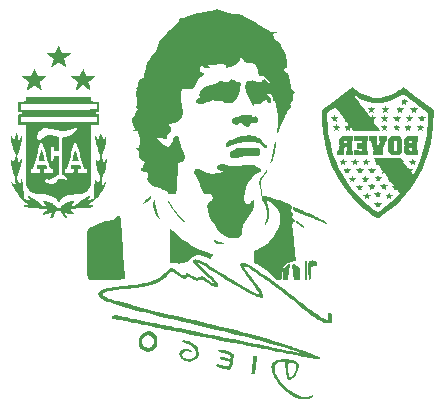
<source format=gbr>
%TF.GenerationSoftware,KiCad,Pcbnew,7.0.1*%
%TF.CreationDate,2023-08-30T00:23:05-03:00*%
%TF.ProjectId,messi_v1,6d657373-695f-4763-912e-6b696361645f,rev?*%
%TF.SameCoordinates,Original*%
%TF.FileFunction,Legend,Bot*%
%TF.FilePolarity,Positive*%
%FSLAX46Y46*%
G04 Gerber Fmt 4.6, Leading zero omitted, Abs format (unit mm)*
G04 Created by KiCad (PCBNEW 7.0.1) date 2023-08-30 00:23:05*
%MOMM*%
%LPD*%
G01*
G04 APERTURE LIST*
G04 APERTURE END LIST*
%TO.C,H4*%
G36*
X143414143Y-96757202D02*
G01*
X143423554Y-96789627D01*
X143437351Y-96875351D01*
X143445605Y-96979461D01*
X143447142Y-97083773D01*
X143440789Y-97170105D01*
X143435208Y-97200672D01*
X143410627Y-97261539D01*
X143371657Y-97279769D01*
X143315291Y-97257451D01*
X143307063Y-97250693D01*
X143297682Y-97225431D01*
X143302234Y-97177910D01*
X143321116Y-97097151D01*
X143334855Y-97035333D01*
X143351228Y-96928995D01*
X143357614Y-96837325D01*
X143361303Y-96771832D01*
X143373692Y-96726754D01*
X143392208Y-96720597D01*
X143414143Y-96757202D01*
G37*
G36*
X134008783Y-97348138D02*
G01*
X134013211Y-97403125D01*
X133999158Y-97452214D01*
X133952068Y-97525672D01*
X133878957Y-97610239D01*
X133787209Y-97698856D01*
X133684213Y-97784465D01*
X133577355Y-97860006D01*
X133474020Y-97918420D01*
X133449383Y-97930188D01*
X133373739Y-97965774D01*
X133319099Y-97990644D01*
X133295933Y-98000000D01*
X133294251Y-97996297D01*
X133311440Y-97966845D01*
X133351756Y-97913746D01*
X133409178Y-97843931D01*
X133477684Y-97764327D01*
X133551251Y-97681866D01*
X133623856Y-97603477D01*
X133689477Y-97536089D01*
X133742092Y-97486632D01*
X133831180Y-97412644D01*
X133912266Y-97352816D01*
X133969505Y-97319982D01*
X133998364Y-97317141D01*
X134008783Y-97348138D01*
G37*
G36*
X139461386Y-101061791D02*
G01*
X139507164Y-101080043D01*
X139587282Y-101106498D01*
X139689997Y-101137396D01*
X139803945Y-101169174D01*
X139906010Y-101197323D01*
X140043324Y-101239189D01*
X140138470Y-101274695D01*
X140193820Y-101304777D01*
X140211743Y-101330371D01*
X140205134Y-101338681D01*
X140165180Y-101357059D01*
X140101055Y-101374948D01*
X140084794Y-101378307D01*
X139968078Y-101392747D01*
X139840458Y-101395417D01*
X139716120Y-101387160D01*
X139609252Y-101368819D01*
X139534040Y-101341238D01*
X139485627Y-101306728D01*
X139417164Y-101235166D01*
X139368232Y-101156005D01*
X139349541Y-101084169D01*
X139349958Y-101070961D01*
X139362279Y-101036888D01*
X139397030Y-101034310D01*
X139461386Y-101061791D01*
G37*
G36*
X146352568Y-99399476D02*
G01*
X146393109Y-99418082D01*
X146458371Y-99454111D01*
X146537456Y-99501658D01*
X146636528Y-99570545D01*
X146750967Y-99665166D01*
X146857088Y-99767210D01*
X146944255Y-99866355D01*
X147001833Y-99952283D01*
X147008124Y-99964799D01*
X147026782Y-100009336D01*
X147027710Y-100027340D01*
X147023711Y-100025788D01*
X146989000Y-100005500D01*
X146925549Y-99965383D01*
X146840664Y-99910113D01*
X146741652Y-99844362D01*
X146720274Y-99830087D01*
X146611845Y-99759009D01*
X146510197Y-99694360D01*
X146425893Y-99642769D01*
X146369495Y-99610861D01*
X146336925Y-99593815D01*
X146289218Y-99566703D01*
X146270458Y-99552637D01*
X146278931Y-99513881D01*
X146300529Y-99462011D01*
X146326115Y-99417231D01*
X146346516Y-99398165D01*
X146352568Y-99399476D01*
G37*
G36*
X147191323Y-102813837D02*
G01*
X147210857Y-102851549D01*
X147210963Y-102851952D01*
X147216296Y-102896255D01*
X147220444Y-102978356D01*
X147223452Y-103091221D01*
X147225368Y-103227816D01*
X147226237Y-103381110D01*
X147226105Y-103544069D01*
X147225017Y-103709659D01*
X147223019Y-103870847D01*
X147220158Y-104020600D01*
X147216478Y-104151885D01*
X147212027Y-104257668D01*
X147206850Y-104330917D01*
X147200992Y-104364598D01*
X147175997Y-104394658D01*
X147131177Y-104405674D01*
X147087756Y-104380290D01*
X147057965Y-104322136D01*
X147056155Y-104311713D01*
X147051838Y-104254417D01*
X147048358Y-104159350D01*
X147045823Y-104032935D01*
X147044337Y-103881595D01*
X147044006Y-103711757D01*
X147044936Y-103529843D01*
X147051101Y-102812018D01*
X147123790Y-102804943D01*
X147150849Y-102803352D01*
X147191323Y-102813837D01*
G37*
G36*
X135533071Y-97774387D02*
G01*
X135596624Y-97816598D01*
X135667091Y-97901624D01*
X135742891Y-98027843D01*
X135796043Y-98121084D01*
X135916013Y-98304453D01*
X136070104Y-98513857D01*
X136256862Y-98747360D01*
X136474835Y-99003027D01*
X136555467Y-99095223D01*
X136684395Y-99243514D01*
X136785268Y-99360964D01*
X136860143Y-99450039D01*
X136911078Y-99513204D01*
X136940131Y-99552924D01*
X136949358Y-99571666D01*
X136944948Y-99576689D01*
X136926228Y-99568876D01*
X136888880Y-99543353D01*
X136828689Y-99496994D01*
X136741443Y-99426670D01*
X136622931Y-99329252D01*
X136502834Y-99226684D01*
X136196615Y-98928869D01*
X135932284Y-98612869D01*
X135708336Y-98276756D01*
X135523267Y-97918599D01*
X135509011Y-97886236D01*
X135483857Y-97820515D01*
X135478985Y-97784858D01*
X135492757Y-97771356D01*
X135533071Y-97774387D01*
G37*
G36*
X145740172Y-103080064D02*
G01*
X145766478Y-103084288D01*
X145778473Y-103102857D01*
X145779167Y-103146424D01*
X145771567Y-103225642D01*
X145769327Y-103245412D01*
X145757920Y-103333753D01*
X145741407Y-103451063D01*
X145721645Y-103584401D01*
X145700491Y-103720826D01*
X145694126Y-103761280D01*
X145673136Y-103899926D01*
X145654138Y-104032808D01*
X145639008Y-104146521D01*
X145629620Y-104227661D01*
X145614272Y-104384954D01*
X145420145Y-104384954D01*
X145226018Y-104384954D01*
X145206449Y-104181055D01*
X145198810Y-104092281D01*
X145188891Y-103913294D01*
X145187125Y-103750843D01*
X145193294Y-103612303D01*
X145207177Y-103505048D01*
X145228557Y-103436453D01*
X145258212Y-103389485D01*
X145336586Y-103299845D01*
X145434492Y-103215912D01*
X145540432Y-103145849D01*
X145642910Y-103097823D01*
X145730429Y-103080000D01*
X145740172Y-103080064D01*
G37*
G36*
X146176661Y-103084584D02*
G01*
X146245981Y-103108942D01*
X146320731Y-103158452D01*
X146407534Y-103237775D01*
X146513015Y-103351576D01*
X146672756Y-103532565D01*
X146658169Y-103719906D01*
X146655521Y-103757850D01*
X146649390Y-103880374D01*
X146645097Y-104017515D01*
X146643442Y-104146101D01*
X146643302Y-104384954D01*
X146412930Y-104384954D01*
X146182558Y-104384954D01*
X146142507Y-104300554D01*
X146137702Y-104290346D01*
X146111055Y-104228575D01*
X146090069Y-104166191D01*
X146072867Y-104094023D01*
X146057576Y-104002905D01*
X146042319Y-103883666D01*
X146025221Y-103727138D01*
X146019646Y-103675539D01*
X146004922Y-103552557D01*
X145990215Y-103446045D01*
X145976970Y-103365978D01*
X145966632Y-103322336D01*
X145962235Y-103310173D01*
X145946646Y-103214879D01*
X145970545Y-103142349D01*
X146031543Y-103096188D01*
X146127251Y-103080000D01*
X146176661Y-103084584D01*
G37*
G36*
X144538251Y-92687135D02*
G01*
X144560856Y-92712513D01*
X144574951Y-92776686D01*
X144580809Y-92873223D01*
X144578706Y-92995696D01*
X144568917Y-93137676D01*
X144551718Y-93292734D01*
X144527382Y-93454440D01*
X144496186Y-93616366D01*
X144482768Y-93675808D01*
X144447264Y-93816575D01*
X144406161Y-93962516D01*
X144362227Y-94105219D01*
X144318228Y-94236276D01*
X144276932Y-94347274D01*
X144241105Y-94429805D01*
X144213516Y-94475459D01*
X144174216Y-94511806D01*
X144139684Y-94527494D01*
X144126605Y-94509038D01*
X144127132Y-94504845D01*
X144135810Y-94464646D01*
X144153503Y-94390761D01*
X144178079Y-94291950D01*
X144207406Y-94176974D01*
X144233163Y-94073391D01*
X144275982Y-93889154D01*
X144321699Y-93680777D01*
X144367598Y-93461345D01*
X144410963Y-93243943D01*
X144449078Y-93041656D01*
X144479226Y-92867569D01*
X144480920Y-92857350D01*
X144499299Y-92768380D01*
X144518534Y-92708745D01*
X144535945Y-92686973D01*
X144538251Y-92687135D01*
G37*
G36*
X134369008Y-97632194D02*
G01*
X134377750Y-97672173D01*
X134383796Y-97743372D01*
X134386055Y-97835357D01*
X134387322Y-97921991D01*
X134393162Y-98021546D01*
X134405223Y-98120608D01*
X134425101Y-98225423D01*
X134454393Y-98342239D01*
X134494695Y-98477302D01*
X134547605Y-98636860D01*
X134614719Y-98827160D01*
X134697633Y-99054450D01*
X134723209Y-99126576D01*
X134748737Y-99206731D01*
X134762526Y-99261422D01*
X134762027Y-99281652D01*
X134758310Y-99280450D01*
X134727298Y-99256889D01*
X134676029Y-99209404D01*
X134613444Y-99146150D01*
X134593708Y-99124911D01*
X134455251Y-98938976D01*
X134341061Y-98714215D01*
X134251629Y-98451777D01*
X134187448Y-98152810D01*
X134175375Y-98076802D01*
X134160929Y-97973720D01*
X134155532Y-97904664D01*
X134159369Y-97862124D01*
X134172625Y-97838588D01*
X134195484Y-97826546D01*
X134208686Y-97819588D01*
X134249480Y-97779590D01*
X134290186Y-97720113D01*
X134306578Y-97692683D01*
X134340764Y-97645727D01*
X134364243Y-97627156D01*
X134369008Y-97632194D01*
G37*
G36*
X143817734Y-95152014D02*
G01*
X143823669Y-95199108D01*
X143823651Y-95201051D01*
X143807461Y-95268473D01*
X143760238Y-95361408D01*
X143680834Y-95481802D01*
X143568096Y-95631601D01*
X143501273Y-95720101D01*
X143437449Y-95819411D01*
X143393094Y-95915727D01*
X143363940Y-96021432D01*
X143345721Y-96148912D01*
X143334169Y-96310551D01*
X143333360Y-96325527D01*
X143325713Y-96441910D01*
X143316825Y-96542832D01*
X143307734Y-96617924D01*
X143299480Y-96656817D01*
X143298775Y-96658438D01*
X143280761Y-96684735D01*
X143263332Y-96668468D01*
X143247500Y-96624453D01*
X143229703Y-96539397D01*
X143214545Y-96431215D01*
X143203460Y-96312709D01*
X143197880Y-96196679D01*
X143199238Y-96095926D01*
X143211332Y-95981465D01*
X143238454Y-95873716D01*
X143285515Y-95772303D01*
X143358068Y-95665494D01*
X143461667Y-95541560D01*
X143490129Y-95509072D01*
X143558035Y-95428515D01*
X143614453Y-95357535D01*
X143649393Y-95308532D01*
X143676745Y-95266742D01*
X143727732Y-95199839D01*
X143773387Y-95152025D01*
X143804429Y-95133762D01*
X143817734Y-95152014D01*
G37*
G36*
X142855499Y-110818173D02*
G01*
X142922689Y-110827582D01*
X142969543Y-110845971D01*
X142972203Y-110848008D01*
X142982378Y-110859395D01*
X142989308Y-110877981D01*
X142992689Y-110908647D01*
X142992217Y-110956276D01*
X142987591Y-111025751D01*
X142978505Y-111121954D01*
X142964658Y-111249769D01*
X142945744Y-111414077D01*
X142921462Y-111619762D01*
X142901772Y-111785342D01*
X142881047Y-111957165D01*
X142864145Y-112091324D01*
X142850137Y-112192635D01*
X142838097Y-112265911D01*
X142827097Y-112315967D01*
X142816208Y-112347617D01*
X142804505Y-112365675D01*
X142791059Y-112374957D01*
X142774942Y-112380275D01*
X142732039Y-112391105D01*
X142691138Y-112398778D01*
X142688223Y-112398964D01*
X142641318Y-112391746D01*
X142585319Y-112372310D01*
X142538395Y-112348219D01*
X142518715Y-112327031D01*
X142519048Y-112320176D01*
X142523446Y-112272500D01*
X142532318Y-112188668D01*
X142544853Y-112075552D01*
X142560241Y-111940025D01*
X142577672Y-111788958D01*
X142596336Y-111629224D01*
X142615421Y-111467694D01*
X142634117Y-111311241D01*
X142651615Y-111166736D01*
X142667104Y-111041051D01*
X142679772Y-110941060D01*
X142688811Y-110873633D01*
X142693409Y-110845642D01*
X142694111Y-110844013D01*
X142724990Y-110826369D01*
X142784193Y-110817762D01*
X142855499Y-110818173D01*
G37*
G36*
X147819691Y-102776525D02*
G01*
X147942221Y-102816589D01*
X147985736Y-102846062D01*
X148035218Y-102918811D01*
X148055782Y-103011936D01*
X148045690Y-103114105D01*
X148003204Y-103213991D01*
X147994209Y-103227118D01*
X147964650Y-103251965D01*
X147916974Y-103263675D01*
X147837031Y-103266740D01*
X147787358Y-103267176D01*
X147710224Y-103271747D01*
X147651886Y-103285701D01*
X147609855Y-103314354D01*
X147581639Y-103363019D01*
X147564750Y-103437011D01*
X147556696Y-103541645D01*
X147554987Y-103682236D01*
X147557133Y-103864097D01*
X147558087Y-103927865D01*
X147559328Y-104063910D01*
X147558361Y-104163596D01*
X147554641Y-104234298D01*
X147547622Y-104283394D01*
X147536760Y-104318260D01*
X147521510Y-104346274D01*
X147480366Y-104390481D01*
X147439951Y-104403649D01*
X147438581Y-104403371D01*
X147413268Y-104389232D01*
X147392774Y-104356286D01*
X147376672Y-104300567D01*
X147364534Y-104218109D01*
X147355933Y-104104946D01*
X147350443Y-103957111D01*
X147347635Y-103770639D01*
X147347083Y-103541564D01*
X147347443Y-103377329D01*
X147348225Y-103222245D01*
X147349775Y-103103625D01*
X147352496Y-103015982D01*
X147356788Y-102953829D01*
X147363055Y-102911681D01*
X147371698Y-102884049D01*
X147383119Y-102865448D01*
X147397720Y-102850390D01*
X147454505Y-102811432D01*
X147562606Y-102774768D01*
X147688743Y-102762858D01*
X147819691Y-102776525D01*
G37*
G36*
X142804816Y-93226211D02*
G01*
X142946636Y-93231754D01*
X143049540Y-93241373D01*
X143109771Y-93255066D01*
X143117536Y-93258407D01*
X143212256Y-93322082D01*
X143268889Y-93412530D01*
X143287706Y-93530171D01*
X143276488Y-93636364D01*
X143229252Y-93754735D01*
X143140710Y-93869587D01*
X143128432Y-93882019D01*
X143086840Y-93914885D01*
X143037741Y-93935665D01*
X142973497Y-93944938D01*
X142886473Y-93943281D01*
X142769032Y-93931273D01*
X142613538Y-93909492D01*
X142604482Y-93908157D01*
X142446353Y-93891693D01*
X142285845Y-93889251D01*
X142114879Y-93901727D01*
X141925376Y-93930017D01*
X141709256Y-93975017D01*
X141458440Y-94037625D01*
X141368568Y-94061154D01*
X141268391Y-94086734D01*
X141189539Y-94106145D01*
X141143853Y-94116421D01*
X141112971Y-94120636D01*
X141013224Y-94118996D01*
X140915855Y-94099433D01*
X140842357Y-94065573D01*
X140818908Y-94047641D01*
X140742411Y-93968159D01*
X140701546Y-93875387D01*
X140689449Y-93755400D01*
X140691201Y-93680097D01*
X140701502Y-93626185D01*
X140727539Y-93584104D01*
X140776492Y-93535732D01*
X140824133Y-93496079D01*
X140885941Y-93464451D01*
X140957022Y-93455963D01*
X141020037Y-93449574D01*
X141078757Y-93423345D01*
X141147121Y-93368679D01*
X141243734Y-93281395D01*
X141747234Y-93253879D01*
X141923470Y-93244872D01*
X142183405Y-93234075D01*
X142419445Y-93227368D01*
X142627833Y-93224748D01*
X142804816Y-93226211D01*
G37*
G36*
X146085908Y-98233138D02*
G01*
X146121892Y-98243652D01*
X146193090Y-98269351D01*
X146292599Y-98307454D01*
X146413518Y-98355184D01*
X146548946Y-98409762D01*
X146691980Y-98468410D01*
X146835720Y-98528348D01*
X146973262Y-98586799D01*
X147097706Y-98640983D01*
X147115564Y-98648917D01*
X147253660Y-98712000D01*
X147415488Y-98788301D01*
X147591604Y-98873158D01*
X147772568Y-98961907D01*
X147948937Y-99049884D01*
X148111269Y-99132424D01*
X148250123Y-99204865D01*
X148356055Y-99262542D01*
X148429296Y-99300888D01*
X148523342Y-99343617D01*
X148600734Y-99372096D01*
X148622608Y-99379170D01*
X148709527Y-99416901D01*
X148783314Y-99461393D01*
X148786497Y-99463832D01*
X148841948Y-99515660D01*
X148894846Y-99578998D01*
X148934492Y-99639619D01*
X148950188Y-99683297D01*
X148948223Y-99686592D01*
X148931503Y-99686616D01*
X148894993Y-99677012D01*
X148835407Y-99656513D01*
X148749463Y-99623851D01*
X148633877Y-99577761D01*
X148485363Y-99516975D01*
X148300640Y-99440226D01*
X148076422Y-99346249D01*
X147995218Y-99312161D01*
X147720988Y-99197725D01*
X147455728Y-99088050D01*
X147204271Y-98985086D01*
X146971454Y-98890784D01*
X146762111Y-98807092D01*
X146581077Y-98735962D01*
X146433188Y-98679343D01*
X146323278Y-98639185D01*
X146230877Y-98605927D01*
X146172083Y-98579886D01*
X146136871Y-98553417D01*
X146114962Y-98518789D01*
X146096077Y-98468268D01*
X146072529Y-98382548D01*
X146062069Y-98306676D01*
X146065845Y-98253239D01*
X146084394Y-98233028D01*
X146085908Y-98233138D01*
G37*
G36*
X142620529Y-92194192D02*
G01*
X142835726Y-92237483D01*
X143017522Y-92307150D01*
X143031646Y-92314924D01*
X143100534Y-92361785D01*
X143190308Y-92432327D01*
X143291745Y-92519053D01*
X143395622Y-92614468D01*
X143429936Y-92647082D01*
X143531247Y-92742346D01*
X143627562Y-92831555D01*
X143709366Y-92905942D01*
X143767141Y-92956739D01*
X143788350Y-92974754D01*
X143839522Y-93021036D01*
X143862630Y-93053450D01*
X143863614Y-93084386D01*
X143848417Y-93126236D01*
X143846938Y-93129734D01*
X143814481Y-93186810D01*
X143779834Y-93222780D01*
X143745535Y-93239163D01*
X143692513Y-93245545D01*
X143635215Y-93224428D01*
X143566008Y-93172358D01*
X143477258Y-93085881D01*
X143427391Y-93036238D01*
X143302224Y-92931399D01*
X143169563Y-92851254D01*
X143021903Y-92793269D01*
X142851736Y-92754910D01*
X142651555Y-92733644D01*
X142413853Y-92726935D01*
X142272171Y-92729570D01*
X141881160Y-92763328D01*
X141485953Y-92833733D01*
X141100256Y-92937953D01*
X140737777Y-93073157D01*
X140684706Y-93095480D01*
X140577238Y-93134069D01*
X140496692Y-93149740D01*
X140433987Y-93143599D01*
X140380047Y-93116752D01*
X140348541Y-93084473D01*
X140328544Y-93013627D01*
X140345918Y-92923572D01*
X140400332Y-92819177D01*
X140427774Y-92778369D01*
X140456294Y-92740314D01*
X140487762Y-92706929D01*
X140526759Y-92676042D01*
X140577864Y-92645480D01*
X140645657Y-92613071D01*
X140734717Y-92576644D01*
X140849625Y-92534026D01*
X140994960Y-92483044D01*
X141175302Y-92421528D01*
X141395231Y-92347304D01*
X141479407Y-92319606D01*
X141677220Y-92261737D01*
X141858274Y-92221640D01*
X142039945Y-92195894D01*
X142239607Y-92181078D01*
X142377568Y-92178189D01*
X142620529Y-92194192D01*
G37*
G36*
X134560623Y-109632003D02*
G01*
X134560168Y-109693411D01*
X134555961Y-109784956D01*
X134545813Y-109854287D01*
X134527393Y-109915503D01*
X134498373Y-109982696D01*
X134492520Y-109994803D01*
X134424332Y-110107405D01*
X134334523Y-110221975D01*
X134236072Y-110323433D01*
X134141961Y-110396703D01*
X134109139Y-110414419D01*
X134028349Y-110448865D01*
X133941406Y-110477757D01*
X133857838Y-110496049D01*
X133677110Y-110502642D01*
X133502551Y-110465381D01*
X133340534Y-110386073D01*
X133197435Y-110266531D01*
X133178871Y-110246669D01*
X133093379Y-110144632D01*
X133035074Y-110048083D01*
X132999252Y-109944189D01*
X132981208Y-109820115D01*
X132976238Y-109663028D01*
X132976270Y-109633413D01*
X132976560Y-109612985D01*
X133257366Y-109612985D01*
X133270105Y-109769780D01*
X133277248Y-109797122D01*
X133328687Y-109906742D01*
X133408297Y-110008681D01*
X133504424Y-110090129D01*
X133605413Y-110138277D01*
X133725630Y-110158731D01*
X133874992Y-110147628D01*
X134009302Y-110095740D01*
X134122688Y-110005583D01*
X134209279Y-109879669D01*
X134247481Y-109782638D01*
X134270400Y-109632003D01*
X134251825Y-109485347D01*
X134193168Y-109350674D01*
X134095840Y-109235992D01*
X134061446Y-109206969D01*
X133976484Y-109150866D01*
X133888880Y-109122967D01*
X133777918Y-109115413D01*
X133704894Y-109120191D01*
X133562707Y-109159976D01*
X133442215Y-109235133D01*
X133348065Y-109339676D01*
X133284900Y-109467622D01*
X133257366Y-109612985D01*
X132976560Y-109612985D01*
X132977800Y-109525512D01*
X132983437Y-109447237D01*
X132995656Y-109384725D01*
X133016936Y-109324111D01*
X133049752Y-109251533D01*
X133116041Y-109132842D01*
X133239410Y-108983821D01*
X133388743Y-108872762D01*
X133561934Y-108801100D01*
X133756880Y-108770265D01*
X133764532Y-108769907D01*
X133878388Y-108769599D01*
X133971151Y-108782656D01*
X134065911Y-108812213D01*
X134159568Y-108857302D01*
X134293567Y-108956102D01*
X134410240Y-109082635D01*
X134497820Y-109225637D01*
X134520694Y-109277103D01*
X134541774Y-109338634D01*
X134553924Y-109404334D01*
X134559492Y-109488335D01*
X134560825Y-109604771D01*
X134560623Y-109632003D01*
G37*
G36*
X142545484Y-90420342D02*
G01*
X142574099Y-90452878D01*
X142599105Y-90498269D01*
X142611926Y-90545451D01*
X142612448Y-90557469D01*
X142634589Y-90605550D01*
X142688774Y-90620377D01*
X142774206Y-90601672D01*
X142778728Y-90600097D01*
X142882591Y-90578921D01*
X142964909Y-90596395D01*
X143031744Y-90653743D01*
X143065929Y-90723476D01*
X143078308Y-90823723D01*
X143064140Y-90931644D01*
X143025572Y-91032551D01*
X142964754Y-91111759D01*
X142912027Y-91142601D01*
X142819940Y-91150405D01*
X142706471Y-91118124D01*
X142677306Y-91107140D01*
X142615580Y-91098457D01*
X142561076Y-91119324D01*
X142505667Y-91174333D01*
X142441226Y-91268080D01*
X142390609Y-91340669D01*
X142340572Y-91398454D01*
X142302451Y-91428162D01*
X142270545Y-91438114D01*
X142182816Y-91449237D01*
X142092115Y-91444972D01*
X142022000Y-91425540D01*
X142008752Y-91417308D01*
X141958688Y-91378547D01*
X141890872Y-91319987D01*
X141816073Y-91250770D01*
X141797273Y-91232873D01*
X141723659Y-91166374D01*
X141669412Y-91126642D01*
X141624507Y-91107404D01*
X141578916Y-91102385D01*
X141528834Y-91107476D01*
X141478893Y-91133162D01*
X141424757Y-91189771D01*
X141395189Y-91224199D01*
X141353490Y-91259479D01*
X141304656Y-91274201D01*
X141228999Y-91277156D01*
X141180324Y-91274193D01*
X141059367Y-91237099D01*
X140959424Y-91160194D01*
X140885498Y-91046834D01*
X140856961Y-90974995D01*
X140844298Y-90896734D01*
X140864435Y-90831998D01*
X140918906Y-90767991D01*
X140945429Y-90743345D01*
X141030170Y-90671810D01*
X141099887Y-90629338D01*
X141165921Y-90610311D01*
X141239613Y-90609111D01*
X141301541Y-90608638D01*
X141370483Y-90595859D01*
X141457063Y-90567562D01*
X141573067Y-90520620D01*
X141646482Y-90489638D01*
X141727380Y-90458248D01*
X141793934Y-90439345D01*
X141861378Y-90430056D01*
X141944947Y-90427510D01*
X142059876Y-90428835D01*
X142143300Y-90429366D01*
X142259565Y-90427433D01*
X142359691Y-90422823D01*
X142428457Y-90416065D01*
X142451456Y-90412561D01*
X142510269Y-90408335D01*
X142545484Y-90420342D01*
G37*
G36*
X135720641Y-100132897D02*
G01*
X135769659Y-100172781D01*
X135836326Y-100233681D01*
X135912932Y-100308837D01*
X136182238Y-100566338D01*
X136599025Y-100914531D01*
X137047178Y-101235366D01*
X137520774Y-101525303D01*
X138013885Y-101780800D01*
X138520587Y-101998317D01*
X139034954Y-102174315D01*
X139129277Y-102202788D01*
X139216026Y-102229673D01*
X139276751Y-102249302D01*
X139302110Y-102258724D01*
X139294357Y-102273407D01*
X139259082Y-102310143D01*
X139203926Y-102359816D01*
X139172271Y-102388218D01*
X139108621Y-102462466D01*
X139079818Y-102533470D01*
X139077771Y-102543767D01*
X139063762Y-102593648D01*
X139050611Y-102613945D01*
X139025324Y-102605960D01*
X138965655Y-102583790D01*
X138880681Y-102550859D01*
X138779397Y-102510597D01*
X138642948Y-102459157D01*
X138382781Y-102382126D01*
X138145310Y-102341456D01*
X137932368Y-102337397D01*
X137745790Y-102370196D01*
X137712272Y-102381400D01*
X137652366Y-102409633D01*
X137587927Y-102452946D01*
X137509967Y-102517760D01*
X137409496Y-102610500D01*
X137337116Y-102677789D01*
X137203672Y-102791426D01*
X137083426Y-102875799D01*
X136966591Y-102936430D01*
X136843384Y-102978838D01*
X136704020Y-103008544D01*
X136588243Y-103022368D01*
X136397171Y-103029090D01*
X136184274Y-103021193D01*
X135962586Y-102998848D01*
X135879319Y-102987333D01*
X135781268Y-102972584D01*
X135706093Y-102959890D01*
X135665476Y-102951127D01*
X135657752Y-102947827D01*
X135649591Y-102939957D01*
X135642740Y-102924535D01*
X135637084Y-102898010D01*
X135632509Y-102856833D01*
X135628901Y-102797452D01*
X135626145Y-102716317D01*
X135624127Y-102609879D01*
X135622733Y-102474586D01*
X135621847Y-102306889D01*
X135621356Y-102103238D01*
X135621145Y-101860082D01*
X135621101Y-101573870D01*
X135621156Y-101369175D01*
X135621526Y-101101697D01*
X135622399Y-100875180D01*
X135623955Y-100686250D01*
X135626372Y-100531532D01*
X135629829Y-100407653D01*
X135634506Y-100311238D01*
X135640582Y-100238914D01*
X135648235Y-100187305D01*
X135657644Y-100153039D01*
X135668989Y-100132740D01*
X135682448Y-100123036D01*
X135698201Y-100120551D01*
X135720641Y-100132897D01*
G37*
G36*
X136822368Y-109535498D02*
G01*
X137033499Y-109560525D01*
X137251846Y-109623237D01*
X137466244Y-109719645D01*
X137665529Y-109845760D01*
X137742673Y-109907564D01*
X137881069Y-110053278D01*
X137977254Y-110215345D01*
X138033546Y-110398328D01*
X138052264Y-110606789D01*
X138044752Y-110745996D01*
X138007109Y-110909964D01*
X137935776Y-111044134D01*
X137828487Y-111151318D01*
X137682975Y-111234332D01*
X137496972Y-111295989D01*
X137459140Y-111304723D01*
X137275074Y-111326764D01*
X137095291Y-111317060D01*
X136925651Y-111278577D01*
X136772011Y-111214280D01*
X136640229Y-111127134D01*
X136536165Y-111020105D01*
X136465676Y-110896157D01*
X136434620Y-110758257D01*
X136432307Y-110689489D01*
X136446595Y-110554842D01*
X136490939Y-110451113D01*
X136568476Y-110372674D01*
X136682345Y-110313896D01*
X136731117Y-110299448D01*
X136833660Y-110284878D01*
X136952444Y-110282023D01*
X137078500Y-110289548D01*
X137202858Y-110306119D01*
X137316549Y-110330400D01*
X137410603Y-110361057D01*
X137476050Y-110396755D01*
X137503922Y-110436159D01*
X137502321Y-110482220D01*
X137471343Y-110515397D01*
X137405853Y-110522081D01*
X137303395Y-110503092D01*
X137135505Y-110472600D01*
X136972387Y-110475186D01*
X136834741Y-110516092D01*
X136723249Y-110595209D01*
X136710709Y-110608365D01*
X136656634Y-110696103D01*
X136648773Y-110789590D01*
X136687018Y-110889699D01*
X136745064Y-110954138D01*
X136842442Y-111014904D01*
X136964797Y-111062768D01*
X137101103Y-111094410D01*
X137240333Y-111106511D01*
X137371462Y-111095752D01*
X137497831Y-111060651D01*
X137632319Y-110988574D01*
X137730794Y-110890239D01*
X137791527Y-110769439D01*
X137812786Y-110629962D01*
X137792843Y-110475600D01*
X137729968Y-110310144D01*
X137664487Y-110197629D01*
X137529513Y-110038154D01*
X137360771Y-109910790D01*
X137158280Y-109815550D01*
X136922060Y-109752448D01*
X136861646Y-109740723D01*
X136745660Y-109713373D01*
X136667889Y-109685518D01*
X136622464Y-109654688D01*
X136603514Y-109618413D01*
X136604147Y-109585287D01*
X136631483Y-109556122D01*
X136693755Y-109540215D01*
X136796401Y-109535219D01*
X136822368Y-109535498D01*
G37*
G36*
X139918466Y-110318975D02*
G01*
X140079072Y-110332811D01*
X140252293Y-110363483D01*
X140428267Y-110407821D01*
X140597134Y-110462655D01*
X140749031Y-110524815D01*
X140874097Y-110591131D01*
X140962471Y-110658435D01*
X140983160Y-110679514D01*
X141027511Y-110732486D01*
X141045129Y-110775874D01*
X141043280Y-110824623D01*
X141042873Y-110827127D01*
X141021252Y-110956106D01*
X140996422Y-111097844D01*
X140970212Y-111242555D01*
X140944449Y-111380453D01*
X140920961Y-111501752D01*
X140901575Y-111596667D01*
X140888119Y-111655413D01*
X140858442Y-111744369D01*
X140805962Y-111851824D01*
X140744841Y-111938620D01*
X140682835Y-111992039D01*
X140679865Y-111993647D01*
X140642672Y-112011884D01*
X140606864Y-112021984D01*
X140563090Y-112023444D01*
X140501997Y-112015763D01*
X140414235Y-111998438D01*
X140290452Y-111970967D01*
X140274900Y-111967445D01*
X140119364Y-111930364D01*
X139996280Y-111896223D01*
X139893197Y-111860784D01*
X139797666Y-111819810D01*
X139697235Y-111769062D01*
X139641729Y-111738271D01*
X139589833Y-111702441D01*
X139565387Y-111669839D01*
X139559266Y-111631357D01*
X139561784Y-111600357D01*
X139579006Y-111563029D01*
X139616441Y-111543376D01*
X139678624Y-111541510D01*
X139770090Y-111557544D01*
X139895375Y-111591590D01*
X140059013Y-111643762D01*
X140096828Y-111656206D01*
X140211798Y-111692492D01*
X140311581Y-111721759D01*
X140386555Y-111741274D01*
X140427101Y-111748306D01*
X140461773Y-111746864D01*
X140545104Y-111726624D01*
X140603875Y-111678021D01*
X140643116Y-111595297D01*
X140667854Y-111472697D01*
X140683786Y-111352601D01*
X140598266Y-111316868D01*
X140563154Y-111304098D01*
X140481751Y-111279164D01*
X140378353Y-111250829D01*
X140267061Y-111223084D01*
X140140027Y-111192041D01*
X140024870Y-111160224D01*
X139945186Y-111132001D01*
X139895299Y-111104856D01*
X139869530Y-111076274D01*
X139862202Y-111043740D01*
X139869806Y-110994100D01*
X139901659Y-110953821D01*
X139961466Y-110935894D01*
X140052574Y-110940111D01*
X140178328Y-110966269D01*
X140342073Y-111014159D01*
X140432290Y-111041749D01*
X140532754Y-111069576D01*
X140612904Y-111088582D01*
X140660820Y-111095718D01*
X140695789Y-111091271D01*
X140743974Y-111055931D01*
X140762402Y-110988500D01*
X140749417Y-110892776D01*
X140744882Y-110876989D01*
X140729060Y-110838455D01*
X140704015Y-110806368D01*
X140663739Y-110777808D01*
X140602224Y-110749855D01*
X140513462Y-110719590D01*
X140391446Y-110684093D01*
X140230166Y-110640444D01*
X140063203Y-110593522D01*
X139932491Y-110550470D01*
X139834821Y-110509418D01*
X139763653Y-110467612D01*
X139712449Y-110422296D01*
X139691790Y-110395382D01*
X139684243Y-110358255D01*
X139715899Y-110333867D01*
X139788914Y-110321059D01*
X139905446Y-110318672D01*
X139918466Y-110318975D01*
G37*
G36*
X131289140Y-99004695D02*
G01*
X131339245Y-99017779D01*
X131379763Y-99045893D01*
X131412242Y-99093543D01*
X131438230Y-99165241D01*
X131459276Y-99265492D01*
X131476927Y-99398807D01*
X131492732Y-99569694D01*
X131508238Y-99782661D01*
X131509970Y-99808439D01*
X131519188Y-99947696D01*
X131530760Y-100125032D01*
X131544247Y-100333583D01*
X131559208Y-100566482D01*
X131575203Y-100816864D01*
X131591792Y-101077863D01*
X131608535Y-101342615D01*
X131624993Y-101604252D01*
X131642176Y-101876142D01*
X131665416Y-102235726D01*
X131686817Y-102555735D01*
X131706695Y-102840299D01*
X131725369Y-103093551D01*
X131743156Y-103319622D01*
X131760373Y-103522646D01*
X131777337Y-103706754D01*
X131794368Y-103876079D01*
X131811781Y-104034751D01*
X131813027Y-104045751D01*
X131823993Y-104156217D01*
X131830488Y-104248651D01*
X131832015Y-104313656D01*
X131828074Y-104341835D01*
X131828053Y-104341856D01*
X131799373Y-104349483D01*
X131732233Y-104359037D01*
X131634677Y-104369811D01*
X131514748Y-104381096D01*
X131380492Y-104392183D01*
X131239953Y-104402365D01*
X131101174Y-104410934D01*
X130972202Y-104417182D01*
X130970361Y-104417253D01*
X130902679Y-104418680D01*
X130795184Y-104419526D01*
X130654391Y-104419802D01*
X130486821Y-104419517D01*
X130298991Y-104418684D01*
X130097419Y-104417312D01*
X129888624Y-104415413D01*
X129635942Y-104412205D01*
X129384717Y-104407317D01*
X129175194Y-104401018D01*
X129004748Y-104393154D01*
X128870757Y-104383570D01*
X128770595Y-104372111D01*
X128701641Y-104358623D01*
X128661270Y-104342949D01*
X128657508Y-104332353D01*
X128652850Y-104291465D01*
X128648635Y-104218544D01*
X128644837Y-104111972D01*
X128641428Y-103970128D01*
X128638383Y-103791395D01*
X128635675Y-103574152D01*
X128633278Y-103316781D01*
X128631164Y-103017663D01*
X128629309Y-102675178D01*
X128627684Y-102287707D01*
X128626948Y-102083715D01*
X128625856Y-101750723D01*
X128625105Y-101459770D01*
X128624736Y-101207922D01*
X128624791Y-100992242D01*
X128625312Y-100809794D01*
X128626343Y-100657642D01*
X128627924Y-100532851D01*
X128630098Y-100432486D01*
X128632907Y-100353609D01*
X128636393Y-100293285D01*
X128640598Y-100248579D01*
X128645565Y-100216555D01*
X128651335Y-100194276D01*
X128657951Y-100178807D01*
X128677154Y-100146297D01*
X128730147Y-100080034D01*
X128801861Y-100020368D01*
X128898980Y-99963078D01*
X129028185Y-99903940D01*
X129196162Y-99838731D01*
X129280211Y-99805107D01*
X129401214Y-99751535D01*
X129531755Y-99689584D01*
X129655131Y-99626960D01*
X129749206Y-99577635D01*
X129868851Y-99517721D01*
X129966796Y-99474680D01*
X130054516Y-99444836D01*
X130143490Y-99424515D01*
X130245194Y-99410044D01*
X130371105Y-99397747D01*
X130466921Y-99388410D01*
X130595460Y-99369990D01*
X130695475Y-99344154D01*
X130778253Y-99306526D01*
X130855082Y-99252736D01*
X130937247Y-99178409D01*
X130973516Y-99143674D01*
X131054078Y-99072831D01*
X131118606Y-99029549D01*
X131177257Y-99007916D01*
X131240183Y-99002018D01*
X131289140Y-99004695D01*
G37*
G36*
X141372009Y-88876866D02*
G01*
X141277909Y-89064685D01*
X141168381Y-89216890D01*
X141043734Y-89331586D01*
X140902348Y-89410728D01*
X140742604Y-89456271D01*
X140562880Y-89470170D01*
X140494990Y-89468042D01*
X140395399Y-89455301D01*
X140300338Y-89427134D01*
X140196143Y-89379010D01*
X140069147Y-89306394D01*
X139902692Y-89205821D01*
X139752459Y-89259700D01*
X139699293Y-89277551D01*
X139588464Y-89301498D01*
X139497500Y-89294541D01*
X139413760Y-89254275D01*
X139324599Y-89178294D01*
X139214918Y-89070262D01*
X139186939Y-89155039D01*
X139186733Y-89155660D01*
X139154172Y-89224154D01*
X139103776Y-89271850D01*
X139025980Y-89304784D01*
X138911221Y-89328988D01*
X138848025Y-89341926D01*
X138733017Y-89374920D01*
X138631588Y-89413996D01*
X138571298Y-89439520D01*
X138475118Y-89473145D01*
X138394128Y-89493885D01*
X138336433Y-89503331D01*
X138235603Y-89513503D01*
X138146655Y-89510049D01*
X138047321Y-89492905D01*
X137998455Y-89479627D01*
X137901498Y-89430824D01*
X137837653Y-89363990D01*
X137810065Y-89285925D01*
X137821881Y-89203425D01*
X137876246Y-89123288D01*
X137924898Y-89087503D01*
X138018870Y-89049580D01*
X138122203Y-89032289D01*
X138213837Y-89040776D01*
X138265963Y-89056058D01*
X138215474Y-89018986D01*
X138175124Y-88979245D01*
X138169742Y-88969031D01*
X138638432Y-88969031D01*
X138638807Y-88980924D01*
X138656052Y-88975800D01*
X138700303Y-88953867D01*
X138752270Y-88923540D01*
X138795510Y-88894609D01*
X138813578Y-88876866D01*
X138806015Y-88872096D01*
X138771392Y-88881174D01*
X138722265Y-88904594D01*
X138673761Y-88935961D01*
X138668432Y-88940141D01*
X138638432Y-88969031D01*
X138169742Y-88969031D01*
X138126873Y-88887668D01*
X138104297Y-88774695D01*
X138111090Y-88653273D01*
X138132626Y-88556199D01*
X138173929Y-88441456D01*
X138234485Y-88345298D01*
X138323013Y-88251183D01*
X138420265Y-88172636D01*
X138588877Y-88072832D01*
X138780003Y-87993556D01*
X138980060Y-87941216D01*
X138991514Y-87939103D01*
X139171078Y-87902458D01*
X139314439Y-87864674D01*
X139431377Y-87822236D01*
X139531671Y-87771629D01*
X139625099Y-87709336D01*
X139681081Y-87670059D01*
X139790867Y-87611825D01*
X139898570Y-87586678D01*
X140017556Y-87592575D01*
X140161191Y-87627478D01*
X140198053Y-87638479D01*
X140311028Y-87667114D01*
X140397550Y-87675493D01*
X140470671Y-87661743D01*
X140543443Y-87623992D01*
X140628917Y-87560367D01*
X140691427Y-87511994D01*
X140756595Y-87469917D01*
X140810781Y-87449314D01*
X140866921Y-87443853D01*
X140962086Y-87456765D01*
X141071046Y-87503465D01*
X141192271Y-87587944D01*
X141227938Y-87615229D01*
X141274277Y-87639779D01*
X141326469Y-87646334D01*
X141404525Y-87639781D01*
X141459028Y-87634147D01*
X141512561Y-87634376D01*
X141545102Y-87648228D01*
X141571657Y-87679245D01*
X141579410Y-87691845D01*
X141603902Y-87776797D01*
X141607370Y-87902512D01*
X141589805Y-88069263D01*
X141551197Y-88277323D01*
X141531978Y-88363461D01*
X141458088Y-88639925D01*
X141373938Y-88873015D01*
X141372009Y-88876866D01*
G37*
G36*
X146590001Y-111676461D02*
G01*
X146589318Y-111703795D01*
X146575468Y-111791043D01*
X146567210Y-111831467D01*
X146500466Y-112041786D01*
X146395573Y-112256031D01*
X146257579Y-112465138D01*
X146091531Y-112660042D01*
X146013856Y-112735897D01*
X145897536Y-112828024D01*
X145797718Y-112876926D01*
X145714026Y-112882682D01*
X145646082Y-112845372D01*
X145593508Y-112765075D01*
X145564753Y-112690350D01*
X145522221Y-112545829D01*
X145482500Y-112373543D01*
X145447407Y-112184838D01*
X145418760Y-111991058D01*
X145416471Y-111970000D01*
X145631312Y-111970000D01*
X145632299Y-112054047D01*
X145642994Y-112246249D01*
X145664892Y-112404825D01*
X145697306Y-112525750D01*
X145739551Y-112605000D01*
X145748700Y-112614589D01*
X145799953Y-112632976D01*
X145864054Y-112612376D01*
X145937211Y-112556249D01*
X146015632Y-112468058D01*
X146095525Y-112351262D01*
X146173098Y-112209321D01*
X146179718Y-112195758D01*
X146256054Y-112027559D01*
X146306216Y-111889322D01*
X146332214Y-111774479D01*
X146336055Y-111676461D01*
X146333279Y-111644504D01*
X146320860Y-111592684D01*
X146290106Y-111558170D01*
X146228669Y-111523358D01*
X146218979Y-111518641D01*
X146130335Y-111485120D01*
X146023747Y-111456641D01*
X145914562Y-111436163D01*
X145818127Y-111426643D01*
X145749788Y-111431041D01*
X145717544Y-111445771D01*
X145683680Y-111485894D01*
X145659147Y-111553729D01*
X145642922Y-111653926D01*
X145633985Y-111791133D01*
X145631312Y-111970000D01*
X145416471Y-111970000D01*
X145398375Y-111803548D01*
X145388072Y-111633653D01*
X145389667Y-111492719D01*
X145396605Y-111388281D01*
X145245716Y-111371217D01*
X145154478Y-111364447D01*
X144977317Y-111371857D01*
X144816108Y-111405496D01*
X144679649Y-111463113D01*
X144576735Y-111542457D01*
X144576689Y-111542507D01*
X144518322Y-111626100D01*
X144486063Y-111728534D01*
X144476147Y-111861759D01*
X144476176Y-111868661D01*
X144498380Y-112063909D01*
X144560394Y-112275200D01*
X144660011Y-112498728D01*
X144795022Y-112730683D01*
X144963221Y-112967257D01*
X145162400Y-113204642D01*
X145390353Y-113439030D01*
X145487190Y-113530056D01*
X145691311Y-113707738D01*
X145888410Y-113857231D01*
X146089909Y-113986831D01*
X146307235Y-114104834D01*
X146309759Y-114106100D01*
X146495320Y-114192879D01*
X146657529Y-114253354D01*
X146808995Y-114290638D01*
X146962322Y-114307845D01*
X147130119Y-114308090D01*
X147198344Y-114304902D01*
X147292788Y-114296850D01*
X147365884Y-114282629D01*
X147433824Y-114258551D01*
X147512799Y-114220927D01*
X147534519Y-114210099D01*
X147629401Y-114170043D01*
X147692530Y-114159449D01*
X147727657Y-114178419D01*
X147738532Y-114227054D01*
X147738170Y-114238398D01*
X147720039Y-114299338D01*
X147670856Y-114352551D01*
X147585512Y-114402151D01*
X147458899Y-114452250D01*
X147393024Y-114474323D01*
X147306051Y-114498596D01*
X147223219Y-114512819D01*
X147127633Y-114519548D01*
X147002397Y-114521340D01*
X146967742Y-114521173D01*
X146758470Y-114509023D01*
X146565668Y-114474958D01*
X146372993Y-114415164D01*
X146164105Y-114325832D01*
X146143259Y-114315846D01*
X145844559Y-114148753D01*
X145552114Y-113941943D01*
X145272797Y-113701844D01*
X145013479Y-113434884D01*
X144781030Y-113147491D01*
X144582322Y-112846093D01*
X144557627Y-112803250D01*
X144443119Y-112582174D01*
X144350809Y-112364397D01*
X144281977Y-112155327D01*
X144237904Y-111960377D01*
X144219873Y-111784958D01*
X144229162Y-111634481D01*
X144267055Y-111514356D01*
X144298998Y-111463439D01*
X144395807Y-111368408D01*
X144530462Y-111287619D01*
X144698174Y-111222397D01*
X144894155Y-111174072D01*
X145113615Y-111143970D01*
X145351766Y-111133420D01*
X145603818Y-111143749D01*
X145764831Y-111161109D01*
X146001541Y-111204899D01*
X146201452Y-111266941D01*
X146362743Y-111346454D01*
X146483594Y-111442659D01*
X146562185Y-111554773D01*
X146578951Y-111593713D01*
X146590813Y-111643950D01*
X146590001Y-111676461D01*
G37*
G36*
X143508971Y-97296813D02*
G01*
X143514317Y-97297284D01*
X143605490Y-97311586D01*
X143733362Y-97339780D01*
X143891383Y-97379870D01*
X144073002Y-97429863D01*
X144271670Y-97487762D01*
X144480836Y-97551573D01*
X144693948Y-97619300D01*
X144904458Y-97688950D01*
X145105813Y-97758525D01*
X145291465Y-97826032D01*
X145454862Y-97889475D01*
X145590516Y-97945705D01*
X145731150Y-98009698D01*
X145833937Y-98066831D01*
X145902596Y-98121221D01*
X145940845Y-98176983D01*
X145952401Y-98238234D01*
X145940984Y-98309089D01*
X145910311Y-98393664D01*
X145892267Y-98438225D01*
X145869057Y-98517983D01*
X145873885Y-98578869D01*
X145910197Y-98635925D01*
X145981439Y-98704198D01*
X146000853Y-98721818D01*
X146048464Y-98777544D01*
X146056940Y-98821322D01*
X146028360Y-98860060D01*
X146002217Y-98891083D01*
X145981097Y-98967409D01*
X145991144Y-99064419D01*
X146031079Y-99174403D01*
X146099622Y-99289651D01*
X146180293Y-99402513D01*
X146085559Y-99489970D01*
X146041031Y-99534677D01*
X146000653Y-99594637D01*
X145986871Y-99656742D01*
X145986288Y-99669742D01*
X145990333Y-99867140D01*
X146015763Y-100073945D01*
X146018829Y-100093675D01*
X146028424Y-100169176D01*
X146041341Y-100283444D01*
X146057069Y-100431177D01*
X146075100Y-100607071D01*
X146094922Y-100805822D01*
X146116027Y-101022128D01*
X146137904Y-101250684D01*
X146160044Y-101486189D01*
X146181938Y-101723338D01*
X146203075Y-101956829D01*
X146222946Y-102181357D01*
X146241040Y-102391620D01*
X146256850Y-102582314D01*
X146270319Y-102748757D01*
X146183003Y-102783644D01*
X146141205Y-102798829D01*
X146057356Y-102826433D01*
X145952421Y-102859047D01*
X145839834Y-102892414D01*
X145804042Y-102902859D01*
X145668689Y-102945739D01*
X145566338Y-102986336D01*
X145486584Y-103030144D01*
X145419026Y-103082657D01*
X145353261Y-103149367D01*
X145334261Y-103170582D01*
X145276334Y-103240024D01*
X145233047Y-103304990D01*
X145201989Y-103373992D01*
X145180749Y-103455545D01*
X145166915Y-103558161D01*
X145158077Y-103690356D01*
X145151824Y-103860642D01*
X145151165Y-103881934D01*
X145143823Y-104057358D01*
X145134362Y-104192281D01*
X145122965Y-104284678D01*
X145109810Y-104332523D01*
X145102607Y-104344418D01*
X145081326Y-104366164D01*
X145046653Y-104378386D01*
X144987525Y-104383758D01*
X144892880Y-104384954D01*
X144705382Y-104384954D01*
X144433470Y-104143806D01*
X144369166Y-104087072D01*
X144073046Y-103834475D01*
X143794490Y-103612559D01*
X143525497Y-103415404D01*
X143258063Y-103237092D01*
X142984187Y-103071703D01*
X142763394Y-102944718D01*
X142757114Y-102456323D01*
X142755815Y-102328643D01*
X142755753Y-102185027D01*
X142757962Y-102079720D01*
X142762662Y-102007889D01*
X142770074Y-101964704D01*
X142780417Y-101945331D01*
X142815149Y-101927101D01*
X142880457Y-101899766D01*
X142961468Y-101869692D01*
X143089627Y-101818855D01*
X143253999Y-101741887D01*
X143422965Y-101652709D01*
X143580162Y-101560014D01*
X143709227Y-101472493D01*
X143799259Y-101401226D01*
X144012942Y-101199739D01*
X144220966Y-100956464D01*
X144424617Y-100669808D01*
X144625184Y-100338176D01*
X144732079Y-100139200D01*
X144836495Y-99915839D01*
X144911556Y-99711985D01*
X144959437Y-99520370D01*
X144982311Y-99333728D01*
X144982355Y-99144792D01*
X144971700Y-99027908D01*
X144930270Y-98826656D01*
X144857668Y-98635022D01*
X144750683Y-98446776D01*
X144606103Y-98255688D01*
X144420713Y-98055527D01*
X144330018Y-97967931D01*
X144207002Y-97862537D01*
X144102404Y-97792436D01*
X144012269Y-97755136D01*
X143932643Y-97748147D01*
X143890476Y-97754887D01*
X143865415Y-97776100D01*
X143862868Y-97825229D01*
X143865749Y-97848493D01*
X143879861Y-97919154D01*
X143902586Y-98013127D01*
X143930688Y-98116514D01*
X143931958Y-98120940D01*
X143956023Y-98209523D01*
X143973102Y-98287520D01*
X143984436Y-98366368D01*
X143991262Y-98457504D01*
X143994821Y-98572364D01*
X143996352Y-98722385D01*
X143995027Y-98905591D01*
X143987335Y-99060210D01*
X143971398Y-99189063D01*
X143945377Y-99302642D01*
X143907439Y-99411441D01*
X143855745Y-99525953D01*
X143831441Y-99570798D01*
X143788439Y-99637102D01*
X143742905Y-99696759D01*
X143701782Y-99741635D01*
X143672016Y-99763600D01*
X143660550Y-99754521D01*
X143660553Y-99754239D01*
X143667298Y-99719829D01*
X143684529Y-99655091D01*
X143708582Y-99573804D01*
X143751065Y-99421684D01*
X143806014Y-99123796D01*
X143823669Y-98817274D01*
X143819139Y-98664814D01*
X143802979Y-98518769D01*
X143772374Y-98375561D01*
X143724517Y-98224758D01*
X143656604Y-98055925D01*
X143565827Y-97858628D01*
X143503844Y-97727807D01*
X143459472Y-97628871D01*
X143430602Y-97555107D01*
X143414399Y-97498292D01*
X143408030Y-97450205D01*
X143408660Y-97402622D01*
X143415871Y-97289266D01*
X143508971Y-97296813D01*
G37*
G36*
X140134971Y-94589645D02*
G01*
X140251709Y-94621922D01*
X140394618Y-94679196D01*
X140414873Y-94687922D01*
X140523410Y-94730015D01*
X140631392Y-94765571D01*
X140718144Y-94787658D01*
X140825108Y-94799916D01*
X140983018Y-94802195D01*
X141170073Y-94792248D01*
X141377932Y-94770548D01*
X141598257Y-94737569D01*
X141812667Y-94702993D01*
X142042368Y-94673511D01*
X142241076Y-94658917D01*
X142416209Y-94659666D01*
X142575185Y-94676211D01*
X142725421Y-94709007D01*
X142874334Y-94758508D01*
X143029341Y-94825167D01*
X143063449Y-94842218D01*
X143160003Y-94901005D01*
X143245378Y-94967068D01*
X143309116Y-95031648D01*
X143340757Y-95085984D01*
X143341626Y-95128840D01*
X143312740Y-95182222D01*
X143247436Y-95241555D01*
X143141821Y-95311245D01*
X143053882Y-95366258D01*
X142776461Y-95572963D01*
X142535026Y-95807838D01*
X142330889Y-96069270D01*
X142165363Y-96355646D01*
X142039760Y-96665355D01*
X142024498Y-96714153D01*
X141977002Y-96902688D01*
X141942313Y-97101687D01*
X141921300Y-97300390D01*
X141914834Y-97488038D01*
X141923785Y-97653873D01*
X141949024Y-97787134D01*
X141966632Y-97836211D01*
X142027209Y-97928110D01*
X142114540Y-97982161D01*
X142230675Y-97999913D01*
X142243935Y-97999752D01*
X142310763Y-97990325D01*
X142367858Y-97961157D01*
X142425533Y-97904992D01*
X142494096Y-97814577D01*
X142526459Y-97772081D01*
X142597417Y-97697516D01*
X142666280Y-97646409D01*
X142722614Y-97627310D01*
X142737130Y-97646818D01*
X142747066Y-97703350D01*
X142751643Y-97787308D01*
X142750942Y-97889033D01*
X142745038Y-97998869D01*
X142734012Y-98107160D01*
X142717941Y-98204248D01*
X142714241Y-98221563D01*
X142680419Y-98356858D01*
X142638155Y-98482662D01*
X142583507Y-98606190D01*
X142512537Y-98734660D01*
X142421305Y-98875286D01*
X142305869Y-99035284D01*
X142162290Y-99221871D01*
X142082342Y-99325917D01*
X141967918Y-99488705D01*
X141881614Y-99636821D01*
X141819249Y-99780711D01*
X141776638Y-99930820D01*
X141749599Y-100097593D01*
X141733949Y-100291476D01*
X141729437Y-100367656D01*
X141720508Y-100472386D01*
X141708879Y-100546023D01*
X141692734Y-100598502D01*
X141670254Y-100639758D01*
X141614875Y-100703308D01*
X141498915Y-100779670D01*
X141344431Y-100833388D01*
X141238666Y-100851868D01*
X141079209Y-100862823D01*
X140912047Y-100859228D01*
X140757812Y-100840821D01*
X140692832Y-100827378D01*
X140470431Y-100759485D01*
X140255015Y-100661884D01*
X140053187Y-100539556D01*
X139871552Y-100397480D01*
X139716712Y-100240638D01*
X139595270Y-100074009D01*
X139513830Y-99902575D01*
X139499997Y-99863230D01*
X139457929Y-99759350D01*
X139411043Y-99676245D01*
X139348758Y-99597358D01*
X139260494Y-99506128D01*
X139241189Y-99486792D01*
X139127302Y-99349617D01*
X139038161Y-99191541D01*
X139024947Y-99162335D01*
X138961396Y-98996646D01*
X138902759Y-98805335D01*
X138853262Y-98605102D01*
X138817130Y-98412649D01*
X138798589Y-98244679D01*
X138797373Y-98220981D01*
X138796978Y-98091289D01*
X138813365Y-97993709D01*
X138851930Y-97916739D01*
X138918065Y-97848878D01*
X139017166Y-97778624D01*
X139096277Y-97722409D01*
X139176192Y-97641281D01*
X139219710Y-97553000D01*
X139232515Y-97448864D01*
X139229585Y-97408912D01*
X139203009Y-97303851D01*
X139155953Y-97203605D01*
X139097237Y-97129026D01*
X139083639Y-97117496D01*
X139061197Y-97103850D01*
X139031432Y-97096386D01*
X138986568Y-97095085D01*
X138918827Y-97099927D01*
X138820433Y-97110890D01*
X138683610Y-97127956D01*
X138618338Y-97134699D01*
X138571987Y-97129307D01*
X138533767Y-97103192D01*
X138484704Y-97048805D01*
X138411049Y-96951405D01*
X138318791Y-96796705D01*
X138237886Y-96625079D01*
X138173484Y-96449242D01*
X138130736Y-96281904D01*
X138114792Y-96135780D01*
X138114559Y-96127146D01*
X138105887Y-96080713D01*
X138080854Y-96028130D01*
X138034177Y-95960218D01*
X137960576Y-95867798D01*
X137915585Y-95811808D01*
X137796919Y-95643129D01*
X137718213Y-95490295D01*
X137678206Y-95349382D01*
X137675632Y-95216467D01*
X137709227Y-95087628D01*
X137729682Y-95042721D01*
X137761656Y-95004327D01*
X137803771Y-94993945D01*
X137875022Y-94999996D01*
X137970829Y-95022167D01*
X138089459Y-95062497D01*
X138236610Y-95122947D01*
X138417984Y-95205482D01*
X138475905Y-95232319D01*
X138603773Y-95289019D01*
X138723747Y-95339064D01*
X138824513Y-95377824D01*
X138894761Y-95400666D01*
X138923454Y-95407671D01*
X139080287Y-95431987D01*
X139239233Y-95436304D01*
X139385394Y-95420971D01*
X139503872Y-95386338D01*
X139519122Y-95379856D01*
X139604725Y-95352982D01*
X139710909Y-95335654D01*
X139850550Y-95325616D01*
X139973642Y-95317091D01*
X140078435Y-95301394D01*
X140139600Y-95279875D01*
X140166789Y-95261412D01*
X140179650Y-95241424D01*
X140157256Y-95223025D01*
X140152979Y-95220922D01*
X140105723Y-95205778D01*
X140029325Y-95187465D01*
X139938115Y-95169483D01*
X139921378Y-95166478D01*
X139831593Y-95149168D01*
X139758988Y-95133299D01*
X139717957Y-95121978D01*
X139706507Y-95116575D01*
X139653143Y-95065779D01*
X139613922Y-94987534D01*
X139597374Y-94897703D01*
X139614170Y-94812403D01*
X139671398Y-94727474D01*
X139763069Y-94656465D01*
X139882878Y-94605823D01*
X139931964Y-94593198D01*
X140032394Y-94580645D01*
X140134971Y-94589645D01*
G37*
G36*
X147471505Y-110618440D02*
G01*
X147617883Y-110674863D01*
X147819819Y-110755130D01*
X147985388Y-110824065D01*
X148117015Y-110882861D01*
X148217125Y-110932711D01*
X148288142Y-110974809D01*
X148332493Y-111010348D01*
X148352602Y-111040521D01*
X148350894Y-111066520D01*
X148329794Y-111089540D01*
X148325784Y-111092282D01*
X148290566Y-111106776D01*
X148237874Y-111114943D01*
X148164904Y-111116397D01*
X148068858Y-111110753D01*
X147946934Y-111097627D01*
X147796332Y-111076634D01*
X147614252Y-111047388D01*
X147397893Y-111009506D01*
X147144455Y-110962601D01*
X146851136Y-110906291D01*
X146515137Y-110840188D01*
X146384837Y-110814395D01*
X146175074Y-110773073D01*
X145930442Y-110725062D01*
X145657176Y-110671579D01*
X145385070Y-110618440D01*
X146736513Y-110618440D01*
X146748165Y-110630092D01*
X146759816Y-110618440D01*
X146748165Y-110606789D01*
X146736513Y-110618440D01*
X145385070Y-110618440D01*
X145361510Y-110613839D01*
X145049680Y-110553059D01*
X144727921Y-110490455D01*
X144402467Y-110427242D01*
X144079552Y-110364638D01*
X143765413Y-110303858D01*
X143515238Y-110255490D01*
X142838510Y-110124464D01*
X142201009Y-110000719D01*
X141597879Y-109883293D01*
X141024261Y-109771223D01*
X140475297Y-109663546D01*
X139946129Y-109559298D01*
X139431899Y-109457516D01*
X138927748Y-109357238D01*
X138428820Y-109257501D01*
X137930255Y-109157341D01*
X137427197Y-109055795D01*
X136914786Y-108951900D01*
X136388166Y-108844694D01*
X135842477Y-108733213D01*
X135782307Y-108720864D01*
X135653812Y-108694368D01*
X135486961Y-108659860D01*
X135286179Y-108618259D01*
X135055892Y-108570485D01*
X134800529Y-108517456D01*
X134524514Y-108460091D01*
X134232275Y-108399312D01*
X133928238Y-108336035D01*
X133616830Y-108271182D01*
X133302477Y-108205672D01*
X133046595Y-108152517D01*
X132749103Y-108091201D01*
X132464160Y-108032981D01*
X132195439Y-107978583D01*
X131946612Y-107928733D01*
X131721350Y-107884156D01*
X131523327Y-107845580D01*
X131356214Y-107813729D01*
X131223685Y-107789330D01*
X131129411Y-107773108D01*
X131077064Y-107765790D01*
X131029111Y-107761245D01*
X130917109Y-107745348D01*
X130838291Y-107722612D01*
X130782698Y-107689375D01*
X130740369Y-107641974D01*
X130709375Y-107575610D01*
X130714892Y-107502760D01*
X130765619Y-107439306D01*
X130772182Y-107434409D01*
X130853386Y-107400799D01*
X130968103Y-107392124D01*
X131118263Y-107408420D01*
X131305796Y-107449725D01*
X131337910Y-107457838D01*
X131410603Y-107475141D01*
X131506675Y-107496927D01*
X131628155Y-107523622D01*
X131777073Y-107555649D01*
X131955456Y-107593432D01*
X132165335Y-107637396D01*
X132408738Y-107687965D01*
X132687694Y-107745562D01*
X133004233Y-107810614D01*
X133360383Y-107883542D01*
X133758173Y-107964773D01*
X134199633Y-108054729D01*
X134411689Y-108097976D01*
X134668639Y-108150520D01*
X134940090Y-108206152D01*
X135210999Y-108261783D01*
X135466320Y-108314329D01*
X135691009Y-108360701D01*
X135870878Y-108397817D01*
X136146299Y-108454433D01*
X136464267Y-108519587D01*
X136822995Y-108592915D01*
X137220697Y-108674055D01*
X137655586Y-108762641D01*
X138125874Y-108858311D01*
X138629776Y-108960701D01*
X139165504Y-109069447D01*
X139731272Y-109184185D01*
X140325293Y-109304552D01*
X140945780Y-109430184D01*
X141070970Y-109455538D01*
X141401960Y-109522695D01*
X141748374Y-109593145D01*
X142102575Y-109665326D01*
X142456921Y-109737674D01*
X142803775Y-109808629D01*
X143135498Y-109876628D01*
X143444450Y-109940109D01*
X143722992Y-109997509D01*
X143963486Y-110047268D01*
X144095365Y-110074622D01*
X144549367Y-110168719D01*
X144958340Y-110253358D01*
X145322742Y-110328635D01*
X145643029Y-110394641D01*
X145919659Y-110451472D01*
X146153090Y-110499220D01*
X146343778Y-110537979D01*
X146492180Y-110567843D01*
X146598755Y-110588905D01*
X146663960Y-110601259D01*
X146688251Y-110604998D01*
X146682122Y-110600586D01*
X146639358Y-110583671D01*
X146562107Y-110555927D01*
X146456093Y-110519269D01*
X146327037Y-110475614D01*
X146180663Y-110426877D01*
X146022692Y-110374973D01*
X145858846Y-110321818D01*
X145694849Y-110269327D01*
X145536422Y-110219417D01*
X145533604Y-110218537D01*
X145212166Y-110119421D01*
X144884349Y-110020781D01*
X144547537Y-109921939D01*
X144199117Y-109822220D01*
X143836474Y-109720947D01*
X143456994Y-109617444D01*
X143058064Y-109511033D01*
X142637070Y-109401040D01*
X142191397Y-109286788D01*
X141718431Y-109167599D01*
X141215558Y-109042797D01*
X140680164Y-108911707D01*
X140109636Y-108773652D01*
X139501358Y-108627955D01*
X138852718Y-108473939D01*
X138161101Y-108310929D01*
X137866638Y-108241701D01*
X137278057Y-108102960D01*
X136730580Y-107973344D01*
X136221251Y-107852098D01*
X135747110Y-107738469D01*
X135305198Y-107631705D01*
X134892557Y-107531052D01*
X134506227Y-107435758D01*
X134143251Y-107345070D01*
X133800668Y-107258234D01*
X133475521Y-107174497D01*
X133164851Y-107093107D01*
X132865699Y-107013310D01*
X132575106Y-106934354D01*
X132290114Y-106855485D01*
X132007763Y-106775951D01*
X131725095Y-106694998D01*
X131439151Y-106611873D01*
X131146972Y-106525824D01*
X131013014Y-106485735D01*
X130747281Y-106402965D01*
X130520275Y-106326762D01*
X130327254Y-106255038D01*
X130163478Y-106185701D01*
X130024209Y-106116662D01*
X129904706Y-106045830D01*
X129800229Y-105971116D01*
X129706039Y-105890429D01*
X129636388Y-105815449D01*
X129580166Y-105715519D01*
X129562385Y-105608349D01*
X129566918Y-105552084D01*
X129598733Y-105459876D01*
X129662967Y-105377826D01*
X129761971Y-105304669D01*
X129898099Y-105239140D01*
X130073703Y-105179973D01*
X130291136Y-105125903D01*
X130552752Y-105075664D01*
X130629188Y-105062787D01*
X130739141Y-105045208D01*
X130851232Y-105028643D01*
X130970996Y-105012442D01*
X131103966Y-104995952D01*
X131255678Y-104978522D01*
X131431667Y-104959500D01*
X131637467Y-104938235D01*
X131878614Y-104914075D01*
X132160642Y-104886368D01*
X132361838Y-104865812D01*
X132729241Y-104822380D01*
X133057827Y-104774480D01*
X133352729Y-104720880D01*
X133619079Y-104660346D01*
X133862009Y-104591647D01*
X134086653Y-104513551D01*
X134298141Y-104424824D01*
X134501608Y-104324235D01*
X134656836Y-104234817D01*
X134855843Y-104102559D01*
X135051427Y-103954898D01*
X135233594Y-103799937D01*
X135392353Y-103645774D01*
X135517710Y-103500512D01*
X135537377Y-103475225D01*
X135588587Y-103418268D01*
X135631582Y-103390348D01*
X135677986Y-103382936D01*
X135702750Y-103384533D01*
X135775596Y-103403393D01*
X135866690Y-103445281D01*
X135979948Y-103512433D01*
X136119287Y-103607083D01*
X136288622Y-103731467D01*
X136351903Y-103778829D01*
X136456793Y-103855771D01*
X136549365Y-103921804D01*
X136621402Y-103971104D01*
X136664684Y-103997852D01*
X136737876Y-104025580D01*
X136824779Y-104035483D01*
X136899906Y-104021615D01*
X136952714Y-103986244D01*
X136972660Y-103931637D01*
X136977091Y-103875339D01*
X137002324Y-103820197D01*
X137051257Y-103802385D01*
X137074372Y-103806722D01*
X137138987Y-103832605D01*
X137226590Y-103877243D01*
X137327705Y-103935353D01*
X137432861Y-104001649D01*
X137532581Y-104070848D01*
X137611127Y-104123970D01*
X137759566Y-104196089D01*
X137901180Y-104224130D01*
X138039955Y-104208582D01*
X138179877Y-104149931D01*
X138257821Y-104110194D01*
X138323597Y-104090278D01*
X138381425Y-104091935D01*
X138389405Y-104094020D01*
X138445780Y-104121842D01*
X138531611Y-104177557D01*
X138642759Y-104258333D01*
X138775088Y-104361341D01*
X138829713Y-104404821D01*
X138987104Y-104527094D01*
X139112754Y-104619114D01*
X139208588Y-104681917D01*
X139276530Y-104716542D01*
X139318503Y-104724025D01*
X139336432Y-104705404D01*
X139332239Y-104661715D01*
X139316640Y-104628390D01*
X139269587Y-104564741D01*
X139191389Y-104477558D01*
X139080967Y-104365760D01*
X138937246Y-104228265D01*
X138759148Y-104063993D01*
X138545596Y-103871862D01*
X138454815Y-103790687D01*
X138232963Y-103589288D01*
X138045687Y-103413983D01*
X137891424Y-103262863D01*
X137768611Y-103134017D01*
X137675686Y-103025537D01*
X137611087Y-102935511D01*
X137573251Y-102862029D01*
X137560616Y-102803183D01*
X137571618Y-102757062D01*
X137604696Y-102721756D01*
X137650073Y-102699634D01*
X137753800Y-102686732D01*
X137890542Y-102704326D01*
X138059147Y-102752136D01*
X138258464Y-102829880D01*
X138487339Y-102937278D01*
X138519387Y-102953450D01*
X138660841Y-103026890D01*
X138808463Y-103107093D01*
X138966893Y-103196814D01*
X139140771Y-103298806D01*
X139334738Y-103415824D01*
X139553434Y-103550622D01*
X139801501Y-103705953D01*
X140083578Y-103884572D01*
X140329278Y-104040626D01*
X140658064Y-104248660D01*
X140953517Y-104434465D01*
X141218979Y-104600031D01*
X141457794Y-104747346D01*
X141673302Y-104878401D01*
X141868845Y-104995185D01*
X142047766Y-105099687D01*
X142213406Y-105193897D01*
X142369108Y-105279805D01*
X142518213Y-105359399D01*
X142664063Y-105434669D01*
X142810000Y-105507604D01*
X142879995Y-105541967D01*
X142995727Y-105597826D01*
X143078326Y-105635536D01*
X143133425Y-105657147D01*
X143166654Y-105664707D01*
X143183648Y-105660266D01*
X143190038Y-105645873D01*
X143191119Y-105634300D01*
X143186287Y-105593854D01*
X143168308Y-105540717D01*
X143135456Y-105472219D01*
X143086003Y-105385691D01*
X143018220Y-105278463D01*
X142930380Y-105147863D01*
X142820754Y-104991222D01*
X142687614Y-104805869D01*
X142529233Y-104589135D01*
X142343882Y-104338349D01*
X142220740Y-104172150D01*
X142068151Y-103965070D01*
X141940327Y-103789790D01*
X141835220Y-103643219D01*
X141750778Y-103522264D01*
X141684952Y-103423836D01*
X141635691Y-103344842D01*
X141600946Y-103282192D01*
X141578666Y-103232795D01*
X141566802Y-103193560D01*
X141563302Y-103161394D01*
X141572676Y-103096436D01*
X141620500Y-103020684D01*
X141646458Y-102997472D01*
X141687318Y-102975894D01*
X141744554Y-102965914D01*
X141833214Y-102963486D01*
X141871808Y-102963910D01*
X141959756Y-102971642D01*
X142034306Y-102993913D01*
X142119732Y-103036948D01*
X142285079Y-103131104D01*
X142503102Y-103259716D01*
X142726855Y-103396951D01*
X142958840Y-103544581D01*
X143201561Y-103704375D01*
X143457522Y-103878107D01*
X143729225Y-104067546D01*
X144019173Y-104274464D01*
X144329871Y-104500633D01*
X144663821Y-104747824D01*
X145023526Y-105017808D01*
X145411490Y-105312355D01*
X145830216Y-105633239D01*
X146282207Y-105982228D01*
X146359733Y-106042256D01*
X146669950Y-106281906D01*
X146947216Y-106495032D01*
X147194370Y-106683675D01*
X147414250Y-106849874D01*
X147609695Y-106995670D01*
X147783543Y-107123100D01*
X147938634Y-107234207D01*
X148077805Y-107331027D01*
X148203895Y-107415603D01*
X148319744Y-107489972D01*
X148428188Y-107556176D01*
X148532068Y-107616253D01*
X148634221Y-107672242D01*
X148718352Y-107715942D01*
X148815271Y-107759662D01*
X148884571Y-107778197D01*
X148933024Y-107771789D01*
X148967408Y-107740680D01*
X148994494Y-107685113D01*
X149009293Y-107638789D01*
X149017133Y-107581950D01*
X149014395Y-107509774D01*
X149001458Y-107407151D01*
X148997578Y-107379666D01*
X148987497Y-107296173D01*
X148982779Y-107235513D01*
X148984421Y-107209279D01*
X149002425Y-107206829D01*
X149055536Y-107209994D01*
X149129484Y-107219259D01*
X149264244Y-107239541D01*
X149305184Y-107391009D01*
X149347797Y-107582465D01*
X149363842Y-107752367D01*
X149349548Y-107887030D01*
X149304906Y-107986535D01*
X149229908Y-108050962D01*
X149195814Y-108066551D01*
X149139423Y-108081234D01*
X149066359Y-108085539D01*
X148961926Y-108081121D01*
X148941696Y-108079715D01*
X148807452Y-108064974D01*
X148688984Y-108039232D01*
X148573249Y-107997962D01*
X148447202Y-107936640D01*
X148297798Y-107850740D01*
X148289490Y-107845723D01*
X148186508Y-107781854D01*
X148077120Y-107710736D01*
X147958629Y-107630347D01*
X147828337Y-107538664D01*
X147683547Y-107433664D01*
X147521559Y-107313324D01*
X147339678Y-107175622D01*
X147135204Y-107018534D01*
X146905440Y-106840037D01*
X146647688Y-106638110D01*
X146359251Y-106410729D01*
X146037431Y-106155871D01*
X145859463Y-106014879D01*
X145454640Y-105695729D01*
X145069792Y-105394546D01*
X144706882Y-105112829D01*
X144367878Y-104852078D01*
X144054745Y-104613793D01*
X143769447Y-104399472D01*
X143513951Y-104210614D01*
X143290222Y-104048720D01*
X143100226Y-103915289D01*
X142981847Y-103835711D01*
X142838793Y-103742739D01*
X142682669Y-103643727D01*
X142522116Y-103543988D01*
X142365777Y-103448837D01*
X142222295Y-103363586D01*
X142100313Y-103293551D01*
X142008472Y-103244043D01*
X141906028Y-103192089D01*
X141919909Y-103277629D01*
X141927914Y-103315204D01*
X141945801Y-103367299D01*
X141974939Y-103427161D01*
X142018395Y-103499486D01*
X142079240Y-103588971D01*
X142160542Y-103700312D01*
X142265372Y-103838206D01*
X142396797Y-104007349D01*
X142413969Y-104029307D01*
X142599143Y-104266693D01*
X142757955Y-104471732D01*
X142893003Y-104648101D01*
X143006888Y-104799473D01*
X143102209Y-104929524D01*
X143181565Y-105041929D01*
X143247556Y-105140364D01*
X143302782Y-105228503D01*
X143349840Y-105310021D01*
X143391333Y-105388594D01*
X143429857Y-105467897D01*
X143459227Y-105533170D01*
X143515967Y-105687578D01*
X143540666Y-105813198D01*
X143534029Y-105913033D01*
X143525386Y-105942057D01*
X143507774Y-105963032D01*
X143471048Y-105967347D01*
X143401738Y-105959760D01*
X143325939Y-105945658D01*
X143168376Y-105899514D01*
X142974838Y-105825693D01*
X142746023Y-105724539D01*
X142482630Y-105596399D01*
X142185357Y-105441617D01*
X141854904Y-105260539D01*
X141491968Y-105053509D01*
X141097247Y-104820873D01*
X140997021Y-104760722D01*
X140896383Y-104699778D01*
X140791061Y-104635370D01*
X140676727Y-104564798D01*
X140549057Y-104485361D01*
X140403725Y-104394360D01*
X140236405Y-104289093D01*
X140042773Y-104166859D01*
X139818501Y-104024960D01*
X139559266Y-103860693D01*
X139345294Y-103725342D01*
X139057237Y-103544336D01*
X138805836Y-103388013D01*
X138589843Y-103255637D01*
X138408011Y-103146474D01*
X138259091Y-103059790D01*
X138141837Y-102994848D01*
X138054999Y-102950914D01*
X137997331Y-102927253D01*
X137967584Y-102923129D01*
X137964711Y-102927610D01*
X137980400Y-102958916D01*
X138025293Y-103015899D01*
X138095613Y-103094561D01*
X138187589Y-103190906D01*
X138297445Y-103300935D01*
X138421407Y-103420650D01*
X138555701Y-103546055D01*
X138595805Y-103583001D01*
X138764145Y-103740533D01*
X138928858Y-103898364D01*
X139085516Y-104051997D01*
X139229690Y-104196931D01*
X139356951Y-104328668D01*
X139462870Y-104442710D01*
X139543018Y-104534558D01*
X139592967Y-104599712D01*
X139598851Y-104608695D01*
X139663233Y-104729374D01*
X139692970Y-104836216D01*
X139694643Y-104851796D01*
X139696279Y-104912477D01*
X139681010Y-104949208D01*
X139642422Y-104980271D01*
X139625959Y-104990514D01*
X139584130Y-105007378D01*
X139534125Y-105007972D01*
X139457749Y-104993611D01*
X139346293Y-104960207D01*
X139189773Y-104894216D01*
X139019888Y-104805992D01*
X138847223Y-104701567D01*
X138682362Y-104586972D01*
X138535889Y-104468241D01*
X138494211Y-104432508D01*
X138432277Y-104389495D01*
X138372814Y-104368882D01*
X138304530Y-104369744D01*
X138216136Y-104391153D01*
X138096341Y-104432184D01*
X138020968Y-104457882D01*
X137957090Y-104471880D01*
X137898263Y-104471013D01*
X137824269Y-104457136D01*
X137755530Y-104434604D01*
X137655209Y-104390088D01*
X137542436Y-104332076D01*
X137430515Y-104267845D01*
X137332749Y-104204672D01*
X137262443Y-104149834D01*
X137229835Y-104124306D01*
X137169105Y-104106428D01*
X137110199Y-104132780D01*
X137049221Y-104204358D01*
X137045293Y-104210189D01*
X136998781Y-104269693D01*
X136954233Y-104299366D01*
X136894977Y-104310701D01*
X136864758Y-104311640D01*
X136805241Y-104303759D01*
X136737614Y-104280776D01*
X136656353Y-104239729D01*
X136555930Y-104177656D01*
X136430822Y-104091593D01*
X136275501Y-103978579D01*
X136157763Y-103892298D01*
X136042482Y-103811063D01*
X135952001Y-103752826D01*
X135879936Y-103714249D01*
X135819907Y-103691996D01*
X135765531Y-103682729D01*
X135710426Y-103683111D01*
X135697383Y-103689072D01*
X135657414Y-103725534D01*
X135603976Y-103787581D01*
X135544962Y-103866468D01*
X135378541Y-104074851D01*
X135176890Y-104269549D01*
X134944017Y-104442803D01*
X134677771Y-104595695D01*
X134375998Y-104729305D01*
X134036545Y-104844714D01*
X133657259Y-104943003D01*
X133235986Y-105025252D01*
X133105574Y-105046451D01*
X132947829Y-105069947D01*
X132780926Y-105092313D01*
X132598642Y-105114255D01*
X132394751Y-105136479D01*
X132163030Y-105159693D01*
X131897255Y-105184601D01*
X131591202Y-105211911D01*
X131483617Y-105221534D01*
X131176225Y-105251789D01*
X130911279Y-105282693D01*
X130685628Y-105314864D01*
X130496121Y-105348918D01*
X130339604Y-105385473D01*
X130212927Y-105425145D01*
X130112938Y-105468551D01*
X130036483Y-105516310D01*
X129989672Y-105559323D01*
X129962769Y-105616930D01*
X129979825Y-105677699D01*
X130040952Y-105747465D01*
X130063852Y-105767541D01*
X130122315Y-105811845D01*
X130192675Y-105855631D01*
X130277970Y-105899941D01*
X130381237Y-105945814D01*
X130505512Y-105994293D01*
X130653833Y-106046418D01*
X130829237Y-106103231D01*
X131034760Y-106165773D01*
X131273440Y-106235084D01*
X131548314Y-106312206D01*
X131862419Y-106398180D01*
X132218791Y-106494047D01*
X132404267Y-106543468D01*
X132699639Y-106621511D01*
X132993871Y-106698370D01*
X133290551Y-106774922D01*
X133593261Y-106852048D01*
X133905588Y-106930627D01*
X134231116Y-107011538D01*
X134573430Y-107095659D01*
X134936115Y-107183871D01*
X135322756Y-107277053D01*
X135736938Y-107376083D01*
X136182246Y-107481841D01*
X136662265Y-107595206D01*
X137180580Y-107717057D01*
X137740775Y-107848273D01*
X138351411Y-107991468D01*
X138923470Y-108126479D01*
X139456622Y-108253328D01*
X139954195Y-108372892D01*
X140419513Y-108486045D01*
X140855905Y-108593664D01*
X141266695Y-108696624D01*
X141655211Y-108795803D01*
X142024779Y-108892074D01*
X142378724Y-108986316D01*
X142720374Y-109079402D01*
X143053055Y-109172211D01*
X143380094Y-109265616D01*
X143704815Y-109360495D01*
X144030547Y-109457723D01*
X144360614Y-109558176D01*
X144698345Y-109662730D01*
X145047064Y-109772261D01*
X145060537Y-109776519D01*
X145200471Y-109820657D01*
X145328620Y-109860931D01*
X145436824Y-109894787D01*
X145516921Y-109919671D01*
X145560751Y-109933030D01*
X145571679Y-109936365D01*
X145634555Y-109956998D01*
X145732306Y-109990253D01*
X145858011Y-110033688D01*
X146004749Y-110084862D01*
X146165598Y-110141334D01*
X146333637Y-110200661D01*
X146501946Y-110260402D01*
X146663603Y-110318115D01*
X146811686Y-110371360D01*
X146939276Y-110417693D01*
X147039449Y-110454674D01*
X147095210Y-110475562D01*
X147377155Y-110582072D01*
X147471505Y-110618440D01*
G37*
G36*
X139800930Y-81533203D02*
G01*
X139934380Y-81584183D01*
X140014699Y-81617148D01*
X140140063Y-81665649D01*
X140277183Y-81716288D01*
X140408034Y-81762287D01*
X140427096Y-81768760D01*
X140535560Y-81804398D01*
X140624582Y-81829832D01*
X140707369Y-81847406D01*
X140797122Y-81859469D01*
X140907048Y-81868367D01*
X141050350Y-81876446D01*
X141080048Y-81878020D01*
X141243470Y-81889052D01*
X141370251Y-81902732D01*
X141468979Y-81920200D01*
X141548244Y-81942599D01*
X141559612Y-81946833D01*
X141626922Y-81976051D01*
X141727237Y-82023455D01*
X141854269Y-82085799D01*
X142001733Y-82159836D01*
X142163342Y-82242318D01*
X142332808Y-82329998D01*
X142503846Y-82419630D01*
X142670169Y-82507965D01*
X142825490Y-82591758D01*
X142963523Y-82667760D01*
X143077981Y-82732725D01*
X143094233Y-82742242D01*
X143203248Y-82808900D01*
X143332559Y-82891554D01*
X143467351Y-82980601D01*
X143592815Y-83066441D01*
X143622520Y-83087136D01*
X143791544Y-83200720D01*
X143933942Y-83287332D01*
X144056908Y-83350295D01*
X144167636Y-83392931D01*
X144273319Y-83418562D01*
X144381151Y-83430512D01*
X144390881Y-83431025D01*
X144542366Y-83429041D01*
X144656998Y-83405759D01*
X144671827Y-83400757D01*
X144739771Y-83385380D01*
X144771394Y-83395586D01*
X144773432Y-83399817D01*
X144764376Y-83432741D01*
X144725100Y-83467436D01*
X144668521Y-83495119D01*
X144607556Y-83507003D01*
X144605894Y-83507040D01*
X144530786Y-83516398D01*
X144452844Y-83536392D01*
X144436924Y-83541994D01*
X144393007Y-83563807D01*
X144377142Y-83596377D01*
X144378440Y-83657417D01*
X144380106Y-83676040D01*
X144408422Y-83818365D01*
X144459848Y-83942251D01*
X144529100Y-84034474D01*
X144544478Y-84048241D01*
X144609218Y-84100177D01*
X144693989Y-84162788D01*
X144784553Y-84225432D01*
X144841714Y-84264879D01*
X144935636Y-84341210D01*
X144995147Y-84413102D01*
X145026366Y-84489156D01*
X145035413Y-84577970D01*
X145037688Y-84622595D01*
X145051780Y-84670555D01*
X145085796Y-84719249D01*
X145147690Y-84783213D01*
X145189509Y-84827291D01*
X145302025Y-84987649D01*
X145390934Y-85184605D01*
X145454445Y-85414476D01*
X145455824Y-85421317D01*
X145472133Y-85516787D01*
X145488523Y-85636093D01*
X145504227Y-85770480D01*
X145518477Y-85911191D01*
X145530506Y-86049471D01*
X145539548Y-86176564D01*
X145544834Y-86283714D01*
X145545599Y-86362165D01*
X145541073Y-86403162D01*
X145537521Y-86409401D01*
X145499347Y-86436080D01*
X145438610Y-86454816D01*
X145344881Y-86479576D01*
X145274554Y-86523528D01*
X145246627Y-86584516D01*
X145260173Y-86663627D01*
X145263156Y-86669113D01*
X145297052Y-86704054D01*
X145357618Y-86752139D01*
X145434124Y-86804672D01*
X145516771Y-86862236D01*
X145582363Y-86921946D01*
X145632502Y-86990241D01*
X145670595Y-87074721D01*
X145700054Y-87182983D01*
X145724289Y-87322627D01*
X145746707Y-87501250D01*
X145754935Y-87556504D01*
X145778465Y-87662739D01*
X145807134Y-87753717D01*
X145833042Y-87834678D01*
X145858563Y-87939938D01*
X145877871Y-88045861D01*
X145894654Y-88146579D01*
X145919877Y-88241863D01*
X145955498Y-88311710D01*
X146007988Y-88367955D01*
X146083818Y-88422429D01*
X146112473Y-88440539D01*
X146159664Y-88471835D01*
X146181144Y-88497875D01*
X146177616Y-88530122D01*
X146149786Y-88580037D01*
X146098357Y-88659084D01*
X146076816Y-88710440D01*
X146055324Y-88814453D01*
X146038942Y-88964409D01*
X146033449Y-89029768D01*
X146021728Y-89135304D01*
X146006307Y-89210594D01*
X145983364Y-89266625D01*
X145949076Y-89314386D01*
X145899620Y-89364864D01*
X145841903Y-89446593D01*
X145829344Y-89537537D01*
X145862660Y-89634312D01*
X145872409Y-89652322D01*
X145896907Y-89729849D01*
X145880134Y-89787707D01*
X145821516Y-89828602D01*
X145793681Y-89841993D01*
X145695269Y-89920786D01*
X145606637Y-90044005D01*
X145528604Y-90210581D01*
X145503595Y-90271808D01*
X145459587Y-90373855D01*
X145402278Y-90503158D01*
X145335200Y-90651830D01*
X145261885Y-90811986D01*
X145185865Y-90975740D01*
X145118692Y-91121100D01*
X145046028Y-91282204D01*
X144979850Y-91432864D01*
X144923570Y-91565184D01*
X144880598Y-91671265D01*
X144854348Y-91743211D01*
X144831165Y-91812898D01*
X144795312Y-91904706D01*
X144763444Y-91959415D01*
X144731934Y-91982471D01*
X144697157Y-91979323D01*
X144686315Y-91972364D01*
X144672219Y-91941383D01*
X144669951Y-91884307D01*
X144679915Y-91796503D01*
X144702516Y-91673339D01*
X144738159Y-91510184D01*
X144756092Y-91416568D01*
X144778288Y-91217787D01*
X144786984Y-90992592D01*
X144782236Y-90752715D01*
X144764094Y-90509886D01*
X144732611Y-90275837D01*
X144721833Y-90214774D01*
X144696858Y-90086036D01*
X144667185Y-89945266D01*
X144634278Y-89798219D01*
X144599600Y-89650653D01*
X144564617Y-89508324D01*
X144530790Y-89376988D01*
X144499585Y-89262403D01*
X144472464Y-89170325D01*
X144450892Y-89106510D01*
X144436332Y-89076715D01*
X144430248Y-89086697D01*
X144429495Y-89100331D01*
X144420744Y-89172765D01*
X144407271Y-89226514D01*
X144400321Y-89242972D01*
X144392077Y-89254531D01*
X144383978Y-89245752D01*
X144373726Y-89210291D01*
X144359026Y-89141802D01*
X144337581Y-89033938D01*
X144320547Y-88957245D01*
X144282586Y-88842216D01*
X144232510Y-88757220D01*
X144164904Y-88691522D01*
X144129892Y-88667823D01*
X144052129Y-88631313D01*
X143977430Y-88613615D01*
X143917864Y-88616823D01*
X143885501Y-88643033D01*
X143879572Y-88671794D01*
X143894735Y-88722868D01*
X143945087Y-88781205D01*
X144034502Y-88852241D01*
X144107566Y-88912329D01*
X144173978Y-88998387D01*
X144209370Y-89101925D01*
X144219816Y-89235511D01*
X144219810Y-89241652D01*
X144216316Y-89343206D01*
X144204637Y-89406398D01*
X144182155Y-89438775D01*
X144146258Y-89447890D01*
X144119445Y-89445433D01*
X144044832Y-89416711D01*
X143956064Y-89353387D01*
X143848667Y-89252522D01*
X143802083Y-89205356D01*
X143755746Y-89161888D01*
X143728115Y-89145084D01*
X143711113Y-89150826D01*
X143696667Y-89174993D01*
X143694086Y-89179404D01*
X143656072Y-89216524D01*
X143590035Y-89262379D01*
X143508550Y-89308074D01*
X143439966Y-89342949D01*
X143386303Y-89374390D01*
X143359501Y-89401243D01*
X143351342Y-89432466D01*
X143353611Y-89477018D01*
X143355383Y-89498357D01*
X143354095Y-89544231D01*
X143332821Y-89561656D01*
X143279953Y-89564404D01*
X143227892Y-89559483D01*
X143141881Y-89542691D01*
X143050929Y-89518099D01*
X143013916Y-89506821D01*
X142897720Y-89478405D01*
X142816145Y-89474021D01*
X142764059Y-89495313D01*
X142736326Y-89543924D01*
X142727813Y-89621496D01*
X142727186Y-89715872D01*
X142659194Y-89634312D01*
X142652316Y-89625927D01*
X142576358Y-89519287D01*
X142490896Y-89377936D01*
X142400293Y-89210646D01*
X142308913Y-89026188D01*
X142221119Y-88833334D01*
X142141276Y-88640855D01*
X142073748Y-88457523D01*
X142063238Y-88424478D01*
X142032468Y-88286204D01*
X142017552Y-88140199D01*
X142017677Y-87995301D01*
X142032028Y-87860346D01*
X142059794Y-87744173D01*
X142100161Y-87655620D01*
X142152316Y-87603524D01*
X142199180Y-87587402D01*
X142276010Y-87570035D01*
X142365838Y-87555325D01*
X142454983Y-87543330D01*
X142547255Y-87530752D01*
X142614286Y-87521437D01*
X142623483Y-87520331D01*
X142688434Y-87522936D01*
X142771003Y-87544376D01*
X142882268Y-87587378D01*
X143001617Y-87632741D01*
X143103481Y-87657823D01*
X143201485Y-87665229D01*
X143248378Y-87664867D01*
X143304028Y-87659521D01*
X143346716Y-87641853D01*
X143391226Y-87604488D01*
X143452339Y-87540047D01*
X143458632Y-87533252D01*
X143519306Y-87470804D01*
X143562138Y-87437005D01*
X143598186Y-87425256D01*
X143638508Y-87428959D01*
X143660918Y-87434182D01*
X143718588Y-87457098D01*
X143776666Y-87497857D01*
X143843772Y-87563344D01*
X143928532Y-87660441D01*
X143929516Y-87661616D01*
X144014492Y-87757033D01*
X144082557Y-87822304D01*
X144130978Y-87857018D01*
X144157022Y-87860767D01*
X144157958Y-87833142D01*
X144131053Y-87773735D01*
X144073574Y-87682136D01*
X144017693Y-87605887D01*
X143931273Y-87501266D01*
X143834966Y-87395691D01*
X143735286Y-87295377D01*
X143638746Y-87206538D01*
X143551857Y-87135387D01*
X143481133Y-87088139D01*
X143433087Y-87071009D01*
X143410195Y-87086917D01*
X143380917Y-87129266D01*
X143346768Y-87171920D01*
X143293616Y-87184559D01*
X143226021Y-87153375D01*
X143173357Y-87098186D01*
X143128820Y-87007492D01*
X143093012Y-86878669D01*
X143064465Y-86707658D01*
X143042445Y-86561377D01*
X143017851Y-86450675D01*
X142987111Y-86366382D01*
X142946531Y-86298380D01*
X142892415Y-86236551D01*
X142857637Y-86203483D01*
X142784647Y-86148416D01*
X142703236Y-86110683D01*
X142600694Y-86085256D01*
X142464311Y-86067101D01*
X142426717Y-86063139D01*
X142287170Y-86044955D01*
X142177712Y-86020941D01*
X142086118Y-85985312D01*
X142000162Y-85932279D01*
X141907618Y-85856056D01*
X141796261Y-85750854D01*
X141621422Y-85580521D01*
X141553727Y-85709816D01*
X141517599Y-85771708D01*
X141450289Y-85869834D01*
X141380984Y-85955950D01*
X141263482Y-86068505D01*
X141116896Y-86179646D01*
X140954743Y-86280575D01*
X140788381Y-86364901D01*
X140629168Y-86426231D01*
X140488462Y-86458175D01*
X140370417Y-86472156D01*
X140376027Y-86392913D01*
X140379181Y-86310455D01*
X140370382Y-86255795D01*
X140343804Y-86221954D01*
X140294051Y-86195967D01*
X140281111Y-86191136D01*
X140190229Y-86172859D01*
X140058324Y-86164306D01*
X139889189Y-86165473D01*
X139686617Y-86176356D01*
X139454403Y-86196950D01*
X139434775Y-86198959D01*
X139301803Y-86211437D01*
X139174182Y-86221681D01*
X139065565Y-86228680D01*
X138989603Y-86231420D01*
X138851041Y-86232110D01*
X138925520Y-86308954D01*
X138980146Y-86374611D01*
X138997305Y-86425192D01*
X138973010Y-86461624D01*
X138906789Y-86488440D01*
X138834656Y-86501222D01*
X138730934Y-86490665D01*
X138629568Y-86440925D01*
X138522876Y-86349215D01*
X138463485Y-86294312D01*
X138382180Y-86243232D01*
X138313340Y-86235499D01*
X138254821Y-86271888D01*
X138204478Y-86353172D01*
X138160167Y-86480125D01*
X138151453Y-86517205D01*
X138148761Y-86640195D01*
X138188111Y-86746338D01*
X138266930Y-86830903D01*
X138382647Y-86889162D01*
X138428848Y-86906877D01*
X138468317Y-86937306D01*
X138482998Y-86982964D01*
X138483879Y-87007754D01*
X138471787Y-87042629D01*
X138435466Y-87078723D01*
X138366484Y-87126421D01*
X138250641Y-87210685D01*
X138125307Y-87329817D01*
X138010426Y-87474717D01*
X137900694Y-87652223D01*
X137790813Y-87869175D01*
X137776242Y-87899939D01*
X137708118Y-88030675D01*
X137645219Y-88126351D01*
X137582172Y-88195367D01*
X137529539Y-88240048D01*
X137479618Y-88269353D01*
X137426101Y-88278752D01*
X137355322Y-88270364D01*
X137253616Y-88246308D01*
X137187091Y-88230428D01*
X137121372Y-88221623D01*
X137061654Y-88226917D01*
X136985991Y-88246308D01*
X136984077Y-88246863D01*
X136887080Y-88272205D01*
X136821551Y-88280556D01*
X136775754Y-88271914D01*
X136737951Y-88246277D01*
X136737364Y-88245746D01*
X136709376Y-88225950D01*
X136691468Y-88237426D01*
X136672611Y-88287056D01*
X136665228Y-88310322D01*
X136595654Y-88610772D01*
X136566985Y-88931190D01*
X136579290Y-89269259D01*
X136632639Y-89622661D01*
X136664467Y-89788907D01*
X136697026Y-90010637D01*
X136710033Y-90199833D01*
X136703088Y-90362573D01*
X136675793Y-90504936D01*
X136627751Y-90633001D01*
X136558561Y-90752844D01*
X136538692Y-90780478D01*
X136417609Y-90906244D01*
X136260913Y-91016112D01*
X136076620Y-91106018D01*
X135872748Y-91171898D01*
X135657315Y-91209688D01*
X135581294Y-91218949D01*
X135525783Y-91228603D01*
X135504587Y-91236360D01*
X135514289Y-91253008D01*
X135546844Y-91296567D01*
X135594390Y-91355482D01*
X135622303Y-91389527D01*
X135681916Y-91469354D01*
X135716932Y-91534597D01*
X135733462Y-91598928D01*
X135737614Y-91676019D01*
X135737450Y-91699141D01*
X135733675Y-91744478D01*
X135720225Y-91783151D01*
X135691012Y-91824790D01*
X135639951Y-91879022D01*
X135560954Y-91955477D01*
X135384293Y-92124293D01*
X135400205Y-92251645D01*
X135407946Y-92350797D01*
X135399151Y-92423307D01*
X135369784Y-92466813D01*
X135317109Y-92489131D01*
X135282345Y-92494880D01*
X135188089Y-92488991D01*
X135089917Y-92448471D01*
X134978733Y-92370123D01*
X134975438Y-92367442D01*
X134911773Y-92317002D01*
X134863481Y-92281160D01*
X134840788Y-92267523D01*
X134834225Y-92274596D01*
X134828807Y-92310517D01*
X134826223Y-92334115D01*
X134792704Y-92389069D01*
X134727431Y-92420756D01*
X134639293Y-92423862D01*
X134541943Y-92410805D01*
X134749458Y-92621416D01*
X134931263Y-92798205D01*
X135127239Y-92968422D01*
X135304017Y-93098129D01*
X135461051Y-93186930D01*
X135597798Y-93234434D01*
X135679358Y-93251675D01*
X135626926Y-93195024D01*
X135625167Y-93193104D01*
X135589396Y-93144189D01*
X135574746Y-93104920D01*
X135574968Y-93102474D01*
X135590683Y-93064297D01*
X135626282Y-93002253D01*
X135674861Y-92928507D01*
X135713365Y-92871773D01*
X135786285Y-92748037D01*
X135840989Y-92622569D01*
X135887955Y-92472972D01*
X135918430Y-92381778D01*
X135976229Y-92278466D01*
X136048755Y-92217578D01*
X136137365Y-92197615D01*
X136179317Y-92199036D01*
X136253536Y-92214004D01*
X136309805Y-92250394D01*
X136353174Y-92314489D01*
X136388695Y-92412571D01*
X136421418Y-92550923D01*
X136426216Y-92573874D01*
X136456307Y-92701318D01*
X136493272Y-92828889D01*
X136540624Y-92966965D01*
X136601879Y-93125925D01*
X136680552Y-93316147D01*
X136685424Y-93327670D01*
X136752740Y-93489243D01*
X136803014Y-93616850D01*
X136838426Y-93718417D01*
X136861159Y-93801871D01*
X136873396Y-93875138D01*
X136877318Y-93946145D01*
X136875109Y-94022817D01*
X136862228Y-94137574D01*
X136821067Y-94275710D01*
X136753744Y-94375737D01*
X136660496Y-94437343D01*
X136541559Y-94460217D01*
X136467048Y-94465277D01*
X136379408Y-94487155D01*
X136323057Y-94530725D01*
X136294823Y-94601248D01*
X136291535Y-94703984D01*
X136310022Y-94844192D01*
X136323750Y-94926637D01*
X136338122Y-95044140D01*
X136339865Y-95137935D01*
X136328827Y-95221555D01*
X136304857Y-95308532D01*
X136297908Y-95332627D01*
X136286632Y-95389247D01*
X136277172Y-95465755D01*
X136269146Y-95567492D01*
X136262172Y-95699803D01*
X136255868Y-95868032D01*
X136249852Y-96077523D01*
X136245596Y-96234434D01*
X136240269Y-96400710D01*
X136234652Y-96531754D01*
X136228219Y-96633974D01*
X136220444Y-96713781D01*
X136210802Y-96777583D01*
X136198768Y-96831790D01*
X136183815Y-96882810D01*
X136174350Y-96910964D01*
X136121332Y-97027879D01*
X136055405Y-97107741D01*
X135970630Y-97158224D01*
X135945236Y-97166519D01*
X135850098Y-97180939D01*
X135739186Y-97181452D01*
X135632788Y-97168766D01*
X135551192Y-97143588D01*
X135523793Y-97128600D01*
X135479149Y-97087489D01*
X135462545Y-97029987D01*
X135439020Y-96948146D01*
X135384070Y-96890560D01*
X135293682Y-96854857D01*
X135163821Y-96838449D01*
X135099461Y-96834891D01*
X135033665Y-96827750D01*
X134992498Y-96813597D01*
X134962824Y-96787009D01*
X134931508Y-96742565D01*
X134888259Y-96684757D01*
X134840034Y-96643044D01*
X134777633Y-96615079D01*
X134690247Y-96596078D01*
X134567068Y-96581256D01*
X134485886Y-96571384D01*
X134348660Y-96542082D01*
X134231648Y-96496555D01*
X134213054Y-96487048D01*
X134083517Y-96400970D01*
X133957163Y-96286850D01*
X133847782Y-96158598D01*
X133769164Y-96030120D01*
X133746121Y-95977055D01*
X133721578Y-95891571D01*
X133716540Y-95803178D01*
X133730872Y-95698675D01*
X133764440Y-95564863D01*
X133778789Y-95502713D01*
X133780975Y-95417721D01*
X133752364Y-95353716D01*
X133689096Y-95306911D01*
X133587310Y-95273520D01*
X133443147Y-95249758D01*
X133400754Y-95244153D01*
X133309068Y-95228705D01*
X133238571Y-95212255D01*
X133201866Y-95197529D01*
X133171224Y-95161612D01*
X133141287Y-95084134D01*
X133141846Y-95003979D01*
X133143139Y-94999026D01*
X133159394Y-94965689D01*
X133193298Y-94950772D01*
X133259217Y-94947340D01*
X133287544Y-94947158D01*
X133335075Y-94943215D01*
X133348865Y-94930026D01*
X133338251Y-94902266D01*
X133336582Y-94899083D01*
X133315260Y-94813824D01*
X133334709Y-94716853D01*
X133395688Y-94604232D01*
X133433310Y-94545701D01*
X133465050Y-94490066D01*
X133477247Y-94459636D01*
X133477158Y-94458708D01*
X133457292Y-94432862D01*
X133409412Y-94390009D01*
X133343257Y-94338922D01*
X133302528Y-94308924D01*
X133167349Y-94199650D01*
X133070173Y-94100825D01*
X133006903Y-94006706D01*
X132973444Y-93911551D01*
X132965699Y-93809617D01*
X132967839Y-93749869D01*
X132972002Y-93629869D01*
X132973171Y-93545409D01*
X132969721Y-93488592D01*
X132960025Y-93451520D01*
X132942458Y-93426293D01*
X132915392Y-93405013D01*
X132877202Y-93379782D01*
X132861496Y-93368971D01*
X132799273Y-93316951D01*
X132781121Y-93279015D01*
X132807040Y-93254252D01*
X132877028Y-93241753D01*
X132893793Y-93240198D01*
X132950891Y-93225753D01*
X132991547Y-93193067D01*
X133019573Y-93135055D01*
X133038784Y-93044627D01*
X133052994Y-92914697D01*
X133058779Y-92827155D01*
X133061228Y-92635641D01*
X133051447Y-92442796D01*
X133030670Y-92258128D01*
X133000130Y-92091146D01*
X132961060Y-91951356D01*
X132914693Y-91848267D01*
X132906315Y-91834580D01*
X132880377Y-91798814D01*
X132850892Y-91781676D01*
X132803569Y-91778345D01*
X132724119Y-91784005D01*
X132656230Y-91788343D01*
X132588439Y-91789233D01*
X132550963Y-91785282D01*
X132546005Y-91783196D01*
X132522427Y-91755580D01*
X132535243Y-91722715D01*
X132579737Y-91698777D01*
X132626214Y-91675722D01*
X132654797Y-91621380D01*
X132647340Y-91542195D01*
X132603566Y-91441158D01*
X132531490Y-91308778D01*
X132456256Y-91155327D01*
X132407818Y-91027951D01*
X132385809Y-90919943D01*
X132389863Y-90824598D01*
X132419615Y-90735209D01*
X132474696Y-90645069D01*
X132554742Y-90547472D01*
X132567447Y-90532971D01*
X132626966Y-90457660D01*
X132671720Y-90389177D01*
X132692835Y-90340804D01*
X132693512Y-90337170D01*
X132706178Y-90266018D01*
X132719407Y-90187680D01*
X132731960Y-90137189D01*
X132763578Y-90092197D01*
X132825840Y-90053216D01*
X132893132Y-90007886D01*
X132916423Y-89960673D01*
X132893639Y-89910611D01*
X132824770Y-89855688D01*
X132795329Y-89836111D01*
X132749586Y-89800306D01*
X132731559Y-89777559D01*
X132739258Y-89754794D01*
X132764434Y-89701545D01*
X132801045Y-89632209D01*
X132809029Y-89617343D01*
X132849006Y-89521579D01*
X132868233Y-89420897D01*
X132866714Y-89306091D01*
X132844457Y-89167955D01*
X132801468Y-88997282D01*
X132797019Y-88981260D01*
X132756059Y-88807736D01*
X132735220Y-88661094D01*
X132734921Y-88546178D01*
X132755582Y-88467830D01*
X132761661Y-88458566D01*
X132805218Y-88417188D01*
X132866270Y-88377919D01*
X132952936Y-88332894D01*
X132859724Y-88293739D01*
X132795185Y-88265524D01*
X132743363Y-88234143D01*
X132732065Y-88202168D01*
X132759500Y-88159779D01*
X132823878Y-88097155D01*
X132941284Y-87988653D01*
X132941284Y-87816821D01*
X132949178Y-87688322D01*
X132982661Y-87559076D01*
X133044709Y-87459883D01*
X133137817Y-87385267D01*
X133170432Y-87367326D01*
X133233899Y-87338652D01*
X133277188Y-87327340D01*
X133277961Y-87327335D01*
X133337431Y-87305651D01*
X133394367Y-87249567D01*
X133439922Y-87170689D01*
X133465249Y-87080623D01*
X133503912Y-86826070D01*
X133557433Y-86561529D01*
X133622374Y-86324694D01*
X133701532Y-86105585D01*
X133797704Y-85894220D01*
X133834381Y-85822062D01*
X133895172Y-85709793D01*
X133955175Y-85612034D01*
X134022614Y-85516712D01*
X134105715Y-85411755D01*
X134212702Y-85285092D01*
X134279153Y-85206664D01*
X134348991Y-85118475D01*
X134404166Y-85037482D01*
X134450200Y-84953293D01*
X134492618Y-84855514D01*
X134536943Y-84733752D01*
X134588698Y-84577615D01*
X134626706Y-84466589D01*
X134679153Y-84330221D01*
X134729840Y-84215771D01*
X134773902Y-84134863D01*
X134811255Y-84085847D01*
X134880554Y-84006375D01*
X134974701Y-83904766D01*
X135088750Y-83785943D01*
X135217755Y-83654831D01*
X135356771Y-83516350D01*
X135500850Y-83375424D01*
X135645049Y-83236975D01*
X135784420Y-83105927D01*
X135914019Y-82987201D01*
X136028899Y-82885721D01*
X136141926Y-82786509D01*
X136242438Y-82692290D01*
X136313325Y-82616266D01*
X136358804Y-82553308D01*
X136383093Y-82498286D01*
X136390410Y-82446071D01*
X136390416Y-82444744D01*
X136395625Y-82357071D01*
X136415843Y-82304453D01*
X136459671Y-82275899D01*
X136535711Y-82260421D01*
X136631143Y-82241967D01*
X136770610Y-82204860D01*
X136944508Y-82151084D01*
X137148673Y-82081932D01*
X137378942Y-81998694D01*
X137431876Y-81979258D01*
X137681039Y-81895187D01*
X137912668Y-81831503D01*
X138144597Y-81783797D01*
X138394663Y-81747663D01*
X138434282Y-81742878D01*
X138665361Y-81713423D01*
X138857259Y-81685733D01*
X139016315Y-81658634D01*
X139148868Y-81630956D01*
X139261259Y-81601524D01*
X139359827Y-81569167D01*
X139464745Y-81534064D01*
X139582496Y-81508572D01*
X139689097Y-81508142D01*
X139800930Y-81533203D01*
G37*
%TO.C,H5*%
G36*
X127602337Y-93352969D02*
G01*
X127622187Y-93396875D01*
X127654015Y-93485887D01*
X127694000Y-93607416D01*
X127738320Y-93748873D01*
X127783152Y-93897669D01*
X127824675Y-94041213D01*
X127859066Y-94166916D01*
X127882504Y-94262189D01*
X127891165Y-94314443D01*
X127888554Y-94317597D01*
X127842800Y-94327357D01*
X127751814Y-94334180D01*
X127630986Y-94336748D01*
X127493077Y-94332808D01*
X127402267Y-94320778D01*
X127370807Y-94301376D01*
X127376092Y-94261123D01*
X127394056Y-94169624D01*
X127421536Y-94043797D01*
X127455182Y-93897622D01*
X127491643Y-93745079D01*
X127527568Y-93600149D01*
X127559607Y-93476812D01*
X127584409Y-93389048D01*
X127598623Y-93350838D01*
X127602337Y-93352969D01*
G37*
G36*
X124743112Y-93334005D02*
G01*
X124762657Y-93385491D01*
X124794121Y-93481402D01*
X124833708Y-93608842D01*
X124877620Y-93754912D01*
X124922062Y-93906714D01*
X124963237Y-94051349D01*
X124997349Y-94175921D01*
X125020600Y-94267531D01*
X125029194Y-94313280D01*
X125003508Y-94324160D01*
X124930483Y-94331976D01*
X124828667Y-94335835D01*
X124716759Y-94335769D01*
X124613456Y-94331812D01*
X124537457Y-94323997D01*
X124507460Y-94312356D01*
X124507963Y-94302517D01*
X124518475Y-94238740D01*
X124540037Y-94133112D01*
X124569542Y-93998809D01*
X124603883Y-93849009D01*
X124639953Y-93696889D01*
X124674646Y-93555624D01*
X124704854Y-93438391D01*
X124727470Y-93358368D01*
X124739387Y-93328732D01*
X124743112Y-93334005D01*
G37*
G36*
X126216262Y-84551467D02*
G01*
X126251166Y-84613808D01*
X126298538Y-84716192D01*
X126352891Y-84847515D01*
X126484627Y-85181690D01*
X126868147Y-85197952D01*
X127251666Y-85214213D01*
X126980190Y-85425608D01*
X126894654Y-85492039D01*
X126791040Y-85571986D01*
X126714082Y-85630735D01*
X126676073Y-85658856D01*
X126670259Y-85671507D01*
X126675185Y-85739874D01*
X126702093Y-85860361D01*
X126749839Y-86027255D01*
X126786111Y-86149847D01*
X126818444Y-86269925D01*
X126837439Y-86354446D01*
X126839825Y-86390222D01*
X126816604Y-86383951D01*
X126749149Y-86347976D01*
X126649484Y-86287343D01*
X126529211Y-86208827D01*
X126429473Y-86142769D01*
X126322623Y-86074577D01*
X126245109Y-86028155D01*
X126209082Y-86011012D01*
X126178714Y-86025118D01*
X126104547Y-86069186D01*
X125999199Y-86136064D01*
X125874480Y-86218432D01*
X125760241Y-86293936D01*
X125656476Y-86359840D01*
X125584127Y-86402685D01*
X125554317Y-86415621D01*
X125556345Y-86398785D01*
X125573810Y-86332155D01*
X125604362Y-86228399D01*
X125643512Y-86101935D01*
X125686771Y-85967180D01*
X125729650Y-85838551D01*
X125767659Y-85730465D01*
X125749276Y-85697677D01*
X125688576Y-85634512D01*
X125595067Y-85550249D01*
X125478312Y-85454025D01*
X125175544Y-85214213D01*
X125552140Y-85205098D01*
X125928735Y-85195983D01*
X126054003Y-84879874D01*
X126093225Y-84782223D01*
X126142487Y-84663602D01*
X126180140Y-84577732D01*
X126200213Y-84538553D01*
X126216262Y-84551467D01*
G37*
G36*
X128291821Y-86517172D02*
G01*
X128325114Y-86585166D01*
X128371229Y-86691621D01*
X128424557Y-86824072D01*
X128551301Y-87149296D01*
X128923175Y-87149296D01*
X129060146Y-87151357D01*
X129179545Y-87157551D01*
X129258297Y-87166905D01*
X129284209Y-87178437D01*
X129275989Y-87188075D01*
X129228074Y-87232100D01*
X129148426Y-87300943D01*
X129049571Y-87384199D01*
X128944035Y-87471464D01*
X128844344Y-87552332D01*
X128763024Y-87616399D01*
X128712601Y-87653258D01*
X128716826Y-87675581D01*
X128738058Y-87748318D01*
X128773188Y-87859222D01*
X128818298Y-87995604D01*
X128856274Y-88109992D01*
X128895407Y-88232072D01*
X128922046Y-88320338D01*
X128931883Y-88360935D01*
X128931855Y-88363276D01*
X128928315Y-88374615D01*
X128912933Y-88373562D01*
X128877337Y-88355256D01*
X128813153Y-88314836D01*
X128712012Y-88247440D01*
X128565539Y-88148205D01*
X128280502Y-87954609D01*
X127965854Y-88169148D01*
X127845065Y-88249810D01*
X127740982Y-88315978D01*
X127668258Y-88358411D01*
X127637885Y-88370364D01*
X127638809Y-88349776D01*
X127654944Y-88277902D01*
X127684954Y-88167693D01*
X127725342Y-88032657D01*
X127755940Y-87932516D01*
X127792175Y-87808717D01*
X127816946Y-87717449D01*
X127826121Y-87673437D01*
X127803911Y-87642805D01*
X127739761Y-87580945D01*
X127643786Y-87497638D01*
X127526154Y-87402080D01*
X127226187Y-87165557D01*
X127616015Y-87156488D01*
X128005843Y-87147418D01*
X128132221Y-86823133D01*
X128174826Y-86716614D01*
X128222826Y-86603956D01*
X128259159Y-86527206D01*
X128278206Y-86498848D01*
X128291821Y-86517172D01*
G37*
G36*
X124164491Y-86539914D02*
G01*
X124198146Y-86610373D01*
X124244871Y-86718038D01*
X124298253Y-86848464D01*
X124418094Y-87149296D01*
X124791399Y-87149296D01*
X124930392Y-87151375D01*
X125049325Y-87157448D01*
X125127933Y-87166553D01*
X125153863Y-87177719D01*
X125139540Y-87194706D01*
X125082557Y-87246632D01*
X124993157Y-87321642D01*
X124882843Y-87409881D01*
X124807127Y-87469267D01*
X124706672Y-87548391D01*
X124633243Y-87606645D01*
X124598958Y-87634446D01*
X124598179Y-87667281D01*
X124614397Y-87750138D01*
X124645317Y-87869438D01*
X124687857Y-88012080D01*
X124729434Y-88144413D01*
X124766431Y-88263426D01*
X124791592Y-88345833D01*
X124800999Y-88378936D01*
X124799730Y-88381737D01*
X124785880Y-88377873D01*
X124750274Y-88357663D01*
X124684878Y-88316088D01*
X124581658Y-88248128D01*
X124432580Y-88148766D01*
X124144929Y-87956537D01*
X123823055Y-88170842D01*
X123697581Y-88253722D01*
X123592264Y-88322028D01*
X123518890Y-88368191D01*
X123488487Y-88385148D01*
X123491408Y-88361502D01*
X123510709Y-88287424D01*
X123543552Y-88174943D01*
X123586471Y-88036387D01*
X123624360Y-87912198D01*
X123658877Y-87787472D01*
X123679951Y-87696569D01*
X123684029Y-87653433D01*
X123664902Y-87631175D01*
X123602275Y-87575371D01*
X123507502Y-87498005D01*
X123392018Y-87408660D01*
X123300508Y-87338324D01*
X123203247Y-87260226D01*
X123136725Y-87202685D01*
X123111750Y-87174720D01*
X123140105Y-87165117D01*
X123221119Y-87155645D01*
X123342156Y-87147643D01*
X123490543Y-87142198D01*
X123870714Y-87133035D01*
X123999113Y-86813910D01*
X124042921Y-86710079D01*
X124092750Y-86604980D01*
X124131397Y-86538281D01*
X124152962Y-86521208D01*
X124164491Y-86539914D01*
G37*
G36*
X129647375Y-89555954D02*
G01*
X129647375Y-89751607D01*
X129647563Y-89891840D01*
X129645614Y-90024799D01*
X129636303Y-90111718D01*
X129614346Y-90163325D01*
X129574454Y-90190349D01*
X129511340Y-90203518D01*
X129419719Y-90213559D01*
X129414299Y-90214215D01*
X129354500Y-90239159D01*
X129338413Y-90303970D01*
X129339291Y-90328784D01*
X129353907Y-90367026D01*
X129399789Y-90385867D01*
X129493825Y-90395226D01*
X129649238Y-90405177D01*
X129640176Y-90834279D01*
X129638381Y-90919261D01*
X129631114Y-91263381D01*
X129298544Y-91272640D01*
X128965974Y-91281900D01*
X128965876Y-91491382D01*
X128964810Y-93760613D01*
X128964475Y-94103450D01*
X128963199Y-94610446D01*
X128961018Y-95052899D01*
X128958365Y-95377465D01*
X128957926Y-95431116D01*
X128953920Y-95745404D01*
X128948994Y-95996070D01*
X128943146Y-96183421D01*
X128936371Y-96307764D01*
X128928664Y-96369407D01*
X128848002Y-96572256D01*
X128708621Y-96778159D01*
X128528708Y-96951037D01*
X128321030Y-97076045D01*
X128257503Y-97099733D01*
X128163200Y-97122620D01*
X128038205Y-97141071D01*
X127871069Y-97156708D01*
X127650339Y-97171157D01*
X127605367Y-97173832D01*
X127311865Y-97197364D01*
X127079548Y-97227846D01*
X126910182Y-97265053D01*
X126786515Y-97310242D01*
X126591031Y-97416715D01*
X126422188Y-97551258D01*
X126299187Y-97700196D01*
X126275928Y-97735473D01*
X126221837Y-97798491D01*
X126182607Y-97817925D01*
X126167478Y-97787641D01*
X126167478Y-97787585D01*
X126147043Y-97750272D01*
X126093717Y-97680561D01*
X126019007Y-97593501D01*
X125906925Y-97484096D01*
X125733235Y-97363739D01*
X125528293Y-97274151D01*
X125284552Y-97212976D01*
X124994464Y-97177859D01*
X124650481Y-97166444D01*
X124644652Y-97166431D01*
X124340891Y-97140552D01*
X124079345Y-97065235D01*
X123859862Y-96940392D01*
X123682288Y-96765937D01*
X123546472Y-96541783D01*
X123451857Y-96336876D01*
X123448421Y-95361204D01*
X123842126Y-95361204D01*
X124216133Y-95361204D01*
X124590141Y-95361204D01*
X124599971Y-95190461D01*
X124609802Y-95019719D01*
X124473592Y-95019719D01*
X124337382Y-95019719D01*
X124357811Y-94870671D01*
X124364412Y-94826884D01*
X124381437Y-94739969D01*
X124396674Y-94691797D01*
X124427656Y-94681148D01*
X124511869Y-94671205D01*
X124635033Y-94664458D01*
X124783334Y-94661972D01*
X125151561Y-94661972D01*
X125187945Y-94806463D01*
X125200567Y-94857350D01*
X125218384Y-94949218D01*
X125210670Y-94997643D01*
X125171322Y-95016514D01*
X125094238Y-95019719D01*
X124964149Y-95019719D01*
X124964149Y-95198592D01*
X124964149Y-95377465D01*
X125338157Y-95377465D01*
X125712164Y-95377465D01*
X125712164Y-95198592D01*
X125712164Y-95194885D01*
X125710409Y-95094233D01*
X125699299Y-95042162D01*
X125670029Y-95022661D01*
X125613792Y-95019719D01*
X125598558Y-95020207D01*
X125573397Y-95021697D01*
X125552051Y-95019032D01*
X125532262Y-95006397D01*
X125511775Y-94977980D01*
X125488333Y-94927969D01*
X125459679Y-94850551D01*
X125423556Y-94739914D01*
X125377707Y-94590244D01*
X125319877Y-94395728D01*
X125247808Y-94150555D01*
X125159243Y-93848912D01*
X125112776Y-93692271D01*
X125040879Y-93455422D01*
X124974345Y-93242749D01*
X124915681Y-93061924D01*
X124867398Y-92920617D01*
X124832003Y-92826500D01*
X124812006Y-92787243D01*
X124794773Y-92777983D01*
X124733868Y-92766773D01*
X124670560Y-92770000D01*
X124637778Y-92787596D01*
X124631385Y-92812241D01*
X124610384Y-92893226D01*
X124576551Y-93023713D01*
X124531738Y-93196552D01*
X124477799Y-93404595D01*
X124416588Y-93640692D01*
X124349958Y-93897696D01*
X124063283Y-95003457D01*
X123952704Y-95019719D01*
X123896846Y-95029762D01*
X123858817Y-95051848D01*
X123844392Y-95101954D01*
X123842126Y-95198592D01*
X123842126Y-95361204D01*
X123448421Y-95361204D01*
X123442956Y-93809388D01*
X123437900Y-92373700D01*
X124387463Y-92373700D01*
X124413381Y-92480827D01*
X124467854Y-92553664D01*
X124551677Y-92580538D01*
X124608393Y-92567865D01*
X124724488Y-92512758D01*
X124886815Y-92414446D01*
X125094474Y-92273438D01*
X125108484Y-92263816D01*
X125268013Y-92187163D01*
X125450460Y-92158290D01*
X125663189Y-92176920D01*
X125913568Y-92242777D01*
X126198791Y-92336620D01*
X126199395Y-92930154D01*
X126200000Y-93523688D01*
X125988605Y-93523688D01*
X125777209Y-93523688D01*
X125777209Y-93328553D01*
X125777209Y-93133419D01*
X125647119Y-93133419D01*
X125517030Y-93133419D01*
X125517030Y-93746334D01*
X125517030Y-94359250D01*
X125638989Y-94352002D01*
X125760948Y-94344755D01*
X125777209Y-94137487D01*
X125793470Y-93930218D01*
X125996735Y-93920535D01*
X126200000Y-93910853D01*
X126200000Y-94710360D01*
X126200000Y-95377465D01*
X126200000Y-95509866D01*
X126061780Y-95570392D01*
X125981639Y-95611426D01*
X125861528Y-95684568D01*
X125745217Y-95765658D01*
X125707603Y-95793681D01*
X125586918Y-95873815D01*
X125489054Y-95915286D01*
X125395467Y-95923732D01*
X125287615Y-95904792D01*
X125224850Y-95891164D01*
X125156411Y-95890908D01*
X125109594Y-95919636D01*
X125082239Y-95951651D01*
X125061716Y-95993328D01*
X125061717Y-95993545D01*
X125086640Y-96051568D01*
X125148600Y-96124869D01*
X125229202Y-96194934D01*
X125310050Y-96243250D01*
X125481566Y-96286741D01*
X125665455Y-96270947D01*
X125851023Y-96190672D01*
X126039144Y-96045679D01*
X126091028Y-96000327D01*
X126266353Y-95891779D01*
X126445378Y-95847443D01*
X126625975Y-95867580D01*
X126806014Y-95952448D01*
X126882420Y-95983448D01*
X126931236Y-95958177D01*
X126948016Y-95876430D01*
X126928613Y-95805012D01*
X126857296Y-95711653D01*
X126745349Y-95624107D01*
X126605274Y-95554130D01*
X126459560Y-95498481D01*
X126460301Y-95361204D01*
X126704098Y-95361204D01*
X127078105Y-95361204D01*
X127452113Y-95361204D01*
X127461943Y-95190461D01*
X127471773Y-95019719D01*
X127345405Y-95019719D01*
X127321921Y-95019437D01*
X127242735Y-95013780D01*
X127202461Y-95003144D01*
X127199172Y-94988449D01*
X127205395Y-94924935D01*
X127224977Y-94832401D01*
X127264068Y-94678233D01*
X127640149Y-94669092D01*
X127716420Y-94667105D01*
X127856784Y-94664510D01*
X127948921Y-94669971D01*
X128004667Y-94689759D01*
X128035859Y-94730141D01*
X128054333Y-94797385D01*
X128071924Y-94897760D01*
X128093539Y-95019719D01*
X127959830Y-95019719D01*
X127826121Y-95019719D01*
X127826121Y-95198592D01*
X127826121Y-95377465D01*
X128200128Y-95377465D01*
X128574136Y-95377465D01*
X128574136Y-95200652D01*
X128574136Y-95199209D01*
X128572347Y-95098141D01*
X128560575Y-95044887D01*
X128529204Y-95022404D01*
X128468617Y-95013649D01*
X128363097Y-95003457D01*
X128037695Y-93912957D01*
X127972811Y-93696505D01*
X127900004Y-93456068D01*
X127834061Y-93240910D01*
X127777293Y-93058452D01*
X127732013Y-92916114D01*
X127700533Y-92821317D01*
X127685163Y-92781481D01*
X127684987Y-92781217D01*
X127638272Y-92760574D01*
X127567339Y-92765220D01*
X127506639Y-92792942D01*
X127498631Y-92817498D01*
X127475863Y-92898527D01*
X127440451Y-93029114D01*
X127394318Y-93202047D01*
X127339385Y-93410112D01*
X127277576Y-93646099D01*
X127210813Y-93902794D01*
X126925505Y-95003457D01*
X126814802Y-95019719D01*
X126758826Y-95029770D01*
X126720785Y-95051852D01*
X126706360Y-95101956D01*
X126704098Y-95198592D01*
X126704098Y-95361204D01*
X126460301Y-95361204D01*
X126468001Y-93933812D01*
X126476441Y-92369142D01*
X126674721Y-92329898D01*
X126758872Y-92311959D01*
X127018543Y-92234846D01*
X127232277Y-92131352D01*
X127412731Y-91995745D01*
X127417337Y-91991496D01*
X127496558Y-91908508D01*
X127578861Y-91807460D01*
X127655101Y-91701787D01*
X127716133Y-91604926D01*
X127752815Y-91530313D01*
X127756000Y-91491382D01*
X127753159Y-91490780D01*
X127709396Y-91504105D01*
X127625702Y-91538879D01*
X127516988Y-91589011D01*
X127431180Y-91627379D01*
X127108930Y-91730651D01*
X126758294Y-91787564D01*
X126393294Y-91797474D01*
X126027948Y-91759736D01*
X125676278Y-91673704D01*
X125478817Y-91618426D01*
X125208197Y-91578135D01*
X124973328Y-91591072D01*
X124773068Y-91657348D01*
X124606273Y-91777072D01*
X124553482Y-91835809D01*
X124473110Y-91963339D01*
X124418121Y-92103281D01*
X124389307Y-92243960D01*
X124387463Y-92373700D01*
X123437900Y-92373700D01*
X123434055Y-91281900D01*
X123101471Y-91272640D01*
X122768886Y-91263381D01*
X122763279Y-91051358D01*
X122980282Y-91051358D01*
X126204144Y-91059802D01*
X126554015Y-91060639D01*
X127090220Y-91061544D01*
X127564963Y-91061805D01*
X127980486Y-91061406D01*
X128339033Y-91060325D01*
X128642845Y-91058544D01*
X128894165Y-91056044D01*
X129095236Y-91052805D01*
X129248300Y-91048809D01*
X129355601Y-91044036D01*
X129419380Y-91038467D01*
X129441880Y-91032082D01*
X129446640Y-91001650D01*
X129449004Y-90919261D01*
X129445867Y-90811806D01*
X129435980Y-90627694D01*
X126297568Y-90627858D01*
X126126649Y-90627868D01*
X125684604Y-90627901D01*
X125261581Y-90627944D01*
X124862181Y-90627996D01*
X124491007Y-90628057D01*
X124152662Y-90628123D01*
X123851748Y-90628196D01*
X123592866Y-90628273D01*
X123380620Y-90628354D01*
X123219612Y-90628437D01*
X123114444Y-90628522D01*
X123069719Y-90628607D01*
X123049711Y-90628904D01*
X123009969Y-90635906D01*
X122989313Y-90663616D01*
X122981499Y-90726813D01*
X122980282Y-90840276D01*
X122980282Y-91051358D01*
X122763279Y-91051358D01*
X122759426Y-90905634D01*
X122756781Y-90797672D01*
X122755439Y-90638492D01*
X122761535Y-90529265D01*
X122778231Y-90460160D01*
X122808686Y-90421346D01*
X122856062Y-90402992D01*
X122923520Y-90395269D01*
X122938413Y-90394136D01*
X123019593Y-90381807D01*
X123057585Y-90353901D01*
X123071699Y-90297702D01*
X123074522Y-90261739D01*
X123063397Y-90225729D01*
X123018955Y-90208716D01*
X122925348Y-90200135D01*
X122768886Y-90190141D01*
X122768886Y-89995007D01*
X122980282Y-89995007D01*
X126202711Y-89995007D01*
X126458001Y-89994964D01*
X126900239Y-89994685D01*
X127321421Y-89994161D01*
X127717146Y-89993410D01*
X128083017Y-89992451D01*
X128414635Y-89991302D01*
X128707601Y-89989982D01*
X128957515Y-89988509D01*
X129159981Y-89986901D01*
X129310597Y-89985178D01*
X129404967Y-89983356D01*
X129438690Y-89981456D01*
X129445108Y-89950312D01*
X129450264Y-89870708D01*
X129452241Y-89761929D01*
X129452241Y-89555954D01*
X126216262Y-89555954D01*
X122980282Y-89555954D01*
X122980282Y-89775480D01*
X122980282Y-89995007D01*
X122768886Y-89995007D01*
X122768886Y-89767350D01*
X122768886Y-89344559D01*
X123094110Y-89328297D01*
X123419334Y-89312036D01*
X123429088Y-89125032D01*
X123438842Y-88938028D01*
X126200000Y-88938028D01*
X128961159Y-88938028D01*
X128970913Y-89125032D01*
X128980666Y-89312036D01*
X129314021Y-89321304D01*
X129647375Y-89330573D01*
X129647375Y-89555954D01*
G37*
G36*
X129791316Y-91976776D02*
G01*
X129822922Y-92040015D01*
X129860993Y-92139577D01*
X129900089Y-92259602D01*
X129934770Y-92384227D01*
X129959597Y-92497590D01*
X129982273Y-92626037D01*
X130053454Y-92465067D01*
X130082618Y-92404016D01*
X130133420Y-92315190D01*
X130174735Y-92262759D01*
X130188213Y-92252270D01*
X130222383Y-92244279D01*
X130243536Y-92292936D01*
X130251791Y-92363822D01*
X130245971Y-92501099D01*
X130223793Y-92675226D01*
X130188166Y-92872232D01*
X130141999Y-93078148D01*
X130088201Y-93279002D01*
X130029682Y-93460824D01*
X129969350Y-93609644D01*
X129943667Y-93665196D01*
X129902502Y-93769180D01*
X129882745Y-93861355D01*
X129883689Y-93960258D01*
X129904630Y-94084422D01*
X129944861Y-94252385D01*
X130014689Y-94528155D01*
X130106092Y-94334884D01*
X130139675Y-94266607D01*
X130194074Y-94174764D01*
X130231900Y-94144123D01*
X130254273Y-94175361D01*
X130262314Y-94269156D01*
X130257144Y-94426185D01*
X130242730Y-94584438D01*
X130185710Y-94916593D01*
X130097122Y-95244468D01*
X129984136Y-95538842D01*
X129939888Y-95642131D01*
X129896308Y-95776838D01*
X129890050Y-95864066D01*
X129890222Y-95864911D01*
X129895120Y-95939161D01*
X129891842Y-96053091D01*
X129881074Y-96182395D01*
X129879195Y-96199448D01*
X129867580Y-96310292D01*
X129860409Y-96388541D01*
X129859169Y-96418182D01*
X129859267Y-96418159D01*
X129884199Y-96396245D01*
X129943140Y-96341119D01*
X130023695Y-96264368D01*
X130047368Y-96241719D01*
X130122580Y-96172629D01*
X130165059Y-96143410D01*
X130185498Y-96149071D01*
X130194592Y-96184622D01*
X130188772Y-96239028D01*
X130153493Y-96345757D01*
X130092890Y-96484506D01*
X130013120Y-96643160D01*
X129920342Y-96809605D01*
X129820715Y-96971728D01*
X129720396Y-97117414D01*
X129592653Y-97277609D01*
X129420139Y-97468681D01*
X129235296Y-97652270D01*
X129054035Y-97812682D01*
X128892268Y-97934223D01*
X128871150Y-97948345D01*
X128789201Y-98010857D01*
X128766047Y-98050309D01*
X128801819Y-98071010D01*
X128896650Y-98077269D01*
X128938663Y-98078295D01*
X129050769Y-98090545D01*
X129129696Y-98113456D01*
X129159539Y-98143049D01*
X129149274Y-98155776D01*
X129093112Y-98186503D01*
X129004361Y-98220707D01*
X128741834Y-98291556D01*
X128353547Y-98349999D01*
X127915555Y-98369527D01*
X127765824Y-98370977D01*
X127576855Y-98379577D01*
X127431472Y-98396936D01*
X127316811Y-98424231D01*
X127143270Y-98478934D01*
X127330214Y-98597488D01*
X127411574Y-98651058D01*
X127527825Y-98740014D01*
X127585590Y-98806648D01*
X127583925Y-98850018D01*
X127556429Y-98862562D01*
X127471926Y-98871146D01*
X127352410Y-98867230D01*
X127215221Y-98852319D01*
X127077695Y-98827922D01*
X126957172Y-98795544D01*
X126856045Y-98762192D01*
X126774679Y-98736934D01*
X126736782Y-98727273D01*
X126742423Y-98748697D01*
X126777030Y-98810142D01*
X126833323Y-98897582D01*
X126886240Y-98980823D01*
X126930866Y-99061965D01*
X126948016Y-99108977D01*
X126947797Y-99112034D01*
X126912732Y-99140070D01*
X126823911Y-99150064D01*
X126752920Y-99146454D01*
X126707142Y-99125873D01*
X126670787Y-99073746D01*
X126627452Y-98975498D01*
X126598097Y-98912291D01*
X126521478Y-98778922D01*
X126440060Y-98666535D01*
X126365039Y-98587879D01*
X126295188Y-98543967D01*
X126218113Y-98532139D01*
X126212857Y-98532178D01*
X126106841Y-98553551D01*
X126011113Y-98618765D01*
X125918554Y-98734571D01*
X125822045Y-98907722D01*
X125767180Y-99016823D01*
X125722786Y-99092716D01*
X125684327Y-99132399D01*
X125639983Y-99147604D01*
X125577934Y-99150064D01*
X125544680Y-99149931D01*
X125483703Y-99143884D01*
X125469274Y-99118725D01*
X125487544Y-99060772D01*
X125489149Y-99056645D01*
X125534645Y-98966211D01*
X125594741Y-98873768D01*
X125634897Y-98819445D01*
X125677963Y-98751964D01*
X125674591Y-98725455D01*
X125620205Y-98734496D01*
X125510227Y-98773666D01*
X125451762Y-98794396D01*
X125279855Y-98842642D01*
X125114599Y-98872571D01*
X124973638Y-98881591D01*
X124874614Y-98867106D01*
X124837052Y-98850955D01*
X124820083Y-98822731D01*
X124850510Y-98769394D01*
X124893787Y-98725356D01*
X124980181Y-98659466D01*
X125085078Y-98593121D01*
X125270477Y-98487046D01*
X125157966Y-98438336D01*
X125139604Y-98431443D01*
X125047159Y-98410746D01*
X124903426Y-98393319D01*
X124703829Y-98378701D01*
X124443790Y-98366433D01*
X124249863Y-98356842D01*
X123959188Y-98333178D01*
X123710967Y-98300657D01*
X123510801Y-98260270D01*
X123364292Y-98213009D01*
X123277041Y-98159866D01*
X123255850Y-98132224D01*
X123271302Y-98111242D01*
X123341532Y-98094710D01*
X123454369Y-98078933D01*
X123572080Y-98067976D01*
X123595415Y-98066139D01*
X123656406Y-98055451D01*
X123669647Y-98041817D01*
X123636599Y-98016922D01*
X123565227Y-97964859D01*
X123472514Y-97898085D01*
X123236505Y-97707260D01*
X122969441Y-97440887D01*
X122719794Y-97139793D01*
X122500685Y-96819996D01*
X122325235Y-96497514D01*
X122265147Y-96363855D01*
X122218560Y-96240442D01*
X122206661Y-96170036D01*
X122229778Y-96151303D01*
X122288236Y-96182908D01*
X122382362Y-96263514D01*
X122547575Y-96417808D01*
X122534160Y-96084641D01*
X122532065Y-96036450D01*
X122521148Y-95879479D01*
X122502590Y-95758866D01*
X122471815Y-95651738D01*
X122424247Y-95535221D01*
X122369941Y-95398793D01*
X122314275Y-95229233D01*
X122262850Y-95044723D01*
X122217436Y-94854932D01*
X122179802Y-94669526D01*
X122151714Y-94498173D01*
X122134943Y-94350542D01*
X122131257Y-94236298D01*
X122142425Y-94165110D01*
X122170215Y-94146646D01*
X122196434Y-94167466D01*
X122245336Y-94234337D01*
X122297311Y-94328465D01*
X122333671Y-94400434D01*
X122373126Y-94470171D01*
X122394879Y-94497609D01*
X122403241Y-94483289D01*
X122424862Y-94417930D01*
X122454365Y-94311696D01*
X122487886Y-94177863D01*
X122564633Y-93856915D01*
X122466551Y-93649648D01*
X122413346Y-93528006D01*
X122314118Y-93243609D01*
X122236265Y-92939454D01*
X122185421Y-92639657D01*
X122167222Y-92368333D01*
X122169425Y-92308281D01*
X122185769Y-92242436D01*
X122218502Y-92238616D01*
X122268165Y-92296979D01*
X122335298Y-92417685D01*
X122422068Y-92591033D01*
X122459051Y-92447565D01*
X122463024Y-92432241D01*
X122511351Y-92259301D01*
X122557020Y-92118856D01*
X122596361Y-92021273D01*
X122625704Y-91976915D01*
X122639678Y-91975063D01*
X122674960Y-92013923D01*
X122713360Y-92105485D01*
X122751836Y-92241524D01*
X122787344Y-92413814D01*
X122829523Y-92653620D01*
X122902998Y-92495120D01*
X122912732Y-92474386D01*
X122984541Y-92338858D01*
X123046533Y-92252870D01*
X123094235Y-92222792D01*
X123094646Y-92222820D01*
X123104291Y-92254013D01*
X123105726Y-92332704D01*
X123098620Y-92442318D01*
X123088182Y-92538306D01*
X123026272Y-92905692D01*
X122933950Y-93252798D01*
X122816478Y-93558798D01*
X122780617Y-93637068D01*
X122734552Y-93745604D01*
X122707241Y-93835374D01*
X122697544Y-93922876D01*
X122704322Y-94024608D01*
X122726434Y-94157066D01*
X122762742Y-94336748D01*
X122806304Y-94548144D01*
X122902297Y-94355428D01*
X122934802Y-94292091D01*
X122996748Y-94188036D01*
X123039769Y-94146102D01*
X123064937Y-94166551D01*
X123073328Y-94249649D01*
X123066015Y-94395658D01*
X123061467Y-94444172D01*
X123019505Y-94721385D01*
X122952784Y-95008254D01*
X122867861Y-95279945D01*
X122771295Y-95511624D01*
X122755914Y-95543111D01*
X122704553Y-95652621D01*
X122668599Y-95736202D01*
X122655058Y-95777812D01*
X122656997Y-95786300D01*
X122681805Y-95842755D01*
X122729182Y-95934976D01*
X122791494Y-96047855D01*
X122855624Y-96154269D01*
X122913407Y-96229108D01*
X122951617Y-96245031D01*
X122972870Y-96202807D01*
X122979784Y-96103206D01*
X122980434Y-96080263D01*
X122993282Y-95985117D01*
X123017693Y-95904129D01*
X123047261Y-95854111D01*
X123075577Y-95851875D01*
X123078348Y-95855576D01*
X123100826Y-95909116D01*
X123130737Y-96005058D01*
X123162396Y-96125480D01*
X123179043Y-96202465D01*
X123199353Y-96336338D01*
X123213228Y-96496638D01*
X123221658Y-96696205D01*
X123225629Y-96947883D01*
X123226256Y-97014142D01*
X123231011Y-97236598D01*
X123239309Y-97404371D01*
X123250928Y-97514028D01*
X123265644Y-97562136D01*
X123266484Y-97562906D01*
X123310516Y-97580796D01*
X123395501Y-97602330D01*
X123504043Y-97624495D01*
X123618746Y-97644278D01*
X123722215Y-97658663D01*
X123797053Y-97664638D01*
X123825865Y-97659189D01*
X123812460Y-97638413D01*
X123765260Y-97581499D01*
X123695775Y-97503916D01*
X123644123Y-97445990D01*
X123578717Y-97359494D01*
X123564422Y-97311874D01*
X123601817Y-97302686D01*
X123691481Y-97331484D01*
X123833995Y-97397825D01*
X123960258Y-97462625D01*
X124170266Y-97580045D01*
X124347624Y-97696194D01*
X124511451Y-97824149D01*
X124680863Y-97976983D01*
X124719448Y-98013563D01*
X124816848Y-98103566D01*
X124883401Y-98157222D01*
X124931161Y-98181367D01*
X124972182Y-98182836D01*
X125018519Y-98168466D01*
X125115898Y-98131710D01*
X125007501Y-97951699D01*
X124979771Y-97904529D01*
X124918322Y-97783551D01*
X124899976Y-97710834D01*
X124924789Y-97686556D01*
X124941895Y-97689039D01*
X125014865Y-97707833D01*
X125125582Y-97740765D01*
X125258219Y-97782672D01*
X125396948Y-97828386D01*
X125525940Y-97872743D01*
X125629368Y-97910579D01*
X125691402Y-97936726D01*
X125753151Y-97977930D01*
X125844950Y-98054195D01*
X125939400Y-98144582D01*
X125976023Y-98181360D01*
X126083013Y-98270163D01*
X126178049Y-98308346D01*
X126273413Y-98295222D01*
X126381383Y-98230098D01*
X126514243Y-98112286D01*
X126569943Y-98059197D01*
X126648461Y-97990857D01*
X126723686Y-97939708D01*
X126812059Y-97896927D01*
X126930022Y-97853693D01*
X127094019Y-97801181D01*
X127102901Y-97798415D01*
X127249142Y-97754651D01*
X127371047Y-97721382D01*
X127456108Y-97701816D01*
X127491819Y-97699160D01*
X127499912Y-97718557D01*
X127489896Y-97787770D01*
X127450568Y-97884242D01*
X127387892Y-97991210D01*
X127364177Y-98026654D01*
X127322330Y-98092470D01*
X127305762Y-98123871D01*
X127306166Y-98125046D01*
X127338979Y-98144005D01*
X127408304Y-98171253D01*
X127461435Y-98187017D01*
X127509018Y-98184030D01*
X127557561Y-98148504D01*
X127626953Y-98071354D01*
X127744973Y-97952276D01*
X127915609Y-97810699D01*
X128116539Y-97665842D01*
X128332292Y-97528810D01*
X128547396Y-97410707D01*
X128636786Y-97367059D01*
X128747254Y-97316668D01*
X128825872Y-97285254D01*
X128859697Y-97278306D01*
X128861116Y-97303327D01*
X128825851Y-97368233D01*
X128753840Y-97459988D01*
X128651879Y-97569089D01*
X128598207Y-97625850D01*
X128568920Y-97669087D01*
X128589996Y-97672841D01*
X128643225Y-97660230D01*
X128744744Y-97644234D01*
X128865124Y-97630487D01*
X128869435Y-97630078D01*
X129037947Y-97599458D01*
X129147660Y-97544668D01*
X129200842Y-97463841D01*
X129199761Y-97355111D01*
X129190823Y-97305893D01*
X129176891Y-97138419D01*
X129176108Y-96930921D01*
X129187085Y-96700291D01*
X129208431Y-96463422D01*
X129238756Y-96237207D01*
X129276671Y-96038539D01*
X129320786Y-95884309D01*
X129336257Y-95846899D01*
X129354365Y-95842611D01*
X129384983Y-95893689D01*
X129400724Y-95932976D01*
X129425792Y-96032308D01*
X129443529Y-96148031D01*
X129462063Y-96327612D01*
X129566672Y-96143044D01*
X129620066Y-96052148D01*
X129673528Y-95968004D01*
X129708112Y-95921645D01*
X129718789Y-95908974D01*
X129743274Y-95823415D01*
X129725074Y-95705731D01*
X129665706Y-95568565D01*
X129617013Y-95468112D01*
X129546107Y-95281903D01*
X129477765Y-95061866D01*
X129416593Y-94826239D01*
X129367196Y-94593261D01*
X129334180Y-94381168D01*
X129322151Y-94208198D01*
X129322674Y-94192119D01*
X129339472Y-94149180D01*
X129377702Y-94163391D01*
X129434349Y-94232369D01*
X129506396Y-94353730D01*
X129609334Y-94545588D01*
X129631329Y-94416776D01*
X129632851Y-94407989D01*
X129656622Y-94287030D01*
X129682690Y-94174136D01*
X129688753Y-94149158D01*
X129711320Y-93968914D01*
X129697665Y-93803317D01*
X129649162Y-93672929D01*
X129622791Y-93625635D01*
X129557435Y-93475214D01*
X129491451Y-93283166D01*
X129429613Y-93065634D01*
X129376693Y-92838763D01*
X129337465Y-92618694D01*
X129319485Y-92483397D01*
X129306449Y-92357050D01*
X129301545Y-92267488D01*
X129305882Y-92228425D01*
X129327362Y-92228275D01*
X129373991Y-92267279D01*
X129429641Y-92337738D01*
X129482565Y-92424211D01*
X129521016Y-92511254D01*
X129534589Y-92548662D01*
X129561020Y-92590538D01*
X129585639Y-92576299D01*
X129601181Y-92540416D01*
X129614355Y-92462005D01*
X129614557Y-92455291D01*
X129626269Y-92379478D01*
X129651814Y-92277232D01*
X129685380Y-92166488D01*
X129721160Y-92065180D01*
X129753343Y-91991243D01*
X129776120Y-91962612D01*
X129791316Y-91976776D01*
G37*
%TO.C,H6*%
G36*
X154903419Y-90537500D02*
G01*
X154918074Y-90568733D01*
X154949504Y-90615805D01*
X154993002Y-90638558D01*
X155067544Y-90650000D01*
X155186590Y-90662500D01*
X155092949Y-90725000D01*
X155063256Y-90745423D01*
X155025433Y-90779978D01*
X155011281Y-90819728D01*
X155017890Y-90878847D01*
X155042350Y-90971512D01*
X155059107Y-91030524D01*
X154956807Y-90962892D01*
X154854507Y-90895260D01*
X154765480Y-90963097D01*
X154708759Y-91000039D01*
X154679161Y-91001089D01*
X154677781Y-90962619D01*
X154703261Y-90882877D01*
X154712107Y-90857071D01*
X154714133Y-90819101D01*
X154690641Y-90782553D01*
X154634443Y-90731621D01*
X154538818Y-90650743D01*
X154654968Y-90650371D01*
X154703664Y-90649499D01*
X154754339Y-90639690D01*
X154785122Y-90608605D01*
X154814729Y-90543750D01*
X154858341Y-90437500D01*
X154903419Y-90537500D01*
G37*
G36*
X152286248Y-94218750D02*
G01*
X152305133Y-94263137D01*
X152333094Y-94305837D01*
X152373730Y-94322419D01*
X152445722Y-94325371D01*
X152561872Y-94325743D01*
X152466248Y-94406621D01*
X152432247Y-94436102D01*
X152394103Y-94477517D01*
X152384894Y-94512841D01*
X152397430Y-94557877D01*
X152415674Y-94615765D01*
X152424237Y-94665399D01*
X152419900Y-94678854D01*
X152392950Y-94674007D01*
X152336401Y-94635615D01*
X152248566Y-94568685D01*
X152145075Y-94637105D01*
X152041584Y-94705524D01*
X152058340Y-94646512D01*
X152069954Y-94604872D01*
X152087820Y-94526945D01*
X152087591Y-94477856D01*
X152067369Y-94444182D01*
X152025259Y-94412500D01*
X151976923Y-94377655D01*
X151953542Y-94346462D01*
X151977592Y-94329880D01*
X152049894Y-94325000D01*
X152083426Y-94324462D01*
X152133193Y-94315074D01*
X152165204Y-94284052D01*
X152196971Y-94218750D01*
X152242923Y-94112500D01*
X152286248Y-94218750D01*
G37*
G36*
X153772982Y-96214141D02*
G01*
X153798727Y-96277464D01*
X153815556Y-96321006D01*
X153843191Y-96367562D01*
X153884391Y-96389209D01*
X153957347Y-96400000D01*
X154075421Y-96412500D01*
X153985872Y-96473467D01*
X153954172Y-96495835D01*
X153920269Y-96528927D01*
X153908475Y-96568353D01*
X153916302Y-96627940D01*
X153941266Y-96721512D01*
X153958023Y-96780524D01*
X153855463Y-96712720D01*
X153752903Y-96644916D01*
X153675208Y-96700185D01*
X153629321Y-96730001D01*
X153591289Y-96740659D01*
X153581608Y-96711609D01*
X153596517Y-96639973D01*
X153605198Y-96605931D01*
X153607336Y-96560955D01*
X153584840Y-96523667D01*
X153530078Y-96475129D01*
X153438843Y-96400000D01*
X153555215Y-96400000D01*
X153602487Y-96399369D01*
X153652787Y-96390814D01*
X153680211Y-96363415D01*
X153701838Y-96306250D01*
X153708654Y-96285305D01*
X153734071Y-96216242D01*
X153753472Y-96193127D01*
X153772982Y-96214141D01*
G37*
G36*
X151337258Y-94218750D02*
G01*
X151355428Y-94261352D01*
X151383671Y-94305221D01*
X151424190Y-94322468D01*
X151495865Y-94325838D01*
X151610936Y-94326676D01*
X151519655Y-94401210D01*
X151428374Y-94475744D01*
X151462425Y-94588776D01*
X151470764Y-94616692D01*
X151482977Y-94667930D01*
X151474336Y-94684034D01*
X151438098Y-94667197D01*
X151367522Y-94619608D01*
X151336909Y-94599205D01*
X151301979Y-94586265D01*
X151264970Y-94597733D01*
X151206285Y-94635545D01*
X151178556Y-94653932D01*
X151129521Y-94683733D01*
X151107476Y-94692868D01*
X151106982Y-94687044D01*
X151114061Y-94646305D01*
X151130017Y-94580934D01*
X151141363Y-94536022D01*
X151145118Y-94486688D01*
X151124280Y-94448879D01*
X151071846Y-94400919D01*
X150985321Y-94327032D01*
X151099016Y-94326016D01*
X151144180Y-94324993D01*
X151195118Y-94315195D01*
X151225252Y-94284100D01*
X151253216Y-94218750D01*
X151293721Y-94112500D01*
X151337258Y-94218750D01*
G37*
G36*
X155110640Y-89725000D02*
G01*
X155126871Y-89767453D01*
X155150560Y-89831250D01*
X155157321Y-89848469D01*
X155180416Y-89882276D01*
X155220962Y-89896991D01*
X155295194Y-89900371D01*
X155414680Y-89900743D01*
X155319055Y-89981621D01*
X155285055Y-90011102D01*
X155246911Y-90052517D01*
X155237702Y-90087841D01*
X155250238Y-90132877D01*
X155268441Y-90191060D01*
X155277045Y-90242094D01*
X155271354Y-90258365D01*
X155244178Y-90251853D01*
X155188018Y-90213097D01*
X155098991Y-90145260D01*
X154996692Y-90212892D01*
X154894392Y-90280524D01*
X154911148Y-90221512D01*
X154925806Y-90168683D01*
X154941428Y-90095080D01*
X154937699Y-90047714D01*
X154911709Y-90012413D01*
X154860549Y-89975000D01*
X154766908Y-89912500D01*
X154885954Y-89900000D01*
X154923009Y-89895631D01*
X154981955Y-89880880D01*
X155018086Y-89849175D01*
X155050435Y-89787500D01*
X155067232Y-89752999D01*
X155093899Y-89716056D01*
X155110640Y-89725000D01*
G37*
G36*
X154221033Y-97027301D02*
G01*
X154249953Y-97106250D01*
X154262950Y-97144363D01*
X154285886Y-97182584D01*
X154324858Y-97197761D01*
X154396867Y-97200838D01*
X154513793Y-97201676D01*
X154421937Y-97276671D01*
X154393907Y-97300057D01*
X154353581Y-97341947D01*
X154342614Y-97379971D01*
X154353119Y-97431918D01*
X154353733Y-97434065D01*
X154369592Y-97499188D01*
X154376158Y-97544857D01*
X154373783Y-97552006D01*
X154345231Y-97547736D01*
X154288322Y-97510615D01*
X154200487Y-97443685D01*
X154100638Y-97509697D01*
X154089918Y-97516777D01*
X154032619Y-97552231D01*
X154007438Y-97555742D01*
X154008529Y-97522014D01*
X154030044Y-97445749D01*
X154040936Y-97407482D01*
X154045841Y-97359991D01*
X154025746Y-97322852D01*
X153973739Y-97275115D01*
X153888178Y-97202032D01*
X154003792Y-97201016D01*
X154119407Y-97200000D01*
X154151320Y-97086132D01*
X154153840Y-97077263D01*
X154176746Y-97013577D01*
X154197887Y-96996666D01*
X154221033Y-97027301D01*
G37*
G36*
X152353271Y-97093750D02*
G01*
X152373464Y-97136887D01*
X152403515Y-97180234D01*
X152444959Y-97197129D01*
X152516939Y-97200000D01*
X152632773Y-97200000D01*
X152536921Y-97282775D01*
X152493166Y-97321735D01*
X152460793Y-97360730D01*
X152455419Y-97397461D01*
X152470190Y-97449006D01*
X152473017Y-97457213D01*
X152491677Y-97517825D01*
X152499311Y-97554610D01*
X152487703Y-97562880D01*
X152441926Y-97542282D01*
X152360629Y-97487699D01*
X152349628Y-97480067D01*
X152315388Y-97466064D01*
X152276995Y-97476240D01*
X152216738Y-97513807D01*
X152158292Y-97547953D01*
X152127428Y-97548739D01*
X152125602Y-97511225D01*
X152150748Y-97432877D01*
X152159595Y-97407071D01*
X152161620Y-97369101D01*
X152138129Y-97332553D01*
X152081931Y-97281621D01*
X151986306Y-97200743D01*
X152105958Y-97200371D01*
X152134756Y-97199603D01*
X152205001Y-97189212D01*
X152236595Y-97168750D01*
X152252694Y-97125063D01*
X152276507Y-97062500D01*
X152305435Y-96987500D01*
X152353271Y-97093750D01*
G37*
G36*
X156323376Y-89739763D02*
G01*
X156353219Y-89812848D01*
X156364579Y-89845038D01*
X156387539Y-89882396D01*
X156426686Y-89897591D01*
X156498936Y-89900838D01*
X156615862Y-89901676D01*
X156524006Y-89976671D01*
X156495976Y-90000057D01*
X156455650Y-90041947D01*
X156444683Y-90079971D01*
X156455188Y-90131918D01*
X156455802Y-90134065D01*
X156471661Y-90199188D01*
X156478227Y-90244857D01*
X156475852Y-90252006D01*
X156447300Y-90247736D01*
X156390391Y-90210615D01*
X156302556Y-90143685D01*
X156202707Y-90209697D01*
X156196511Y-90213791D01*
X156136663Y-90251189D01*
X156109899Y-90256339D01*
X156110085Y-90224058D01*
X156131090Y-90149161D01*
X156140978Y-90114232D01*
X156145762Y-90066771D01*
X156125967Y-90028330D01*
X156074785Y-89978243D01*
X155990247Y-89901465D01*
X156105153Y-89900732D01*
X156153710Y-89899763D01*
X156202469Y-89890390D01*
X156228929Y-89860897D01*
X156250265Y-89799278D01*
X156271814Y-89741410D01*
X156296997Y-89716050D01*
X156323376Y-89739763D01*
G37*
G36*
X152164021Y-95601126D02*
G01*
X152188795Y-95627168D01*
X152213614Y-95681624D01*
X152220137Y-95700053D01*
X152244027Y-95742130D01*
X152284344Y-95763486D01*
X152357893Y-95775000D01*
X152475061Y-95787500D01*
X152386012Y-95858173D01*
X152377088Y-95865408D01*
X152321051Y-95924437D01*
X152309362Y-95970673D01*
X152322247Y-96017797D01*
X152339286Y-96085672D01*
X152356811Y-96158845D01*
X152284169Y-96108521D01*
X152278615Y-96104683D01*
X152222425Y-96066795D01*
X152184427Y-96042704D01*
X152172074Y-96041033D01*
X152124339Y-96056357D01*
X152062016Y-96091912D01*
X151966706Y-96156613D01*
X151983951Y-96084556D01*
X151998593Y-96025912D01*
X152013551Y-95970808D01*
X152014610Y-95965862D01*
X151996596Y-95918363D01*
X151932631Y-95858308D01*
X151839355Y-95787500D01*
X151960793Y-95775000D01*
X151996115Y-95770966D01*
X152055464Y-95757625D01*
X152087751Y-95731273D01*
X152109342Y-95681624D01*
X152112077Y-95673813D01*
X152137517Y-95621961D01*
X152161478Y-95600749D01*
X152164021Y-95601126D01*
G37*
G36*
X152683239Y-89703026D02*
G01*
X152704614Y-89738149D01*
X152727489Y-89800000D01*
X152740777Y-89841809D01*
X152763192Y-89882098D01*
X152801343Y-89897764D01*
X152872385Y-89900732D01*
X152987291Y-89901465D01*
X152903673Y-89977422D01*
X152881826Y-89997712D01*
X152846191Y-90039251D01*
X152833173Y-90082355D01*
X152840535Y-90142304D01*
X152866037Y-90234380D01*
X152866484Y-90235888D01*
X152870547Y-90262202D01*
X152856258Y-90265232D01*
X152816575Y-90242494D01*
X152744457Y-90191505D01*
X152676795Y-90142304D01*
X152589722Y-90208652D01*
X152565863Y-90226502D01*
X152516152Y-90261211D01*
X152490917Y-90275000D01*
X152488934Y-90269053D01*
X152495287Y-90229008D01*
X152512720Y-90163680D01*
X152546255Y-90052361D01*
X152453965Y-89977018D01*
X152361675Y-89901676D01*
X152479538Y-89900838D01*
X152532772Y-89899678D01*
X152580551Y-89890005D01*
X152606484Y-89860603D01*
X152627390Y-89800000D01*
X152635311Y-89775614D01*
X152658566Y-89721563D01*
X152677440Y-89700000D01*
X152683239Y-89703026D01*
G37*
G36*
X153276839Y-97818750D02*
G01*
X153298628Y-97866529D01*
X153327602Y-97906955D01*
X153369534Y-97922603D01*
X153442964Y-97925371D01*
X153562858Y-97925743D01*
X153465020Y-98008436D01*
X153419098Y-98048500D01*
X153386858Y-98086861D01*
X153381539Y-98123216D01*
X153396202Y-98174295D01*
X153398906Y-98182143D01*
X153417579Y-98242959D01*
X153425222Y-98280206D01*
X153423808Y-98287976D01*
X153408241Y-98290176D01*
X153368957Y-98269438D01*
X153297904Y-98222087D01*
X153272343Y-98205076D01*
X153237083Y-98191451D01*
X153199984Y-98202226D01*
X153141500Y-98239587D01*
X153084027Y-98273134D01*
X153053286Y-98273840D01*
X153051503Y-98236267D01*
X153076660Y-98157877D01*
X153085506Y-98132071D01*
X153087532Y-98094101D01*
X153064040Y-98057553D01*
X153007842Y-98006621D01*
X152912217Y-97925743D01*
X153031870Y-97925371D01*
X153060668Y-97924603D01*
X153130912Y-97914212D01*
X153162506Y-97893750D01*
X153178479Y-97850116D01*
X153202048Y-97787500D01*
X153230606Y-97712500D01*
X153276839Y-97818750D01*
G37*
G36*
X153812049Y-91262577D02*
G01*
X153840215Y-91333044D01*
X153848393Y-91355333D01*
X153872507Y-91394088D01*
X153914001Y-91413951D01*
X153989202Y-91425000D01*
X154111077Y-91437500D01*
X154016762Y-91512829D01*
X153986207Y-91537785D01*
X153946441Y-91578109D01*
X153936560Y-91612907D01*
X153949105Y-91658206D01*
X153967237Y-91715482D01*
X153975764Y-91764127D01*
X153974757Y-91787035D01*
X153965004Y-91796249D01*
X153936031Y-91781055D01*
X153877360Y-91738748D01*
X153794257Y-91677497D01*
X153705004Y-91738086D01*
X153680696Y-91754152D01*
X153631547Y-91783352D01*
X153608751Y-91791682D01*
X153607871Y-91787558D01*
X153613431Y-91749576D01*
X153628799Y-91686824D01*
X153641074Y-91637514D01*
X153640686Y-91595001D01*
X153615810Y-91557762D01*
X153559303Y-91507351D01*
X153462759Y-91425743D01*
X153590177Y-91425371D01*
X153660281Y-91423882D01*
X153704065Y-91413126D01*
X153728111Y-91382799D01*
X153748316Y-91322566D01*
X153767878Y-91266696D01*
X153789394Y-91240627D01*
X153812049Y-91262577D01*
G37*
G36*
X153878508Y-89703026D02*
G01*
X153899883Y-89738149D01*
X153922758Y-89800000D01*
X153937167Y-89844973D01*
X153959634Y-89883210D01*
X153998509Y-89898007D01*
X154070611Y-89900838D01*
X154188473Y-89901676D01*
X154096184Y-89977018D01*
X154003894Y-90052361D01*
X154037429Y-90163680D01*
X154047592Y-90199498D01*
X154059692Y-90253672D01*
X154059231Y-90275000D01*
X154052993Y-90272621D01*
X154016158Y-90249251D01*
X153960886Y-90209002D01*
X153874273Y-90143004D01*
X153782469Y-90208259D01*
X153754876Y-90227155D01*
X153705224Y-90256744D01*
X153681332Y-90264191D01*
X153679966Y-90258947D01*
X153685430Y-90218824D01*
X153701967Y-90154945D01*
X153713615Y-90113923D01*
X153718397Y-90066120D01*
X153698509Y-90027968D01*
X153647396Y-89978243D01*
X153562858Y-89901465D01*
X153677763Y-89900732D01*
X153725996Y-89899773D01*
X153774916Y-89890469D01*
X153801419Y-89861186D01*
X153822660Y-89800000D01*
X153830580Y-89775614D01*
X153853835Y-89721563D01*
X153872709Y-89700000D01*
X153878508Y-89703026D01*
G37*
G36*
X155928529Y-90457773D02*
G01*
X155955450Y-90524278D01*
X155975967Y-90580953D01*
X156005329Y-90616731D01*
X156050513Y-90626757D01*
X156099948Y-90631722D01*
X156163138Y-90647227D01*
X156169370Y-90649742D01*
X156190830Y-90664667D01*
X156179185Y-90685810D01*
X156129918Y-90723551D01*
X156111408Y-90737019D01*
X156075198Y-90770795D01*
X156061603Y-90809047D01*
X156068362Y-90866092D01*
X156093220Y-90956250D01*
X156097542Y-90973658D01*
X156092675Y-90996559D01*
X156060667Y-90987355D01*
X155996398Y-90945475D01*
X155919750Y-90890950D01*
X155819915Y-90948351D01*
X155720080Y-91005752D01*
X155734544Y-90934126D01*
X155747980Y-90876702D01*
X155764171Y-90823381D01*
X155765759Y-90817938D01*
X155750175Y-90774249D01*
X155687395Y-90718911D01*
X155595456Y-90653560D01*
X155692753Y-90637332D01*
X155708575Y-90634678D01*
X155786534Y-90619482D01*
X155829909Y-90602005D01*
X155851646Y-90573940D01*
X155864689Y-90526975D01*
X155879504Y-90474622D01*
X155903023Y-90441227D01*
X155928529Y-90457773D01*
G37*
G36*
X151738280Y-94912500D02*
G01*
X151738810Y-94913705D01*
X151762140Y-94975209D01*
X151772468Y-95018750D01*
X151774906Y-95026307D01*
X151814627Y-95044074D01*
X151902889Y-95050000D01*
X152032181Y-95050000D01*
X151936329Y-95132775D01*
X151892575Y-95171735D01*
X151860202Y-95210730D01*
X151854828Y-95247461D01*
X151869599Y-95299006D01*
X151872393Y-95307119D01*
X151891076Y-95367980D01*
X151898720Y-95405206D01*
X151897306Y-95412976D01*
X151881739Y-95415176D01*
X151842454Y-95394438D01*
X151771401Y-95347087D01*
X151745841Y-95330076D01*
X151710580Y-95316451D01*
X151673481Y-95327226D01*
X151614997Y-95364587D01*
X151558153Y-95397860D01*
X151526951Y-95399046D01*
X151524812Y-95361924D01*
X151549709Y-95283993D01*
X151557998Y-95259808D01*
X151560173Y-95221643D01*
X151536867Y-95184723D01*
X151480892Y-95133304D01*
X151385715Y-95051877D01*
X151501865Y-95050938D01*
X151550119Y-95049840D01*
X151601041Y-95039813D01*
X151631962Y-95008639D01*
X151661618Y-94943750D01*
X151705221Y-94837500D01*
X151738280Y-94912500D01*
G37*
G36*
X156183203Y-94128183D02*
G01*
X156203982Y-94163390D01*
X156227981Y-94225000D01*
X156242063Y-94265442D01*
X156265912Y-94306545D01*
X156304660Y-94322735D01*
X156375878Y-94326016D01*
X156490739Y-94327032D01*
X156405969Y-94399456D01*
X156363731Y-94440942D01*
X156335171Y-94496322D01*
X156337350Y-94564518D01*
X156368116Y-94660351D01*
X156370026Y-94665390D01*
X156375573Y-94690019D01*
X156361612Y-94692164D01*
X156321183Y-94669476D01*
X156247325Y-94619608D01*
X156216712Y-94599205D01*
X156181782Y-94586265D01*
X156144773Y-94597733D01*
X156086088Y-94635545D01*
X156058325Y-94653809D01*
X156008552Y-94682934D01*
X155985314Y-94690905D01*
X155984477Y-94686113D01*
X155992574Y-94647575D01*
X156012618Y-94585317D01*
X156047701Y-94487500D01*
X155956412Y-94407188D01*
X155865124Y-94326877D01*
X155982986Y-94325938D01*
X156036157Y-94324735D01*
X156083971Y-94315024D01*
X156109925Y-94285607D01*
X156130839Y-94225000D01*
X156138704Y-94200509D01*
X156160886Y-94146531D01*
X156177887Y-94125000D01*
X156183203Y-94128183D01*
G37*
G36*
X156962451Y-90453026D02*
G01*
X156983826Y-90488149D01*
X157006701Y-90550000D01*
X157019937Y-90591648D01*
X157042376Y-90632055D01*
X157080543Y-90647857D01*
X157151597Y-90651016D01*
X157266503Y-90652032D01*
X157182010Y-90724224D01*
X157154965Y-90748068D01*
X157121806Y-90786796D01*
X157110502Y-90829402D01*
X157119001Y-90890419D01*
X157145249Y-90984380D01*
X157146406Y-90988338D01*
X157149878Y-91013007D01*
X157135369Y-91015504D01*
X157095405Y-90993383D01*
X157022513Y-90944198D01*
X157015879Y-90939618D01*
X156969218Y-90912013D01*
X156934285Y-90913540D01*
X156884877Y-90944198D01*
X156853747Y-90965661D01*
X156796695Y-91002106D01*
X156771447Y-91007038D01*
X156771262Y-90978311D01*
X156789398Y-90913776D01*
X156823449Y-90800744D01*
X156732168Y-90726210D01*
X156640887Y-90651676D01*
X156758750Y-90650838D01*
X156811984Y-90649678D01*
X156859763Y-90640005D01*
X156885696Y-90610603D01*
X156906602Y-90550000D01*
X156914523Y-90525614D01*
X156937778Y-90471563D01*
X156956652Y-90450000D01*
X156962451Y-90453026D01*
G37*
G36*
X150627601Y-94853053D02*
G01*
X150647346Y-94888190D01*
X150669556Y-94950000D01*
X150683931Y-94994867D01*
X150706414Y-95033184D01*
X150745299Y-95048076D01*
X150817409Y-95051040D01*
X150935271Y-95052081D01*
X150845923Y-95132290D01*
X150802152Y-95172802D01*
X150773457Y-95211515D01*
X150770875Y-95253317D01*
X150788029Y-95318750D01*
X150796624Y-95350006D01*
X150807238Y-95403743D01*
X150804665Y-95425000D01*
X150798313Y-95422966D01*
X150760512Y-95400228D01*
X150705043Y-95360380D01*
X150620239Y-95295760D01*
X150532121Y-95362904D01*
X150481809Y-95398633D01*
X150440924Y-95416246D01*
X150430126Y-95396740D01*
X150446591Y-95339339D01*
X150452523Y-95323191D01*
X150470032Y-95243910D01*
X150452817Y-95186970D01*
X150397242Y-95137500D01*
X150346683Y-95099978D01*
X150327293Y-95070141D01*
X150354926Y-95054517D01*
X150430773Y-95050000D01*
X150466858Y-95049611D01*
X150519312Y-95041424D01*
X150548375Y-95012542D01*
X150572414Y-94950000D01*
X150581215Y-94925003D01*
X150604937Y-94871373D01*
X150622508Y-94850000D01*
X150627601Y-94853053D01*
G37*
G36*
X151701365Y-96303026D02*
G01*
X151722740Y-96338149D01*
X151745615Y-96400000D01*
X151760024Y-96444973D01*
X151782491Y-96483210D01*
X151821366Y-96498007D01*
X151893468Y-96500838D01*
X152011330Y-96501676D01*
X151919021Y-96577034D01*
X151826711Y-96652393D01*
X151862715Y-96754339D01*
X151872080Y-96781229D01*
X151891137Y-96839019D01*
X151898720Y-96867118D01*
X151887016Y-96868919D01*
X151844929Y-96845956D01*
X151767917Y-96794608D01*
X151737303Y-96774205D01*
X151702373Y-96761265D01*
X151665364Y-96772733D01*
X151606679Y-96810545D01*
X151578950Y-96828932D01*
X151529915Y-96858733D01*
X151507870Y-96867868D01*
X151507376Y-96862044D01*
X151514455Y-96821305D01*
X151530411Y-96755934D01*
X151541758Y-96711022D01*
X151545512Y-96661688D01*
X151524674Y-96623879D01*
X151472240Y-96575919D01*
X151385715Y-96502032D01*
X151500621Y-96501016D01*
X151548664Y-96499942D01*
X151597690Y-96490527D01*
X151624255Y-96461200D01*
X151645517Y-96400000D01*
X151653437Y-96375614D01*
X151676692Y-96321563D01*
X151695566Y-96300000D01*
X151701365Y-96303026D01*
G37*
G36*
X152753018Y-96233024D02*
G01*
X152776808Y-96297566D01*
X152788174Y-96333937D01*
X152810791Y-96379452D01*
X152847464Y-96397066D01*
X152916178Y-96400000D01*
X152983388Y-96404069D01*
X153018778Y-96420744D01*
X153006685Y-96452425D01*
X152947815Y-96501379D01*
X152931737Y-96513078D01*
X152896547Y-96546053D01*
X152883385Y-96583977D01*
X152890238Y-96640995D01*
X152915092Y-96731250D01*
X152919414Y-96748658D01*
X152914546Y-96771559D01*
X152882539Y-96762355D01*
X152818270Y-96720475D01*
X152741621Y-96665950D01*
X152641787Y-96723351D01*
X152541952Y-96780752D01*
X152556416Y-96709126D01*
X152569893Y-96651619D01*
X152586284Y-96597752D01*
X152588028Y-96591848D01*
X152573663Y-96549457D01*
X152513134Y-96497752D01*
X152490611Y-96481859D01*
X152443322Y-96443595D01*
X152424408Y-96420119D01*
X152430534Y-96414148D01*
X152472441Y-96402933D01*
X152541001Y-96395119D01*
X152570554Y-96392913D01*
X152630540Y-96382219D01*
X152663037Y-96357328D01*
X152684893Y-96308044D01*
X152708248Y-96247277D01*
X152731623Y-96216095D01*
X152753018Y-96233024D01*
G37*
G36*
X153251906Y-96908542D02*
G01*
X153277814Y-96974278D01*
X153288777Y-97009336D01*
X153311272Y-97054488D01*
X153347926Y-97072040D01*
X153416671Y-97075000D01*
X153483355Y-97078090D01*
X153518888Y-97091635D01*
X153507074Y-97118764D01*
X153449030Y-97162500D01*
X153405573Y-97195175D01*
X153383532Y-97235230D01*
X153388008Y-97295525D01*
X153388178Y-97296460D01*
X153403296Y-97366315D01*
X153418430Y-97418376D01*
X153423625Y-97440123D01*
X153410418Y-97442841D01*
X153370808Y-97421045D01*
X153297904Y-97372087D01*
X153273355Y-97355698D01*
X153237731Y-97341427D01*
X153200827Y-97351716D01*
X153142828Y-97388686D01*
X153118278Y-97405074D01*
X153066950Y-97437224D01*
X153041308Y-97450000D01*
X153039456Y-97445267D01*
X153045403Y-97407302D01*
X153062596Y-97343750D01*
X153095083Y-97237500D01*
X153003650Y-97157188D01*
X152912217Y-97076877D01*
X153029143Y-97075938D01*
X153072417Y-97075051D01*
X153125105Y-97066718D01*
X153153613Y-97041059D01*
X153174861Y-96987848D01*
X153199864Y-96923844D01*
X153226678Y-96891630D01*
X153251906Y-96908542D01*
G37*
G36*
X153278536Y-95533024D02*
G01*
X153302326Y-95597566D01*
X153313691Y-95633937D01*
X153336309Y-95679452D01*
X153372981Y-95697066D01*
X153441695Y-95700000D01*
X153508905Y-95704069D01*
X153544296Y-95720744D01*
X153532202Y-95752425D01*
X153473333Y-95801379D01*
X153457255Y-95813078D01*
X153422064Y-95846053D01*
X153408902Y-95883977D01*
X153415755Y-95940995D01*
X153440609Y-96031250D01*
X153444931Y-96048658D01*
X153440064Y-96071559D01*
X153408056Y-96062355D01*
X153343787Y-96020475D01*
X153267139Y-95965950D01*
X153167618Y-96023170D01*
X153068097Y-96080391D01*
X153085188Y-96008945D01*
X153099567Y-95951241D01*
X153114147Y-95897345D01*
X153114922Y-95894041D01*
X153098428Y-95849926D01*
X153038055Y-95797345D01*
X153016075Y-95781841D01*
X152968834Y-95743622D01*
X152949925Y-95720119D01*
X152956051Y-95714148D01*
X152997958Y-95702933D01*
X153066518Y-95695119D01*
X153096071Y-95692913D01*
X153156057Y-95682219D01*
X153188554Y-95657328D01*
X153210410Y-95608044D01*
X153233765Y-95547277D01*
X153257141Y-95516095D01*
X153278536Y-95533024D01*
G37*
G36*
X153803434Y-90453026D02*
G01*
X153824809Y-90488149D01*
X153847684Y-90550000D01*
X153862093Y-90594973D01*
X153884560Y-90633210D01*
X153923435Y-90648007D01*
X153995537Y-90650838D01*
X154113399Y-90651676D01*
X154021090Y-90727034D01*
X153928780Y-90802393D01*
X153964784Y-90904339D01*
X153974149Y-90931229D01*
X153993206Y-90989019D01*
X154000789Y-91017118D01*
X153989085Y-91018919D01*
X153946998Y-90995956D01*
X153869985Y-90944608D01*
X153839372Y-90924205D01*
X153804442Y-90911265D01*
X153767433Y-90922733D01*
X153708748Y-90960545D01*
X153681019Y-90978932D01*
X153631984Y-91008733D01*
X153609939Y-91017868D01*
X153609445Y-91012044D01*
X153616524Y-90971305D01*
X153632480Y-90905934D01*
X153643827Y-90861022D01*
X153647581Y-90811688D01*
X153626743Y-90773879D01*
X153574309Y-90725919D01*
X153487784Y-90652032D01*
X153602690Y-90651016D01*
X153650733Y-90649942D01*
X153699759Y-90640527D01*
X153726324Y-90611200D01*
X153747586Y-90550000D01*
X153755506Y-90525614D01*
X153778761Y-90471563D01*
X153797635Y-90450000D01*
X153803434Y-90453026D01*
G37*
G36*
X155488699Y-89062577D02*
G01*
X155516865Y-89133044D01*
X155525301Y-89155977D01*
X155549431Y-89194343D01*
X155591054Y-89214017D01*
X155666440Y-89225000D01*
X155788904Y-89237500D01*
X155695210Y-89314404D01*
X155601516Y-89391308D01*
X155638367Y-89495654D01*
X155648615Y-89526260D01*
X155662739Y-89579097D01*
X155662518Y-89600000D01*
X155655701Y-89598025D01*
X155615446Y-89578713D01*
X155554985Y-89545475D01*
X155460153Y-89490950D01*
X155379670Y-89548202D01*
X155362448Y-89560052D01*
X155313535Y-89588693D01*
X155288795Y-89595071D01*
X155287157Y-89590254D01*
X155290830Y-89550365D01*
X155305491Y-89486674D01*
X155311703Y-89463602D01*
X155320241Y-89407793D01*
X155303705Y-89369028D01*
X155254763Y-89323759D01*
X155237974Y-89309357D01*
X155194410Y-89267150D01*
X155176946Y-89241929D01*
X155181194Y-89237250D01*
X155219805Y-89228479D01*
X155285596Y-89225000D01*
X155324304Y-89224568D01*
X155375116Y-89216113D01*
X155402674Y-89186519D01*
X155424966Y-89122566D01*
X155444528Y-89066696D01*
X155466044Y-89040627D01*
X155488699Y-89062577D01*
G37*
G36*
X155814020Y-91262577D02*
G01*
X155842186Y-91333044D01*
X155850363Y-91355333D01*
X155874478Y-91394088D01*
X155915972Y-91413951D01*
X155991172Y-91425000D01*
X156113047Y-91437500D01*
X156019231Y-91512500D01*
X155925414Y-91587500D01*
X155962976Y-91693750D01*
X155973800Y-91726081D01*
X155987974Y-91779074D01*
X155987809Y-91800000D01*
X155980946Y-91797681D01*
X155942002Y-91775754D01*
X155884024Y-91738187D01*
X155792969Y-91676375D01*
X155708536Y-91740712D01*
X155686293Y-91757045D01*
X155637954Y-91787538D01*
X155613912Y-91794868D01*
X155612319Y-91790090D01*
X155616107Y-91750312D01*
X155630811Y-91686674D01*
X155637023Y-91663602D01*
X155645561Y-91607793D01*
X155629025Y-91569028D01*
X155580084Y-91523759D01*
X155563294Y-91509357D01*
X155519730Y-91467150D01*
X155502266Y-91441929D01*
X155506514Y-91437250D01*
X155545125Y-91428479D01*
X155610916Y-91425000D01*
X155649624Y-91424568D01*
X155700436Y-91416113D01*
X155727995Y-91386519D01*
X155750286Y-91322566D01*
X155769849Y-91266696D01*
X155791364Y-91240627D01*
X155814020Y-91262577D01*
G37*
G36*
X151078044Y-95578053D02*
G01*
X151097790Y-95613190D01*
X151119999Y-95675000D01*
X151134391Y-95719921D01*
X151156867Y-95758197D01*
X151195746Y-95773041D01*
X151267852Y-95775938D01*
X151385715Y-95776877D01*
X151294626Y-95857188D01*
X151252366Y-95895526D01*
X151221992Y-95933626D01*
X151218788Y-95970694D01*
X151236417Y-96025000D01*
X151241141Y-96037727D01*
X151261816Y-96097797D01*
X151271200Y-96132725D01*
X151270582Y-96139192D01*
X151255437Y-96140331D01*
X151215115Y-96118331D01*
X151142301Y-96069608D01*
X151111687Y-96049205D01*
X151076757Y-96036265D01*
X151039748Y-96047733D01*
X150981063Y-96085545D01*
X150953300Y-96103809D01*
X150903527Y-96132934D01*
X150880289Y-96140905D01*
X150879452Y-96136113D01*
X150887549Y-96097575D01*
X150907593Y-96035317D01*
X150942676Y-95937500D01*
X150851387Y-95857188D01*
X150760099Y-95776877D01*
X150874960Y-95775938D01*
X150921670Y-95774927D01*
X150971708Y-95765573D01*
X150999581Y-95736261D01*
X151022858Y-95675000D01*
X151031658Y-95650003D01*
X151055381Y-95596373D01*
X151072951Y-95575000D01*
X151078044Y-95578053D01*
G37*
G36*
X149726681Y-91228053D02*
G01*
X149746450Y-91263189D01*
X149768669Y-91325000D01*
X149780749Y-91363333D01*
X149803114Y-91405848D01*
X149840442Y-91422276D01*
X149910266Y-91425000D01*
X149942990Y-91425827D01*
X149999445Y-91432525D01*
X150021701Y-91443750D01*
X150019539Y-91449367D01*
X149990007Y-91479800D01*
X149936950Y-91520031D01*
X149852370Y-91577563D01*
X149885875Y-91688781D01*
X149903256Y-91754169D01*
X149903099Y-91791391D01*
X149877128Y-91788834D01*
X149821675Y-91750000D01*
X149766877Y-91715674D01*
X149721577Y-91701111D01*
X149677100Y-91715272D01*
X149621478Y-91750000D01*
X149572438Y-91785198D01*
X149542238Y-91793473D01*
X149538408Y-91762500D01*
X149557278Y-91688781D01*
X149590783Y-91577563D01*
X149506203Y-91520031D01*
X149487379Y-91506759D01*
X149440362Y-91468292D01*
X149421452Y-91443750D01*
X149426329Y-91438251D01*
X149466107Y-91428756D01*
X149532887Y-91425000D01*
X149575827Y-91424477D01*
X149625860Y-91415862D01*
X149652901Y-91386831D01*
X149674484Y-91325000D01*
X149682350Y-91300511D01*
X149704548Y-91246531D01*
X149721577Y-91225000D01*
X149726681Y-91228053D01*
G37*
G36*
X155302069Y-93159714D02*
G01*
X155302069Y-93585782D01*
X155184143Y-93705391D01*
X155066217Y-93825000D01*
X154703279Y-93825000D01*
X154340340Y-93825000D01*
X154220614Y-93707189D01*
X154100887Y-93589379D01*
X154100887Y-93051725D01*
X154100887Y-93048061D01*
X154551330Y-93048061D01*
X154552911Y-93204880D01*
X154558316Y-93329370D01*
X154567738Y-93408609D01*
X154581360Y-93445000D01*
X154612871Y-93461618D01*
X154676372Y-93473022D01*
X154748228Y-93473558D01*
X154809332Y-93463394D01*
X154840579Y-93442700D01*
X154842779Y-93429811D01*
X154845921Y-93372127D01*
X154847595Y-93278934D01*
X154847680Y-93159714D01*
X154846050Y-93023950D01*
X154839114Y-92637500D01*
X154730910Y-92629722D01*
X154668275Y-92627038D01*
X154620524Y-92633810D01*
X154587924Y-92656983D01*
X154567588Y-92703276D01*
X154556633Y-92779407D01*
X154552175Y-92892096D01*
X154551330Y-93048061D01*
X154100887Y-93048061D01*
X154100887Y-92514072D01*
X154231412Y-92382036D01*
X154361936Y-92250000D01*
X154712276Y-92250000D01*
X155062616Y-92250000D01*
X155182343Y-92367810D01*
X155302069Y-92485620D01*
X155302069Y-93035701D01*
X155302069Y-93159714D01*
G37*
G36*
X156833676Y-91228053D02*
G01*
X156853445Y-91263189D01*
X156875665Y-91325000D01*
X156887744Y-91363333D01*
X156910109Y-91405848D01*
X156947437Y-91422276D01*
X157017261Y-91425000D01*
X157049985Y-91425827D01*
X157106440Y-91432525D01*
X157128696Y-91443750D01*
X157126534Y-91449367D01*
X157097002Y-91479800D01*
X157043945Y-91520031D01*
X156959365Y-91577563D01*
X156992870Y-91688781D01*
X157010251Y-91754169D01*
X157010094Y-91791391D01*
X156984123Y-91788834D01*
X156928670Y-91750000D01*
X156873872Y-91715674D01*
X156828572Y-91701111D01*
X156784095Y-91715272D01*
X156728473Y-91750000D01*
X156679433Y-91785198D01*
X156649233Y-91793473D01*
X156645403Y-91762500D01*
X156664273Y-91688781D01*
X156697778Y-91577563D01*
X156613198Y-91520031D01*
X156594374Y-91506759D01*
X156547357Y-91468292D01*
X156528447Y-91443750D01*
X156533324Y-91438251D01*
X156573102Y-91428756D01*
X156639883Y-91425000D01*
X156682822Y-91424477D01*
X156732855Y-91415862D01*
X156759896Y-91386831D01*
X156781479Y-91325000D01*
X156789346Y-91300511D01*
X156811543Y-91246531D01*
X156828572Y-91225000D01*
X156833676Y-91228053D01*
G37*
G36*
X149574272Y-90453026D02*
G01*
X149595647Y-90488149D01*
X149618522Y-90550000D01*
X149632913Y-90594921D01*
X149655389Y-90633197D01*
X149694269Y-90648041D01*
X149766374Y-90650938D01*
X149884237Y-90651877D01*
X149793149Y-90732188D01*
X149750888Y-90770526D01*
X149720514Y-90808626D01*
X149717311Y-90845694D01*
X149734939Y-90900000D01*
X149739663Y-90912727D01*
X149760338Y-90972797D01*
X149769722Y-91007725D01*
X149769104Y-91014192D01*
X149753959Y-91015331D01*
X149713638Y-90993331D01*
X149640823Y-90944608D01*
X149610209Y-90924205D01*
X149575279Y-90911265D01*
X149538270Y-90922733D01*
X149479585Y-90960545D01*
X149451856Y-90978932D01*
X149402822Y-91008733D01*
X149380776Y-91017868D01*
X149380282Y-91012044D01*
X149387361Y-90971305D01*
X149403318Y-90905934D01*
X149414664Y-90861022D01*
X149418418Y-90811688D01*
X149397581Y-90773879D01*
X149345147Y-90725919D01*
X149258621Y-90652032D01*
X149373527Y-90651016D01*
X149421571Y-90649942D01*
X149470597Y-90640527D01*
X149497161Y-90611200D01*
X149518423Y-90550000D01*
X149526344Y-90525614D01*
X149549599Y-90471563D01*
X149568472Y-90450000D01*
X149574272Y-90453026D01*
G37*
G36*
X150302281Y-94128053D02*
G01*
X150322026Y-94163190D01*
X150344236Y-94225000D01*
X150358628Y-94269921D01*
X150381103Y-94308197D01*
X150419983Y-94323041D01*
X150492089Y-94325938D01*
X150609951Y-94326877D01*
X150518863Y-94407188D01*
X150476602Y-94445526D01*
X150446229Y-94483626D01*
X150443025Y-94520694D01*
X150460654Y-94575000D01*
X150465378Y-94587727D01*
X150486052Y-94647797D01*
X150495436Y-94682725D01*
X150494819Y-94689192D01*
X150479674Y-94690331D01*
X150439352Y-94668331D01*
X150366537Y-94619608D01*
X150335924Y-94599205D01*
X150300993Y-94586265D01*
X150263985Y-94597733D01*
X150205300Y-94635545D01*
X150177571Y-94653932D01*
X150128536Y-94683733D01*
X150106490Y-94692868D01*
X150105997Y-94687044D01*
X150113075Y-94646305D01*
X150129032Y-94580934D01*
X150140378Y-94536022D01*
X150144133Y-94486688D01*
X150123295Y-94448879D01*
X150070861Y-94400919D01*
X149984335Y-94327032D01*
X150099197Y-94326016D01*
X150145850Y-94324974D01*
X150195920Y-94315589D01*
X150223811Y-94286265D01*
X150247094Y-94225000D01*
X150255895Y-94200003D01*
X150279617Y-94146373D01*
X150297188Y-94125000D01*
X150302281Y-94128053D01*
G37*
G36*
X152733213Y-94875000D02*
G01*
X152749500Y-94917450D01*
X152773220Y-94981250D01*
X152779981Y-94998469D01*
X152803076Y-95032276D01*
X152843622Y-95046991D01*
X152917854Y-95050371D01*
X153037340Y-95050743D01*
X152942899Y-95131621D01*
X152903444Y-95166405D01*
X152868860Y-95206789D01*
X152861510Y-95245308D01*
X152874081Y-95299834D01*
X152877216Y-95310673D01*
X152893196Y-95371909D01*
X152899705Y-95407787D01*
X152899211Y-95409913D01*
X152876660Y-95407209D01*
X152830887Y-95380801D01*
X152828993Y-95379492D01*
X152773324Y-95341978D01*
X152734523Y-95317429D01*
X152726041Y-95315454D01*
X152681799Y-95328174D01*
X152623705Y-95363037D01*
X152603221Y-95377588D01*
X152554417Y-95407136D01*
X152529889Y-95413881D01*
X152528383Y-95409680D01*
X152533139Y-95371250D01*
X152550400Y-95309352D01*
X152565465Y-95259101D01*
X152565687Y-95219392D01*
X152540787Y-95183303D01*
X152484076Y-95133049D01*
X152386700Y-95050743D01*
X152504620Y-95050371D01*
X152554720Y-95049441D01*
X152606055Y-95039461D01*
X152638281Y-95008313D01*
X152670447Y-94943750D01*
X152688828Y-94905770D01*
X152716247Y-94867149D01*
X152733213Y-94875000D01*
G37*
G36*
X154831705Y-91228053D02*
G01*
X154851475Y-91263189D01*
X154873694Y-91325000D01*
X154885774Y-91363333D01*
X154908139Y-91405848D01*
X154945466Y-91422276D01*
X155015291Y-91425000D01*
X155048014Y-91425827D01*
X155104470Y-91432525D01*
X155126726Y-91443750D01*
X155124563Y-91449367D01*
X155095031Y-91479800D01*
X155041975Y-91520031D01*
X154957395Y-91577563D01*
X154990900Y-91688781D01*
X155000998Y-91724543D01*
X155012761Y-91778684D01*
X155011761Y-91800000D01*
X155005279Y-91797852D01*
X154966817Y-91776271D01*
X154909240Y-91738986D01*
X154819361Y-91677972D01*
X154734714Y-91742472D01*
X154712259Y-91758909D01*
X154663598Y-91789129D01*
X154639048Y-91795964D01*
X154637381Y-91791455D01*
X154641348Y-91752179D01*
X154657378Y-91689427D01*
X154666326Y-91659167D01*
X154673678Y-91608611D01*
X154655985Y-91570363D01*
X154606516Y-91522301D01*
X154585781Y-91503355D01*
X154543237Y-91460840D01*
X154526306Y-91437852D01*
X154531218Y-91434088D01*
X154571077Y-91427576D01*
X154637912Y-91425000D01*
X154680852Y-91424477D01*
X154730885Y-91415862D01*
X154757925Y-91386831D01*
X154779509Y-91325000D01*
X154787375Y-91300511D01*
X154809573Y-91246531D01*
X154826601Y-91225000D01*
X154831705Y-91228053D01*
G37*
G36*
X152399212Y-92437500D02*
G01*
X152398352Y-92509476D01*
X152393097Y-92579684D01*
X152381475Y-92615178D01*
X152361675Y-92625000D01*
X152348092Y-92631091D01*
X152337921Y-92654315D01*
X152331021Y-92701248D01*
X152326810Y-92778458D01*
X152324710Y-92892519D01*
X152324138Y-93050000D01*
X152324676Y-93203787D01*
X152326728Y-93318945D01*
X152330873Y-93397075D01*
X152337692Y-93444747D01*
X152347766Y-93468532D01*
X152361675Y-93475000D01*
X152373427Y-93477551D01*
X152389067Y-93500502D01*
X152397005Y-93554919D01*
X152399212Y-93650000D01*
X152399212Y-93825000D01*
X151823646Y-93825000D01*
X151248079Y-93825000D01*
X151248079Y-93612500D01*
X151248079Y-93400000D01*
X151435764Y-93400000D01*
X151507812Y-93400859D01*
X151578088Y-93406108D01*
X151613617Y-93417719D01*
X151623449Y-93437500D01*
X151631455Y-93457086D01*
X151669887Y-93470985D01*
X151748572Y-93475000D01*
X151873695Y-93475000D01*
X151873695Y-93350000D01*
X151872006Y-93304973D01*
X151862945Y-93247484D01*
X151848670Y-93225000D01*
X151837158Y-93229230D01*
X151823646Y-93262500D01*
X151819345Y-93276895D01*
X151793071Y-93290936D01*
X151734960Y-93298035D01*
X151635961Y-93300000D01*
X151448276Y-93300000D01*
X151448276Y-93050000D01*
X151448276Y-92800000D01*
X151635961Y-92800000D01*
X151708009Y-92800859D01*
X151778285Y-92806108D01*
X151813814Y-92817719D01*
X151823646Y-92837500D01*
X151826469Y-92854751D01*
X151848670Y-92875000D01*
X151857685Y-92866564D01*
X151869194Y-92821305D01*
X151873695Y-92750000D01*
X151873695Y-92625000D01*
X151748572Y-92625000D01*
X151703501Y-92626687D01*
X151645955Y-92635738D01*
X151623449Y-92650000D01*
X151623273Y-92651172D01*
X151596249Y-92663500D01*
X151530333Y-92671897D01*
X151435764Y-92675000D01*
X151248079Y-92675000D01*
X151248079Y-92462500D01*
X151248079Y-92250000D01*
X151823646Y-92250000D01*
X152399212Y-92250000D01*
X152399212Y-92437500D01*
G37*
G36*
X153123434Y-92493750D02*
G01*
X153123261Y-92503500D01*
X153123701Y-92630176D01*
X153131791Y-92727678D01*
X153150222Y-92815341D01*
X153181681Y-92912500D01*
X153184474Y-92920229D01*
X153218488Y-93004385D01*
X153244356Y-93049111D01*
X153259582Y-93050000D01*
X153274048Y-93013196D01*
X153312428Y-92906392D01*
X153344707Y-92804032D01*
X153367967Y-92716691D01*
X153379286Y-92654941D01*
X153375745Y-92629357D01*
X153374315Y-92628610D01*
X153361967Y-92596564D01*
X153353372Y-92528082D01*
X153350148Y-92435416D01*
X153350148Y-92250000D01*
X153675468Y-92250000D01*
X154000789Y-92250000D01*
X154000789Y-92437500D01*
X154000616Y-92491111D01*
X153998053Y-92565426D01*
X153989885Y-92605518D01*
X153972936Y-92621878D01*
X153944030Y-92625000D01*
X153931477Y-92626101D01*
X153910981Y-92636098D01*
X153890286Y-92661842D01*
X153866416Y-92709717D01*
X153836396Y-92786111D01*
X153797250Y-92897410D01*
X153746001Y-93050000D01*
X153736531Y-93078567D01*
X153686697Y-93232809D01*
X153653214Y-93345251D01*
X153635005Y-93420215D01*
X153630992Y-93462024D01*
X153640100Y-93475000D01*
X153648019Y-93476409D01*
X153664393Y-93498376D01*
X153672981Y-93553458D01*
X153675468Y-93650000D01*
X153675468Y-93825000D01*
X153250050Y-93825000D01*
X152824631Y-93825000D01*
X152824631Y-93650000D01*
X152824916Y-93610814D01*
X152829356Y-93529798D01*
X152840488Y-93487308D01*
X152860000Y-93475000D01*
X152862274Y-93474689D01*
X152869374Y-93457432D01*
X152863183Y-93410656D01*
X152842625Y-93330041D01*
X152806622Y-93211263D01*
X152754098Y-93050000D01*
X152746851Y-93028203D01*
X152697983Y-92882358D01*
X152661073Y-92776726D01*
X152632911Y-92704827D01*
X152610288Y-92660185D01*
X152589995Y-92636318D01*
X152568821Y-92626749D01*
X152543557Y-92625000D01*
X152474286Y-92625000D01*
X152474286Y-92437500D01*
X152474286Y-92250000D01*
X152801127Y-92250000D01*
X153127967Y-92250000D01*
X153123434Y-92493750D01*
G37*
G36*
X156621386Y-92622260D02*
G01*
X156615862Y-92625000D01*
X156602280Y-92631091D01*
X156592109Y-92654315D01*
X156585208Y-92701248D01*
X156580997Y-92778458D01*
X156578897Y-92892519D01*
X156578326Y-93050000D01*
X156578841Y-93197260D01*
X156578864Y-93203787D01*
X156580915Y-93318945D01*
X156585060Y-93397075D01*
X156591879Y-93444747D01*
X156601953Y-93468532D01*
X156615862Y-93475000D01*
X156627614Y-93477551D01*
X156643254Y-93500502D01*
X156651192Y-93554919D01*
X156653399Y-93650000D01*
X156653399Y-93825000D01*
X156160023Y-93825000D01*
X155666646Y-93825000D01*
X155546919Y-93707189D01*
X155427193Y-93589379D01*
X155427193Y-93352551D01*
X155427314Y-93321715D01*
X155881468Y-93321715D01*
X155886526Y-93392007D01*
X155904110Y-93439244D01*
X155909626Y-93444590D01*
X155959966Y-93466252D01*
X156030848Y-93475000D01*
X156127882Y-93475000D01*
X156127882Y-93336130D01*
X156127882Y-93197260D01*
X156009015Y-93204880D01*
X155951007Y-93209425D01*
X155907587Y-93221276D01*
X155889379Y-93250307D01*
X155882277Y-93307994D01*
X155881468Y-93321715D01*
X155427314Y-93321715D01*
X155427398Y-93300469D01*
X155430327Y-93202176D01*
X155438326Y-93137452D01*
X155453419Y-93094641D01*
X155477630Y-93062087D01*
X155528068Y-93008451D01*
X155477630Y-92962851D01*
X155452007Y-92932339D01*
X155436514Y-92889109D01*
X155429096Y-92821067D01*
X155427362Y-92725000D01*
X155890148Y-92725000D01*
X155891181Y-92767120D01*
X155902531Y-92799585D01*
X155937401Y-92813724D01*
X156009015Y-92820119D01*
X156127882Y-92827739D01*
X156127882Y-92725000D01*
X156127882Y-92622260D01*
X156009015Y-92629880D01*
X155951886Y-92634302D01*
X155908771Y-92645421D01*
X155892600Y-92672126D01*
X155890148Y-92725000D01*
X155427362Y-92725000D01*
X155427193Y-92715661D01*
X155427193Y-92514072D01*
X155557717Y-92382036D01*
X155688241Y-92250000D01*
X156170820Y-92250000D01*
X156653399Y-92250000D01*
X156653399Y-92437500D01*
X156652539Y-92509476D01*
X156647284Y-92579684D01*
X156635662Y-92615178D01*
X156621386Y-92622260D01*
G37*
G36*
X151090943Y-92622260D02*
G01*
X151085419Y-92625000D01*
X151071836Y-92631091D01*
X151061665Y-92654315D01*
X151054765Y-92701248D01*
X151050554Y-92778458D01*
X151048453Y-92892519D01*
X151047882Y-93050000D01*
X151048420Y-93203787D01*
X151050471Y-93318945D01*
X151054617Y-93397075D01*
X151061436Y-93444747D01*
X151071510Y-93468532D01*
X151085419Y-93475000D01*
X151097171Y-93477551D01*
X151112811Y-93500502D01*
X151120749Y-93554919D01*
X151122956Y-93650000D01*
X151122956Y-93825000D01*
X150810148Y-93825000D01*
X150497340Y-93825000D01*
X150497340Y-93650000D01*
X150497354Y-93636070D01*
X150499127Y-93549565D01*
X150506019Y-93501012D01*
X150521087Y-93479721D01*
X150547390Y-93475000D01*
X150565512Y-93473408D01*
X150586085Y-93457897D01*
X150595309Y-93416072D01*
X150597439Y-93336130D01*
X150597439Y-93197260D01*
X150478572Y-93204880D01*
X150359705Y-93212500D01*
X150352678Y-93518750D01*
X150345652Y-93825000D01*
X150071151Y-93825000D01*
X149796651Y-93825000D01*
X149796651Y-93650000D01*
X149796665Y-93636070D01*
X149798437Y-93549565D01*
X149805329Y-93501012D01*
X149820397Y-93479721D01*
X149846700Y-93475000D01*
X149852661Y-93474883D01*
X149876365Y-93467985D01*
X149889652Y-93442809D01*
X149895465Y-93388790D01*
X149896749Y-93295361D01*
X149897395Y-93238890D01*
X149903718Y-93156097D01*
X149919295Y-93101877D01*
X149947187Y-93062087D01*
X149997624Y-93008451D01*
X149947187Y-92962851D01*
X149921563Y-92932339D01*
X149906070Y-92889109D01*
X149898653Y-92821067D01*
X149896918Y-92725000D01*
X150359705Y-92725000D01*
X150360738Y-92767120D01*
X150372088Y-92799585D01*
X150406958Y-92813724D01*
X150478572Y-92820119D01*
X150597439Y-92827739D01*
X150597439Y-92725000D01*
X150597439Y-92622260D01*
X150478572Y-92629880D01*
X150421443Y-92634302D01*
X150378328Y-92645421D01*
X150362156Y-92672126D01*
X150359705Y-92725000D01*
X149896918Y-92725000D01*
X149896749Y-92715661D01*
X149896749Y-92514072D01*
X150027274Y-92382036D01*
X150157798Y-92250000D01*
X150640377Y-92250000D01*
X151122956Y-92250000D01*
X151122956Y-92437500D01*
X151122096Y-92509476D01*
X151116841Y-92579684D01*
X151105219Y-92615178D01*
X151090943Y-92622260D01*
G37*
G36*
X157946542Y-90463949D02*
G01*
X157943327Y-90587500D01*
X157934635Y-90844037D01*
X157889624Y-91532641D01*
X157813174Y-92188388D01*
X157704278Y-92816514D01*
X157561928Y-93422251D01*
X157385116Y-94010835D01*
X157172832Y-94587500D01*
X157037205Y-94908143D01*
X156741774Y-95514733D01*
X156406370Y-96093492D01*
X156030246Y-96645324D01*
X155612661Y-97171132D01*
X155152868Y-97671819D01*
X154650125Y-98148290D01*
X154103686Y-98601449D01*
X153512808Y-99032198D01*
X153488079Y-99049114D01*
X153389155Y-99116550D01*
X153308005Y-99171497D01*
X153252452Y-99208678D01*
X153230321Y-99222813D01*
X153230216Y-99222836D01*
X153205522Y-99210141D01*
X153147852Y-99173750D01*
X153064839Y-99118872D01*
X152964119Y-99050719D01*
X152853325Y-98974500D01*
X152740093Y-98895426D01*
X152632055Y-98818706D01*
X152536848Y-98749550D01*
X152055401Y-98372225D01*
X151531779Y-97905290D01*
X151046379Y-97408029D01*
X150600617Y-96882014D01*
X150195906Y-96328814D01*
X149833663Y-95750000D01*
X149663686Y-95440766D01*
X149376767Y-94840796D01*
X149129547Y-94212191D01*
X148922710Y-93556994D01*
X148756944Y-92877249D01*
X148632936Y-92175000D01*
X148617734Y-92068153D01*
X148584041Y-91814206D01*
X148557880Y-91583479D01*
X148538058Y-91361335D01*
X148523385Y-91133133D01*
X148512667Y-90884234D01*
X148504715Y-90600000D01*
X148501795Y-90471451D01*
X148945813Y-90471451D01*
X148945876Y-90492950D01*
X148950236Y-90680756D01*
X148960793Y-90903220D01*
X148976612Y-91147254D01*
X148996758Y-91399771D01*
X149020297Y-91647684D01*
X149046293Y-91877904D01*
X149109343Y-92311934D01*
X149223884Y-92899773D01*
X149368931Y-93473408D01*
X149541840Y-94022696D01*
X149739967Y-94537500D01*
X149947098Y-94992236D01*
X150253839Y-95568177D01*
X150598612Y-96115246D01*
X150982835Y-96635184D01*
X151407924Y-97129734D01*
X151875294Y-97600641D01*
X152386363Y-98049646D01*
X152942546Y-98478492D01*
X152966329Y-98495671D01*
X153064070Y-98565404D01*
X153145000Y-98621777D01*
X153201269Y-98659389D01*
X153225025Y-98672839D01*
X153225348Y-98672792D01*
X153253584Y-98656511D01*
X153314806Y-98614466D01*
X153402672Y-98551354D01*
X153510841Y-98471873D01*
X153632970Y-98380721D01*
X153762718Y-98282594D01*
X153893743Y-98182190D01*
X154019705Y-98084207D01*
X154086774Y-98030247D01*
X154202462Y-97932681D01*
X154328749Y-97821863D01*
X154460271Y-97702922D01*
X154591663Y-97580987D01*
X154717560Y-97461186D01*
X154832597Y-97348647D01*
X154931409Y-97248498D01*
X155008632Y-97165868D01*
X155058900Y-97105886D01*
X155076848Y-97073679D01*
X155063900Y-97040078D01*
X155023450Y-96980790D01*
X154966056Y-96911099D01*
X154902589Y-96843274D01*
X154843918Y-96789581D01*
X154800915Y-96762290D01*
X154748943Y-96763829D01*
X154674996Y-96801037D01*
X154627788Y-96831228D01*
X154590802Y-96839959D01*
X154582923Y-96809294D01*
X154601554Y-96736971D01*
X154611858Y-96704321D01*
X154618195Y-96657801D01*
X154599098Y-96621314D01*
X154547743Y-96574225D01*
X154463744Y-96502857D01*
X154546052Y-96485608D01*
X154554839Y-96483656D01*
X154604664Y-96467011D01*
X154621126Y-96450768D01*
X154619403Y-96446994D01*
X154593917Y-96405378D01*
X154549175Y-96341116D01*
X154493200Y-96264789D01*
X154434017Y-96186976D01*
X154379650Y-96118255D01*
X154338123Y-96069206D01*
X154317460Y-96050408D01*
X154313388Y-96050970D01*
X154274992Y-96068942D01*
X154219793Y-96104422D01*
X154143288Y-96158845D01*
X154160813Y-96085672D01*
X154175804Y-96025668D01*
X154190737Y-95970673D01*
X154191718Y-95966266D01*
X154174966Y-95918381D01*
X154114301Y-95858173D01*
X154102299Y-95848552D01*
X154057552Y-95808639D01*
X154048752Y-95786997D01*
X154071458Y-95775000D01*
X154087212Y-95764784D01*
X154086211Y-95741668D01*
X154064346Y-95699227D01*
X154018191Y-95630857D01*
X153944317Y-95529952D01*
X153771184Y-95297405D01*
X153684146Y-95363727D01*
X153659477Y-95381746D01*
X153610543Y-95412060D01*
X153585971Y-95418924D01*
X153584308Y-95412947D01*
X153590741Y-95371872D01*
X153610050Y-95308087D01*
X153645265Y-95208376D01*
X153554912Y-95136352D01*
X153520100Y-95108189D01*
X153487881Y-95077089D01*
X153489316Y-95061217D01*
X153520516Y-95050914D01*
X153530507Y-95048257D01*
X153548174Y-95038063D01*
X153549190Y-95017653D01*
X153530272Y-94979534D01*
X153488142Y-94916213D01*
X153419518Y-94820195D01*
X153367222Y-94749802D01*
X153306507Y-94673488D01*
X153259916Y-94621193D01*
X153234656Y-94601445D01*
X153233042Y-94601442D01*
X153193878Y-94616565D01*
X153140814Y-94651814D01*
X153105896Y-94675347D01*
X153077505Y-94676963D01*
X153076252Y-94638168D01*
X153101684Y-94557877D01*
X153110531Y-94532071D01*
X153112556Y-94494101D01*
X153089065Y-94457553D01*
X153032867Y-94406621D01*
X152995646Y-94374618D01*
X152963507Y-94342218D01*
X152964706Y-94328417D01*
X152995650Y-94325371D01*
X153025668Y-94323891D01*
X153036473Y-94313320D01*
X153020203Y-94283691D01*
X152974779Y-94225000D01*
X152895499Y-94125000D01*
X154045410Y-94125000D01*
X155195320Y-94125000D01*
X155261562Y-94225000D01*
X155268726Y-94235706D01*
X155314233Y-94293181D01*
X155358841Y-94319198D01*
X155421291Y-94325555D01*
X155514779Y-94326111D01*
X155455278Y-94371821D01*
X155395776Y-94417531D01*
X155592913Y-94682702D01*
X155658724Y-94770482D01*
X155729444Y-94861392D01*
X155777967Y-94917527D01*
X155808016Y-94942556D01*
X155823315Y-94940149D01*
X155827587Y-94913975D01*
X155832583Y-94878438D01*
X155852311Y-94864680D01*
X155879360Y-94889553D01*
X155905401Y-94949278D01*
X155922733Y-95002280D01*
X155945508Y-95035721D01*
X155986225Y-95048163D01*
X156060939Y-95050000D01*
X156186270Y-95050000D01*
X156089277Y-95133761D01*
X155992283Y-95217523D01*
X156107539Y-95372469D01*
X156222795Y-95527415D01*
X156362457Y-95267299D01*
X156525858Y-94945588D01*
X156773252Y-94378510D01*
X156986174Y-93780440D01*
X157163017Y-93156096D01*
X157302172Y-92510196D01*
X157305182Y-92493629D01*
X157350717Y-92216939D01*
X157392574Y-91915363D01*
X157429539Y-91601179D01*
X157460401Y-91286666D01*
X157483946Y-90984104D01*
X157498962Y-90705772D01*
X157504237Y-90463949D01*
X157504237Y-90249767D01*
X156489240Y-89493633D01*
X156445179Y-89460817D01*
X156247431Y-89313716D01*
X156061390Y-89175612D01*
X155891110Y-89049495D01*
X155740647Y-88938356D01*
X155614053Y-88845187D01*
X155515385Y-88772978D01*
X155448697Y-88724721D01*
X155418043Y-88703407D01*
X155400970Y-88694405D01*
X155373708Y-88689237D01*
X155338257Y-88697989D01*
X155286389Y-88724311D01*
X155209872Y-88771855D01*
X155100479Y-88844270D01*
X154967395Y-88930537D01*
X154615231Y-89130195D01*
X154269248Y-89283106D01*
X153925408Y-89390632D01*
X153579672Y-89454131D01*
X153228003Y-89474965D01*
X152856548Y-89450393D01*
X152482327Y-89376465D01*
X152109871Y-89253792D01*
X151741031Y-89082985D01*
X151377661Y-88864656D01*
X151323093Y-88828300D01*
X151250949Y-88782403D01*
X151212593Y-88762653D01*
X151203588Y-88767055D01*
X151219500Y-88793619D01*
X151326201Y-88939734D01*
X151463518Y-89126274D01*
X151606224Y-89318709D01*
X151751129Y-89512847D01*
X151895041Y-89704494D01*
X152034769Y-89889454D01*
X152167124Y-90063534D01*
X152288915Y-90222540D01*
X152396950Y-90362278D01*
X152488039Y-90478554D01*
X152558991Y-90567174D01*
X152606616Y-90623944D01*
X152627723Y-90644669D01*
X152631680Y-90645149D01*
X152665744Y-90622630D01*
X152696248Y-90551012D01*
X152704476Y-90525714D01*
X152727776Y-90471575D01*
X152746600Y-90450000D01*
X152752400Y-90453026D01*
X152773775Y-90488149D01*
X152796650Y-90550000D01*
X152811058Y-90594973D01*
X152833526Y-90633210D01*
X152872401Y-90648007D01*
X152944502Y-90650838D01*
X153062365Y-90651676D01*
X152971084Y-90726210D01*
X152879803Y-90800744D01*
X152913581Y-90912872D01*
X152930448Y-90974969D01*
X152933203Y-91015876D01*
X152912574Y-91016799D01*
X152866126Y-90981249D01*
X152852992Y-90972585D01*
X152858173Y-90987483D01*
X152885918Y-91030566D01*
X152937837Y-91104108D01*
X153015540Y-91210383D01*
X153120637Y-91351666D01*
X153169589Y-91416849D01*
X153254738Y-91530230D01*
X153289604Y-91576680D01*
X153362861Y-91675498D01*
X153421768Y-91756657D01*
X153461010Y-91812778D01*
X153475271Y-91836480D01*
X153458871Y-91838771D01*
X153397315Y-91841394D01*
X153294773Y-91843776D01*
X153156222Y-91845858D01*
X152986640Y-91847581D01*
X152791003Y-91848885D01*
X152574290Y-91849711D01*
X152341477Y-91850000D01*
X151207683Y-91850000D01*
X151088249Y-91687500D01*
X151071251Y-91664538D01*
X151016847Y-91593426D01*
X150976053Y-91543708D01*
X150956655Y-91525000D01*
X150941111Y-91529554D01*
X150898427Y-91549629D01*
X150884317Y-91557877D01*
X150866329Y-91579529D01*
X150867464Y-91617452D01*
X150886363Y-91687129D01*
X150896876Y-91724391D01*
X150908670Y-91778663D01*
X150907722Y-91799999D01*
X150901239Y-91797852D01*
X150862778Y-91776271D01*
X150805201Y-91738986D01*
X150715322Y-91677972D01*
X150630675Y-91742472D01*
X150608220Y-91758909D01*
X150559559Y-91789129D01*
X150535009Y-91795964D01*
X150533341Y-91791455D01*
X150537309Y-91752179D01*
X150553338Y-91689427D01*
X150562286Y-91659167D01*
X150569638Y-91608611D01*
X150551946Y-91570363D01*
X150502476Y-91522301D01*
X150481741Y-91503355D01*
X150439197Y-91460840D01*
X150422266Y-91437852D01*
X150427178Y-91434088D01*
X150467038Y-91427576D01*
X150533873Y-91425000D01*
X150576812Y-91424477D01*
X150626845Y-91415862D01*
X150653886Y-91386831D01*
X150675469Y-91325000D01*
X150683417Y-91300665D01*
X150691658Y-91281928D01*
X150756462Y-91281928D01*
X150774946Y-91345946D01*
X150804066Y-91400892D01*
X150851407Y-91425000D01*
X150865038Y-91424622D01*
X150882351Y-91416849D01*
X150872379Y-91391034D01*
X150832957Y-91336819D01*
X150790117Y-91284428D01*
X150761314Y-91261455D01*
X150756462Y-91281928D01*
X150691658Y-91281928D01*
X150707204Y-91246579D01*
X150727008Y-91225000D01*
X150725749Y-91209413D01*
X150700105Y-91164298D01*
X150655144Y-91100000D01*
X150594804Y-91024626D01*
X150549571Y-90985182D01*
X150513250Y-90980065D01*
X150477511Y-91004809D01*
X150463270Y-91014725D01*
X150453089Y-90998517D01*
X150453738Y-90939609D01*
X150454036Y-90934111D01*
X150452864Y-90902761D01*
X150444412Y-90868209D01*
X150425441Y-90825190D01*
X150392711Y-90768438D01*
X150342983Y-90692691D01*
X150273016Y-90592683D01*
X150179571Y-90463150D01*
X150059409Y-90298828D01*
X150056103Y-90294321D01*
X149949887Y-90150656D01*
X149852757Y-90021281D01*
X149768766Y-89911440D01*
X149701966Y-89826373D01*
X149656413Y-89771322D01*
X149636158Y-89751528D01*
X149620434Y-89758760D01*
X149569408Y-89791418D01*
X149490848Y-89845872D01*
X149391861Y-89917163D01*
X149279557Y-90000331D01*
X148945813Y-90250662D01*
X148945813Y-90471451D01*
X148501795Y-90471451D01*
X148491371Y-90012500D01*
X149729142Y-89090169D01*
X149747293Y-89076644D01*
X149967348Y-88912823D01*
X150176438Y-88757423D01*
X150370921Y-88613132D01*
X150547157Y-88482640D01*
X150701506Y-88368636D01*
X150830327Y-88273808D01*
X150929980Y-88200848D01*
X150996825Y-88152442D01*
X151027221Y-88131281D01*
X151040352Y-88123822D01*
X151064794Y-88115860D01*
X151093933Y-88119484D01*
X151134859Y-88138346D01*
X151194665Y-88176098D01*
X151280442Y-88236391D01*
X151399282Y-88322878D01*
X151402058Y-88324908D01*
X151752413Y-88558312D01*
X152100254Y-88744921D01*
X152444061Y-88884120D01*
X152782315Y-88975292D01*
X153113498Y-89017821D01*
X153375855Y-89016767D01*
X153699850Y-88973016D01*
X154027689Y-88882047D01*
X154360711Y-88743375D01*
X154700254Y-88556520D01*
X155047657Y-88320998D01*
X155059727Y-88312086D01*
X155181198Y-88224096D01*
X155270156Y-88163870D01*
X155332473Y-88127991D01*
X155374024Y-88113043D01*
X155400683Y-88115606D01*
X155402571Y-88116658D01*
X155436452Y-88139836D01*
X155506250Y-88189948D01*
X155608415Y-88264375D01*
X155739396Y-88360502D01*
X155895642Y-88475709D01*
X156073601Y-88607380D01*
X156269723Y-88752897D01*
X156480457Y-88909643D01*
X156702250Y-89075000D01*
X157958290Y-90012500D01*
X157946542Y-90463949D01*
G37*
%TD*%
M02*

</source>
